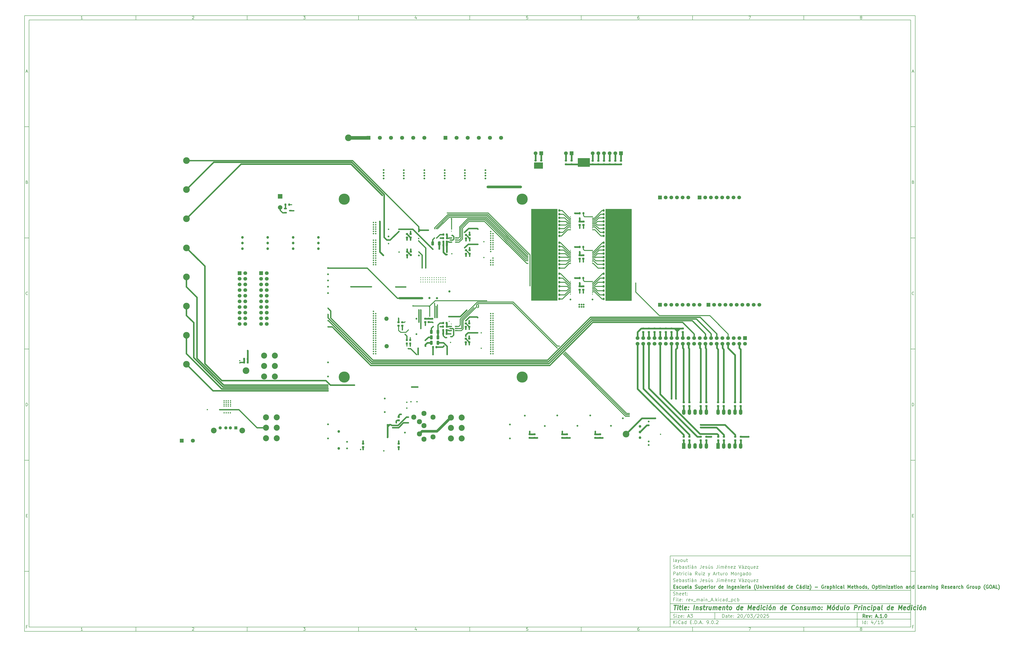
<source format=gbr>
%TF.GenerationSoftware,KiCad,Pcbnew,9.0.2*%
%TF.CreationDate,2025-11-09T22:55:19+01:00*%
%TF.ProjectId,rev_main_A,7265765f-6d61-4696-9e5f-412e6b696361,A.1.0*%
%TF.SameCoordinates,Original*%
%TF.FileFunction,Copper,L4,Bot*%
%TF.FilePolarity,Positive*%
%FSLAX46Y46*%
G04 Gerber Fmt 4.6, Leading zero omitted, Abs format (unit mm)*
G04 Created by KiCad (PCBNEW 9.0.2) date 2025-11-09 22:55:19*
%MOMM*%
%LPD*%
G01*
G04 APERTURE LIST*
G04 Aperture macros list*
%AMRoundRect*
0 Rectangle with rounded corners*
0 $1 Rounding radius*
0 $2 $3 $4 $5 $6 $7 $8 $9 X,Y pos of 4 corners*
0 Add a 4 corners polygon primitive as box body*
4,1,4,$2,$3,$4,$5,$6,$7,$8,$9,$2,$3,0*
0 Add four circle primitives for the rounded corners*
1,1,$1+$1,$2,$3*
1,1,$1+$1,$4,$5*
1,1,$1+$1,$6,$7*
1,1,$1+$1,$8,$9*
0 Add four rect primitives between the rounded corners*
20,1,$1+$1,$2,$3,$4,$5,0*
20,1,$1+$1,$4,$5,$6,$7,0*
20,1,$1+$1,$6,$7,$8,$9,0*
20,1,$1+$1,$8,$9,$2,$3,0*%
G04 Aperture macros list end*
%ADD10C,0.100000*%
%ADD11C,0.150000*%
%ADD12C,0.300000*%
%ADD13C,0.400000*%
%TA.AperFunction,ComponentPad*%
%ADD14C,3.000000*%
%TD*%
%TA.AperFunction,ComponentPad*%
%ADD15R,1.700000X1.700000*%
%TD*%
%TA.AperFunction,ComponentPad*%
%ADD16C,1.700000*%
%TD*%
%TA.AperFunction,ComponentPad*%
%ADD17C,1.200000*%
%TD*%
%TA.AperFunction,ComponentPad*%
%ADD18R,1.431000X1.431000*%
%TD*%
%TA.AperFunction,ComponentPad*%
%ADD19C,1.431000*%
%TD*%
%TA.AperFunction,ComponentPad*%
%ADD20C,2.565000*%
%TD*%
%TA.AperFunction,ComponentPad*%
%ADD21C,2.300000*%
%TD*%
%TA.AperFunction,ComponentPad*%
%ADD22C,2.700000*%
%TD*%
%TA.AperFunction,ComponentPad*%
%ADD23R,1.800000X1.800000*%
%TD*%
%TA.AperFunction,ComponentPad*%
%ADD24C,1.800000*%
%TD*%
%TA.AperFunction,ComponentPad*%
%ADD25R,1.524000X2.524000*%
%TD*%
%TA.AperFunction,ComponentPad*%
%ADD26O,1.524000X2.524000*%
%TD*%
%TA.AperFunction,ComponentPad*%
%ADD27C,5.000000*%
%TD*%
%TA.AperFunction,ComponentPad*%
%ADD28R,2.000000X2.000000*%
%TD*%
%TA.AperFunction,ComponentPad*%
%ADD29C,2.000000*%
%TD*%
%TA.AperFunction,SMDPad,CuDef*%
%ADD30RoundRect,0.225000X-0.225000X-0.250000X0.225000X-0.250000X0.225000X0.250000X-0.225000X0.250000X0*%
%TD*%
%TA.AperFunction,SMDPad,CuDef*%
%ADD31RoundRect,0.200000X0.200000X0.275000X-0.200000X0.275000X-0.200000X-0.275000X0.200000X-0.275000X0*%
%TD*%
%TA.AperFunction,SMDPad,CuDef*%
%ADD32RoundRect,0.200000X0.275000X-0.200000X0.275000X0.200000X-0.275000X0.200000X-0.275000X-0.200000X0*%
%TD*%
%TA.AperFunction,SMDPad,CuDef*%
%ADD33RoundRect,0.225000X-0.250000X0.225000X-0.250000X-0.225000X0.250000X-0.225000X0.250000X0.225000X0*%
%TD*%
%TA.AperFunction,SMDPad,CuDef*%
%ADD34RoundRect,0.225000X0.250000X-0.225000X0.250000X0.225000X-0.250000X0.225000X-0.250000X-0.225000X0*%
%TD*%
%TA.AperFunction,SMDPad,CuDef*%
%ADD35RoundRect,0.200000X-0.200000X-0.275000X0.200000X-0.275000X0.200000X0.275000X-0.200000X0.275000X0*%
%TD*%
%TA.AperFunction,SMDPad,CuDef*%
%ADD36RoundRect,0.200000X-0.275000X0.200000X-0.275000X-0.200000X0.275000X-0.200000X0.275000X0.200000X0*%
%TD*%
%TA.AperFunction,SMDPad,CuDef*%
%ADD37RoundRect,0.150000X-0.512500X-0.150000X0.512500X-0.150000X0.512500X0.150000X-0.512500X0.150000X0*%
%TD*%
%TA.AperFunction,SMDPad,CuDef*%
%ADD38R,1.200000X0.600000*%
%TD*%
%TA.AperFunction,SMDPad,CuDef*%
%ADD39RoundRect,0.250000X0.325000X0.650000X-0.325000X0.650000X-0.325000X-0.650000X0.325000X-0.650000X0*%
%TD*%
%TA.AperFunction,SMDPad,CuDef*%
%ADD40RoundRect,0.225000X0.225000X0.250000X-0.225000X0.250000X-0.225000X-0.250000X0.225000X-0.250000X0*%
%TD*%
%TA.AperFunction,SMDPad,CuDef*%
%ADD41RoundRect,0.250000X-0.325000X-0.650000X0.325000X-0.650000X0.325000X0.650000X-0.325000X0.650000X0*%
%TD*%
%TA.AperFunction,ViaPad*%
%ADD42C,0.450000*%
%TD*%
%TA.AperFunction,ViaPad*%
%ADD43C,0.800000*%
%TD*%
%TA.AperFunction,ViaPad*%
%ADD44C,0.650000*%
%TD*%
%TA.AperFunction,ViaPad*%
%ADD45C,0.600000*%
%TD*%
%TA.AperFunction,ViaPad*%
%ADD46C,1.000000*%
%TD*%
%TA.AperFunction,ViaPad*%
%ADD47C,1.900000*%
%TD*%
%TA.AperFunction,ViaPad*%
%ADD48C,1.200000*%
%TD*%
%TA.AperFunction,Conductor*%
%ADD49C,0.800000*%
%TD*%
%TA.AperFunction,Conductor*%
%ADD50C,0.600000*%
%TD*%
%TA.AperFunction,Conductor*%
%ADD51C,0.650000*%
%TD*%
%TA.AperFunction,Conductor*%
%ADD52C,0.450000*%
%TD*%
%TA.AperFunction,Conductor*%
%ADD53C,0.900000*%
%TD*%
%TA.AperFunction,Conductor*%
%ADD54C,1.000000*%
%TD*%
%TA.AperFunction,Conductor*%
%ADD55C,1.200000*%
%TD*%
%TA.AperFunction,Conductor*%
%ADD56C,1.600000*%
%TD*%
G04 APERTURE END LIST*
D10*
D11*
X299989000Y-253002200D02*
X407989000Y-253002200D01*
X407989000Y-285002200D01*
X299989000Y-285002200D01*
X299989000Y-253002200D01*
D10*
D11*
X10000000Y-10000000D02*
X409989000Y-10000000D01*
X409989000Y-287002200D01*
X10000000Y-287002200D01*
X10000000Y-10000000D01*
D10*
D11*
X12000000Y-12000000D02*
X407989000Y-12000000D01*
X407989000Y-285002200D01*
X12000000Y-285002200D01*
X12000000Y-12000000D01*
D10*
D11*
X60000000Y-12000000D02*
X60000000Y-10000000D01*
D10*
D11*
X110000000Y-12000000D02*
X110000000Y-10000000D01*
D10*
D11*
X160000000Y-12000000D02*
X160000000Y-10000000D01*
D10*
D11*
X210000000Y-12000000D02*
X210000000Y-10000000D01*
D10*
D11*
X260000000Y-12000000D02*
X260000000Y-10000000D01*
D10*
D11*
X310000000Y-12000000D02*
X310000000Y-10000000D01*
D10*
D11*
X360000000Y-12000000D02*
X360000000Y-10000000D01*
D10*
D11*
X36089160Y-11593604D02*
X35346303Y-11593604D01*
X35717731Y-11593604D02*
X35717731Y-10293604D01*
X35717731Y-10293604D02*
X35593922Y-10479319D01*
X35593922Y-10479319D02*
X35470112Y-10603128D01*
X35470112Y-10603128D02*
X35346303Y-10665033D01*
D10*
D11*
X85346303Y-10417414D02*
X85408207Y-10355509D01*
X85408207Y-10355509D02*
X85532017Y-10293604D01*
X85532017Y-10293604D02*
X85841541Y-10293604D01*
X85841541Y-10293604D02*
X85965350Y-10355509D01*
X85965350Y-10355509D02*
X86027255Y-10417414D01*
X86027255Y-10417414D02*
X86089160Y-10541223D01*
X86089160Y-10541223D02*
X86089160Y-10665033D01*
X86089160Y-10665033D02*
X86027255Y-10850747D01*
X86027255Y-10850747D02*
X85284398Y-11593604D01*
X85284398Y-11593604D02*
X86089160Y-11593604D01*
D10*
D11*
X135284398Y-10293604D02*
X136089160Y-10293604D01*
X136089160Y-10293604D02*
X135655826Y-10788842D01*
X135655826Y-10788842D02*
X135841541Y-10788842D01*
X135841541Y-10788842D02*
X135965350Y-10850747D01*
X135965350Y-10850747D02*
X136027255Y-10912652D01*
X136027255Y-10912652D02*
X136089160Y-11036461D01*
X136089160Y-11036461D02*
X136089160Y-11345985D01*
X136089160Y-11345985D02*
X136027255Y-11469795D01*
X136027255Y-11469795D02*
X135965350Y-11531700D01*
X135965350Y-11531700D02*
X135841541Y-11593604D01*
X135841541Y-11593604D02*
X135470112Y-11593604D01*
X135470112Y-11593604D02*
X135346303Y-11531700D01*
X135346303Y-11531700D02*
X135284398Y-11469795D01*
D10*
D11*
X185965350Y-10726938D02*
X185965350Y-11593604D01*
X185655826Y-10231700D02*
X185346303Y-11160271D01*
X185346303Y-11160271D02*
X186151064Y-11160271D01*
D10*
D11*
X236027255Y-10293604D02*
X235408207Y-10293604D01*
X235408207Y-10293604D02*
X235346303Y-10912652D01*
X235346303Y-10912652D02*
X235408207Y-10850747D01*
X235408207Y-10850747D02*
X235532017Y-10788842D01*
X235532017Y-10788842D02*
X235841541Y-10788842D01*
X235841541Y-10788842D02*
X235965350Y-10850747D01*
X235965350Y-10850747D02*
X236027255Y-10912652D01*
X236027255Y-10912652D02*
X236089160Y-11036461D01*
X236089160Y-11036461D02*
X236089160Y-11345985D01*
X236089160Y-11345985D02*
X236027255Y-11469795D01*
X236027255Y-11469795D02*
X235965350Y-11531700D01*
X235965350Y-11531700D02*
X235841541Y-11593604D01*
X235841541Y-11593604D02*
X235532017Y-11593604D01*
X235532017Y-11593604D02*
X235408207Y-11531700D01*
X235408207Y-11531700D02*
X235346303Y-11469795D01*
D10*
D11*
X285965350Y-10293604D02*
X285717731Y-10293604D01*
X285717731Y-10293604D02*
X285593922Y-10355509D01*
X285593922Y-10355509D02*
X285532017Y-10417414D01*
X285532017Y-10417414D02*
X285408207Y-10603128D01*
X285408207Y-10603128D02*
X285346303Y-10850747D01*
X285346303Y-10850747D02*
X285346303Y-11345985D01*
X285346303Y-11345985D02*
X285408207Y-11469795D01*
X285408207Y-11469795D02*
X285470112Y-11531700D01*
X285470112Y-11531700D02*
X285593922Y-11593604D01*
X285593922Y-11593604D02*
X285841541Y-11593604D01*
X285841541Y-11593604D02*
X285965350Y-11531700D01*
X285965350Y-11531700D02*
X286027255Y-11469795D01*
X286027255Y-11469795D02*
X286089160Y-11345985D01*
X286089160Y-11345985D02*
X286089160Y-11036461D01*
X286089160Y-11036461D02*
X286027255Y-10912652D01*
X286027255Y-10912652D02*
X285965350Y-10850747D01*
X285965350Y-10850747D02*
X285841541Y-10788842D01*
X285841541Y-10788842D02*
X285593922Y-10788842D01*
X285593922Y-10788842D02*
X285470112Y-10850747D01*
X285470112Y-10850747D02*
X285408207Y-10912652D01*
X285408207Y-10912652D02*
X285346303Y-11036461D01*
D10*
D11*
X335284398Y-10293604D02*
X336151064Y-10293604D01*
X336151064Y-10293604D02*
X335593922Y-11593604D01*
D10*
D11*
X385593922Y-10850747D02*
X385470112Y-10788842D01*
X385470112Y-10788842D02*
X385408207Y-10726938D01*
X385408207Y-10726938D02*
X385346303Y-10603128D01*
X385346303Y-10603128D02*
X385346303Y-10541223D01*
X385346303Y-10541223D02*
X385408207Y-10417414D01*
X385408207Y-10417414D02*
X385470112Y-10355509D01*
X385470112Y-10355509D02*
X385593922Y-10293604D01*
X385593922Y-10293604D02*
X385841541Y-10293604D01*
X385841541Y-10293604D02*
X385965350Y-10355509D01*
X385965350Y-10355509D02*
X386027255Y-10417414D01*
X386027255Y-10417414D02*
X386089160Y-10541223D01*
X386089160Y-10541223D02*
X386089160Y-10603128D01*
X386089160Y-10603128D02*
X386027255Y-10726938D01*
X386027255Y-10726938D02*
X385965350Y-10788842D01*
X385965350Y-10788842D02*
X385841541Y-10850747D01*
X385841541Y-10850747D02*
X385593922Y-10850747D01*
X385593922Y-10850747D02*
X385470112Y-10912652D01*
X385470112Y-10912652D02*
X385408207Y-10974557D01*
X385408207Y-10974557D02*
X385346303Y-11098366D01*
X385346303Y-11098366D02*
X385346303Y-11345985D01*
X385346303Y-11345985D02*
X385408207Y-11469795D01*
X385408207Y-11469795D02*
X385470112Y-11531700D01*
X385470112Y-11531700D02*
X385593922Y-11593604D01*
X385593922Y-11593604D02*
X385841541Y-11593604D01*
X385841541Y-11593604D02*
X385965350Y-11531700D01*
X385965350Y-11531700D02*
X386027255Y-11469795D01*
X386027255Y-11469795D02*
X386089160Y-11345985D01*
X386089160Y-11345985D02*
X386089160Y-11098366D01*
X386089160Y-11098366D02*
X386027255Y-10974557D01*
X386027255Y-10974557D02*
X385965350Y-10912652D01*
X385965350Y-10912652D02*
X385841541Y-10850747D01*
D10*
D11*
X60000000Y-285002200D02*
X60000000Y-287002200D01*
D10*
D11*
X110000000Y-285002200D02*
X110000000Y-287002200D01*
D10*
D11*
X160000000Y-285002200D02*
X160000000Y-287002200D01*
D10*
D11*
X210000000Y-285002200D02*
X210000000Y-287002200D01*
D10*
D11*
X260000000Y-285002200D02*
X260000000Y-287002200D01*
D10*
D11*
X310000000Y-285002200D02*
X310000000Y-287002200D01*
D10*
D11*
X360000000Y-285002200D02*
X360000000Y-287002200D01*
D10*
D11*
X36089160Y-286595804D02*
X35346303Y-286595804D01*
X35717731Y-286595804D02*
X35717731Y-285295804D01*
X35717731Y-285295804D02*
X35593922Y-285481519D01*
X35593922Y-285481519D02*
X35470112Y-285605328D01*
X35470112Y-285605328D02*
X35346303Y-285667233D01*
D10*
D11*
X85346303Y-285419614D02*
X85408207Y-285357709D01*
X85408207Y-285357709D02*
X85532017Y-285295804D01*
X85532017Y-285295804D02*
X85841541Y-285295804D01*
X85841541Y-285295804D02*
X85965350Y-285357709D01*
X85965350Y-285357709D02*
X86027255Y-285419614D01*
X86027255Y-285419614D02*
X86089160Y-285543423D01*
X86089160Y-285543423D02*
X86089160Y-285667233D01*
X86089160Y-285667233D02*
X86027255Y-285852947D01*
X86027255Y-285852947D02*
X85284398Y-286595804D01*
X85284398Y-286595804D02*
X86089160Y-286595804D01*
D10*
D11*
X135284398Y-285295804D02*
X136089160Y-285295804D01*
X136089160Y-285295804D02*
X135655826Y-285791042D01*
X135655826Y-285791042D02*
X135841541Y-285791042D01*
X135841541Y-285791042D02*
X135965350Y-285852947D01*
X135965350Y-285852947D02*
X136027255Y-285914852D01*
X136027255Y-285914852D02*
X136089160Y-286038661D01*
X136089160Y-286038661D02*
X136089160Y-286348185D01*
X136089160Y-286348185D02*
X136027255Y-286471995D01*
X136027255Y-286471995D02*
X135965350Y-286533900D01*
X135965350Y-286533900D02*
X135841541Y-286595804D01*
X135841541Y-286595804D02*
X135470112Y-286595804D01*
X135470112Y-286595804D02*
X135346303Y-286533900D01*
X135346303Y-286533900D02*
X135284398Y-286471995D01*
D10*
D11*
X185965350Y-285729138D02*
X185965350Y-286595804D01*
X185655826Y-285233900D02*
X185346303Y-286162471D01*
X185346303Y-286162471D02*
X186151064Y-286162471D01*
D10*
D11*
X236027255Y-285295804D02*
X235408207Y-285295804D01*
X235408207Y-285295804D02*
X235346303Y-285914852D01*
X235346303Y-285914852D02*
X235408207Y-285852947D01*
X235408207Y-285852947D02*
X235532017Y-285791042D01*
X235532017Y-285791042D02*
X235841541Y-285791042D01*
X235841541Y-285791042D02*
X235965350Y-285852947D01*
X235965350Y-285852947D02*
X236027255Y-285914852D01*
X236027255Y-285914852D02*
X236089160Y-286038661D01*
X236089160Y-286038661D02*
X236089160Y-286348185D01*
X236089160Y-286348185D02*
X236027255Y-286471995D01*
X236027255Y-286471995D02*
X235965350Y-286533900D01*
X235965350Y-286533900D02*
X235841541Y-286595804D01*
X235841541Y-286595804D02*
X235532017Y-286595804D01*
X235532017Y-286595804D02*
X235408207Y-286533900D01*
X235408207Y-286533900D02*
X235346303Y-286471995D01*
D10*
D11*
X285965350Y-285295804D02*
X285717731Y-285295804D01*
X285717731Y-285295804D02*
X285593922Y-285357709D01*
X285593922Y-285357709D02*
X285532017Y-285419614D01*
X285532017Y-285419614D02*
X285408207Y-285605328D01*
X285408207Y-285605328D02*
X285346303Y-285852947D01*
X285346303Y-285852947D02*
X285346303Y-286348185D01*
X285346303Y-286348185D02*
X285408207Y-286471995D01*
X285408207Y-286471995D02*
X285470112Y-286533900D01*
X285470112Y-286533900D02*
X285593922Y-286595804D01*
X285593922Y-286595804D02*
X285841541Y-286595804D01*
X285841541Y-286595804D02*
X285965350Y-286533900D01*
X285965350Y-286533900D02*
X286027255Y-286471995D01*
X286027255Y-286471995D02*
X286089160Y-286348185D01*
X286089160Y-286348185D02*
X286089160Y-286038661D01*
X286089160Y-286038661D02*
X286027255Y-285914852D01*
X286027255Y-285914852D02*
X285965350Y-285852947D01*
X285965350Y-285852947D02*
X285841541Y-285791042D01*
X285841541Y-285791042D02*
X285593922Y-285791042D01*
X285593922Y-285791042D02*
X285470112Y-285852947D01*
X285470112Y-285852947D02*
X285408207Y-285914852D01*
X285408207Y-285914852D02*
X285346303Y-286038661D01*
D10*
D11*
X335284398Y-285295804D02*
X336151064Y-285295804D01*
X336151064Y-285295804D02*
X335593922Y-286595804D01*
D10*
D11*
X385593922Y-285852947D02*
X385470112Y-285791042D01*
X385470112Y-285791042D02*
X385408207Y-285729138D01*
X385408207Y-285729138D02*
X385346303Y-285605328D01*
X385346303Y-285605328D02*
X385346303Y-285543423D01*
X385346303Y-285543423D02*
X385408207Y-285419614D01*
X385408207Y-285419614D02*
X385470112Y-285357709D01*
X385470112Y-285357709D02*
X385593922Y-285295804D01*
X385593922Y-285295804D02*
X385841541Y-285295804D01*
X385841541Y-285295804D02*
X385965350Y-285357709D01*
X385965350Y-285357709D02*
X386027255Y-285419614D01*
X386027255Y-285419614D02*
X386089160Y-285543423D01*
X386089160Y-285543423D02*
X386089160Y-285605328D01*
X386089160Y-285605328D02*
X386027255Y-285729138D01*
X386027255Y-285729138D02*
X385965350Y-285791042D01*
X385965350Y-285791042D02*
X385841541Y-285852947D01*
X385841541Y-285852947D02*
X385593922Y-285852947D01*
X385593922Y-285852947D02*
X385470112Y-285914852D01*
X385470112Y-285914852D02*
X385408207Y-285976757D01*
X385408207Y-285976757D02*
X385346303Y-286100566D01*
X385346303Y-286100566D02*
X385346303Y-286348185D01*
X385346303Y-286348185D02*
X385408207Y-286471995D01*
X385408207Y-286471995D02*
X385470112Y-286533900D01*
X385470112Y-286533900D02*
X385593922Y-286595804D01*
X385593922Y-286595804D02*
X385841541Y-286595804D01*
X385841541Y-286595804D02*
X385965350Y-286533900D01*
X385965350Y-286533900D02*
X386027255Y-286471995D01*
X386027255Y-286471995D02*
X386089160Y-286348185D01*
X386089160Y-286348185D02*
X386089160Y-286100566D01*
X386089160Y-286100566D02*
X386027255Y-285976757D01*
X386027255Y-285976757D02*
X385965350Y-285914852D01*
X385965350Y-285914852D02*
X385841541Y-285852947D01*
D10*
D11*
X10000000Y-60000000D02*
X12000000Y-60000000D01*
D10*
D11*
X10000000Y-110000000D02*
X12000000Y-110000000D01*
D10*
D11*
X10000000Y-160000000D02*
X12000000Y-160000000D01*
D10*
D11*
X10000000Y-210000000D02*
X12000000Y-210000000D01*
D10*
D11*
X10000000Y-260000000D02*
X12000000Y-260000000D01*
D10*
D11*
X10690476Y-35222176D02*
X11309523Y-35222176D01*
X10566666Y-35593604D02*
X10999999Y-34293604D01*
X10999999Y-34293604D02*
X11433333Y-35593604D01*
D10*
D11*
X11092857Y-84912652D02*
X11278571Y-84974557D01*
X11278571Y-84974557D02*
X11340476Y-85036461D01*
X11340476Y-85036461D02*
X11402380Y-85160271D01*
X11402380Y-85160271D02*
X11402380Y-85345985D01*
X11402380Y-85345985D02*
X11340476Y-85469795D01*
X11340476Y-85469795D02*
X11278571Y-85531700D01*
X11278571Y-85531700D02*
X11154761Y-85593604D01*
X11154761Y-85593604D02*
X10659523Y-85593604D01*
X10659523Y-85593604D02*
X10659523Y-84293604D01*
X10659523Y-84293604D02*
X11092857Y-84293604D01*
X11092857Y-84293604D02*
X11216666Y-84355509D01*
X11216666Y-84355509D02*
X11278571Y-84417414D01*
X11278571Y-84417414D02*
X11340476Y-84541223D01*
X11340476Y-84541223D02*
X11340476Y-84665033D01*
X11340476Y-84665033D02*
X11278571Y-84788842D01*
X11278571Y-84788842D02*
X11216666Y-84850747D01*
X11216666Y-84850747D02*
X11092857Y-84912652D01*
X11092857Y-84912652D02*
X10659523Y-84912652D01*
D10*
D11*
X11402380Y-135469795D02*
X11340476Y-135531700D01*
X11340476Y-135531700D02*
X11154761Y-135593604D01*
X11154761Y-135593604D02*
X11030952Y-135593604D01*
X11030952Y-135593604D02*
X10845238Y-135531700D01*
X10845238Y-135531700D02*
X10721428Y-135407890D01*
X10721428Y-135407890D02*
X10659523Y-135284080D01*
X10659523Y-135284080D02*
X10597619Y-135036461D01*
X10597619Y-135036461D02*
X10597619Y-134850747D01*
X10597619Y-134850747D02*
X10659523Y-134603128D01*
X10659523Y-134603128D02*
X10721428Y-134479319D01*
X10721428Y-134479319D02*
X10845238Y-134355509D01*
X10845238Y-134355509D02*
X11030952Y-134293604D01*
X11030952Y-134293604D02*
X11154761Y-134293604D01*
X11154761Y-134293604D02*
X11340476Y-134355509D01*
X11340476Y-134355509D02*
X11402380Y-134417414D01*
D10*
D11*
X10659523Y-185593604D02*
X10659523Y-184293604D01*
X10659523Y-184293604D02*
X10969047Y-184293604D01*
X10969047Y-184293604D02*
X11154761Y-184355509D01*
X11154761Y-184355509D02*
X11278571Y-184479319D01*
X11278571Y-184479319D02*
X11340476Y-184603128D01*
X11340476Y-184603128D02*
X11402380Y-184850747D01*
X11402380Y-184850747D02*
X11402380Y-185036461D01*
X11402380Y-185036461D02*
X11340476Y-185284080D01*
X11340476Y-185284080D02*
X11278571Y-185407890D01*
X11278571Y-185407890D02*
X11154761Y-185531700D01*
X11154761Y-185531700D02*
X10969047Y-185593604D01*
X10969047Y-185593604D02*
X10659523Y-185593604D01*
D10*
D11*
X10721428Y-234912652D02*
X11154762Y-234912652D01*
X11340476Y-235593604D02*
X10721428Y-235593604D01*
X10721428Y-235593604D02*
X10721428Y-234293604D01*
X10721428Y-234293604D02*
X11340476Y-234293604D01*
D10*
D11*
X11185714Y-284912652D02*
X10752380Y-284912652D01*
X10752380Y-285593604D02*
X10752380Y-284293604D01*
X10752380Y-284293604D02*
X11371428Y-284293604D01*
D10*
D11*
X409989000Y-60000000D02*
X407989000Y-60000000D01*
D10*
D11*
X409989000Y-110000000D02*
X407989000Y-110000000D01*
D10*
D11*
X409989000Y-160000000D02*
X407989000Y-160000000D01*
D10*
D11*
X409989000Y-210000000D02*
X407989000Y-210000000D01*
D10*
D11*
X409989000Y-260000000D02*
X407989000Y-260000000D01*
D10*
D11*
X408679476Y-35222176D02*
X409298523Y-35222176D01*
X408555666Y-35593604D02*
X408988999Y-34293604D01*
X408988999Y-34293604D02*
X409422333Y-35593604D01*
D10*
D11*
X409081857Y-84912652D02*
X409267571Y-84974557D01*
X409267571Y-84974557D02*
X409329476Y-85036461D01*
X409329476Y-85036461D02*
X409391380Y-85160271D01*
X409391380Y-85160271D02*
X409391380Y-85345985D01*
X409391380Y-85345985D02*
X409329476Y-85469795D01*
X409329476Y-85469795D02*
X409267571Y-85531700D01*
X409267571Y-85531700D02*
X409143761Y-85593604D01*
X409143761Y-85593604D02*
X408648523Y-85593604D01*
X408648523Y-85593604D02*
X408648523Y-84293604D01*
X408648523Y-84293604D02*
X409081857Y-84293604D01*
X409081857Y-84293604D02*
X409205666Y-84355509D01*
X409205666Y-84355509D02*
X409267571Y-84417414D01*
X409267571Y-84417414D02*
X409329476Y-84541223D01*
X409329476Y-84541223D02*
X409329476Y-84665033D01*
X409329476Y-84665033D02*
X409267571Y-84788842D01*
X409267571Y-84788842D02*
X409205666Y-84850747D01*
X409205666Y-84850747D02*
X409081857Y-84912652D01*
X409081857Y-84912652D02*
X408648523Y-84912652D01*
D10*
D11*
X409391380Y-135469795D02*
X409329476Y-135531700D01*
X409329476Y-135531700D02*
X409143761Y-135593604D01*
X409143761Y-135593604D02*
X409019952Y-135593604D01*
X409019952Y-135593604D02*
X408834238Y-135531700D01*
X408834238Y-135531700D02*
X408710428Y-135407890D01*
X408710428Y-135407890D02*
X408648523Y-135284080D01*
X408648523Y-135284080D02*
X408586619Y-135036461D01*
X408586619Y-135036461D02*
X408586619Y-134850747D01*
X408586619Y-134850747D02*
X408648523Y-134603128D01*
X408648523Y-134603128D02*
X408710428Y-134479319D01*
X408710428Y-134479319D02*
X408834238Y-134355509D01*
X408834238Y-134355509D02*
X409019952Y-134293604D01*
X409019952Y-134293604D02*
X409143761Y-134293604D01*
X409143761Y-134293604D02*
X409329476Y-134355509D01*
X409329476Y-134355509D02*
X409391380Y-134417414D01*
D10*
D11*
X408648523Y-185593604D02*
X408648523Y-184293604D01*
X408648523Y-184293604D02*
X408958047Y-184293604D01*
X408958047Y-184293604D02*
X409143761Y-184355509D01*
X409143761Y-184355509D02*
X409267571Y-184479319D01*
X409267571Y-184479319D02*
X409329476Y-184603128D01*
X409329476Y-184603128D02*
X409391380Y-184850747D01*
X409391380Y-184850747D02*
X409391380Y-185036461D01*
X409391380Y-185036461D02*
X409329476Y-185284080D01*
X409329476Y-185284080D02*
X409267571Y-185407890D01*
X409267571Y-185407890D02*
X409143761Y-185531700D01*
X409143761Y-185531700D02*
X408958047Y-185593604D01*
X408958047Y-185593604D02*
X408648523Y-185593604D01*
D10*
D11*
X408710428Y-234912652D02*
X409143762Y-234912652D01*
X409329476Y-235593604D02*
X408710428Y-235593604D01*
X408710428Y-235593604D02*
X408710428Y-234293604D01*
X408710428Y-234293604D02*
X409329476Y-234293604D01*
D10*
D11*
X409174714Y-284912652D02*
X408741380Y-284912652D01*
X408741380Y-285593604D02*
X408741380Y-284293604D01*
X408741380Y-284293604D02*
X409360428Y-284293604D01*
D10*
D11*
X323444826Y-280788328D02*
X323444826Y-279288328D01*
X323444826Y-279288328D02*
X323801969Y-279288328D01*
X323801969Y-279288328D02*
X324016255Y-279359757D01*
X324016255Y-279359757D02*
X324159112Y-279502614D01*
X324159112Y-279502614D02*
X324230541Y-279645471D01*
X324230541Y-279645471D02*
X324301969Y-279931185D01*
X324301969Y-279931185D02*
X324301969Y-280145471D01*
X324301969Y-280145471D02*
X324230541Y-280431185D01*
X324230541Y-280431185D02*
X324159112Y-280574042D01*
X324159112Y-280574042D02*
X324016255Y-280716900D01*
X324016255Y-280716900D02*
X323801969Y-280788328D01*
X323801969Y-280788328D02*
X323444826Y-280788328D01*
X325587684Y-280788328D02*
X325587684Y-280002614D01*
X325587684Y-280002614D02*
X325516255Y-279859757D01*
X325516255Y-279859757D02*
X325373398Y-279788328D01*
X325373398Y-279788328D02*
X325087684Y-279788328D01*
X325087684Y-279788328D02*
X324944826Y-279859757D01*
X325587684Y-280716900D02*
X325444826Y-280788328D01*
X325444826Y-280788328D02*
X325087684Y-280788328D01*
X325087684Y-280788328D02*
X324944826Y-280716900D01*
X324944826Y-280716900D02*
X324873398Y-280574042D01*
X324873398Y-280574042D02*
X324873398Y-280431185D01*
X324873398Y-280431185D02*
X324944826Y-280288328D01*
X324944826Y-280288328D02*
X325087684Y-280216900D01*
X325087684Y-280216900D02*
X325444826Y-280216900D01*
X325444826Y-280216900D02*
X325587684Y-280145471D01*
X326087684Y-279788328D02*
X326659112Y-279788328D01*
X326301969Y-279288328D02*
X326301969Y-280574042D01*
X326301969Y-280574042D02*
X326373398Y-280716900D01*
X326373398Y-280716900D02*
X326516255Y-280788328D01*
X326516255Y-280788328D02*
X326659112Y-280788328D01*
X327730541Y-280716900D02*
X327587684Y-280788328D01*
X327587684Y-280788328D02*
X327301970Y-280788328D01*
X327301970Y-280788328D02*
X327159112Y-280716900D01*
X327159112Y-280716900D02*
X327087684Y-280574042D01*
X327087684Y-280574042D02*
X327087684Y-280002614D01*
X327087684Y-280002614D02*
X327159112Y-279859757D01*
X327159112Y-279859757D02*
X327301970Y-279788328D01*
X327301970Y-279788328D02*
X327587684Y-279788328D01*
X327587684Y-279788328D02*
X327730541Y-279859757D01*
X327730541Y-279859757D02*
X327801970Y-280002614D01*
X327801970Y-280002614D02*
X327801970Y-280145471D01*
X327801970Y-280145471D02*
X327087684Y-280288328D01*
X328444826Y-280645471D02*
X328516255Y-280716900D01*
X328516255Y-280716900D02*
X328444826Y-280788328D01*
X328444826Y-280788328D02*
X328373398Y-280716900D01*
X328373398Y-280716900D02*
X328444826Y-280645471D01*
X328444826Y-280645471D02*
X328444826Y-280788328D01*
X328444826Y-279859757D02*
X328516255Y-279931185D01*
X328516255Y-279931185D02*
X328444826Y-280002614D01*
X328444826Y-280002614D02*
X328373398Y-279931185D01*
X328373398Y-279931185D02*
X328444826Y-279859757D01*
X328444826Y-279859757D02*
X328444826Y-280002614D01*
X330230541Y-279431185D02*
X330301969Y-279359757D01*
X330301969Y-279359757D02*
X330444827Y-279288328D01*
X330444827Y-279288328D02*
X330801969Y-279288328D01*
X330801969Y-279288328D02*
X330944827Y-279359757D01*
X330944827Y-279359757D02*
X331016255Y-279431185D01*
X331016255Y-279431185D02*
X331087684Y-279574042D01*
X331087684Y-279574042D02*
X331087684Y-279716900D01*
X331087684Y-279716900D02*
X331016255Y-279931185D01*
X331016255Y-279931185D02*
X330159112Y-280788328D01*
X330159112Y-280788328D02*
X331087684Y-280788328D01*
X332016255Y-279288328D02*
X332159112Y-279288328D01*
X332159112Y-279288328D02*
X332301969Y-279359757D01*
X332301969Y-279359757D02*
X332373398Y-279431185D01*
X332373398Y-279431185D02*
X332444826Y-279574042D01*
X332444826Y-279574042D02*
X332516255Y-279859757D01*
X332516255Y-279859757D02*
X332516255Y-280216900D01*
X332516255Y-280216900D02*
X332444826Y-280502614D01*
X332444826Y-280502614D02*
X332373398Y-280645471D01*
X332373398Y-280645471D02*
X332301969Y-280716900D01*
X332301969Y-280716900D02*
X332159112Y-280788328D01*
X332159112Y-280788328D02*
X332016255Y-280788328D01*
X332016255Y-280788328D02*
X331873398Y-280716900D01*
X331873398Y-280716900D02*
X331801969Y-280645471D01*
X331801969Y-280645471D02*
X331730540Y-280502614D01*
X331730540Y-280502614D02*
X331659112Y-280216900D01*
X331659112Y-280216900D02*
X331659112Y-279859757D01*
X331659112Y-279859757D02*
X331730540Y-279574042D01*
X331730540Y-279574042D02*
X331801969Y-279431185D01*
X331801969Y-279431185D02*
X331873398Y-279359757D01*
X331873398Y-279359757D02*
X332016255Y-279288328D01*
X334230540Y-279216900D02*
X332944826Y-281145471D01*
X335016255Y-279288328D02*
X335159112Y-279288328D01*
X335159112Y-279288328D02*
X335301969Y-279359757D01*
X335301969Y-279359757D02*
X335373398Y-279431185D01*
X335373398Y-279431185D02*
X335444826Y-279574042D01*
X335444826Y-279574042D02*
X335516255Y-279859757D01*
X335516255Y-279859757D02*
X335516255Y-280216900D01*
X335516255Y-280216900D02*
X335444826Y-280502614D01*
X335444826Y-280502614D02*
X335373398Y-280645471D01*
X335373398Y-280645471D02*
X335301969Y-280716900D01*
X335301969Y-280716900D02*
X335159112Y-280788328D01*
X335159112Y-280788328D02*
X335016255Y-280788328D01*
X335016255Y-280788328D02*
X334873398Y-280716900D01*
X334873398Y-280716900D02*
X334801969Y-280645471D01*
X334801969Y-280645471D02*
X334730540Y-280502614D01*
X334730540Y-280502614D02*
X334659112Y-280216900D01*
X334659112Y-280216900D02*
X334659112Y-279859757D01*
X334659112Y-279859757D02*
X334730540Y-279574042D01*
X334730540Y-279574042D02*
X334801969Y-279431185D01*
X334801969Y-279431185D02*
X334873398Y-279359757D01*
X334873398Y-279359757D02*
X335016255Y-279288328D01*
X336016254Y-279288328D02*
X336944826Y-279288328D01*
X336944826Y-279288328D02*
X336444826Y-279859757D01*
X336444826Y-279859757D02*
X336659111Y-279859757D01*
X336659111Y-279859757D02*
X336801969Y-279931185D01*
X336801969Y-279931185D02*
X336873397Y-280002614D01*
X336873397Y-280002614D02*
X336944826Y-280145471D01*
X336944826Y-280145471D02*
X336944826Y-280502614D01*
X336944826Y-280502614D02*
X336873397Y-280645471D01*
X336873397Y-280645471D02*
X336801969Y-280716900D01*
X336801969Y-280716900D02*
X336659111Y-280788328D01*
X336659111Y-280788328D02*
X336230540Y-280788328D01*
X336230540Y-280788328D02*
X336087683Y-280716900D01*
X336087683Y-280716900D02*
X336016254Y-280645471D01*
X338659111Y-279216900D02*
X337373397Y-281145471D01*
X339087683Y-279431185D02*
X339159111Y-279359757D01*
X339159111Y-279359757D02*
X339301969Y-279288328D01*
X339301969Y-279288328D02*
X339659111Y-279288328D01*
X339659111Y-279288328D02*
X339801969Y-279359757D01*
X339801969Y-279359757D02*
X339873397Y-279431185D01*
X339873397Y-279431185D02*
X339944826Y-279574042D01*
X339944826Y-279574042D02*
X339944826Y-279716900D01*
X339944826Y-279716900D02*
X339873397Y-279931185D01*
X339873397Y-279931185D02*
X339016254Y-280788328D01*
X339016254Y-280788328D02*
X339944826Y-280788328D01*
X340873397Y-279288328D02*
X341016254Y-279288328D01*
X341016254Y-279288328D02*
X341159111Y-279359757D01*
X341159111Y-279359757D02*
X341230540Y-279431185D01*
X341230540Y-279431185D02*
X341301968Y-279574042D01*
X341301968Y-279574042D02*
X341373397Y-279859757D01*
X341373397Y-279859757D02*
X341373397Y-280216900D01*
X341373397Y-280216900D02*
X341301968Y-280502614D01*
X341301968Y-280502614D02*
X341230540Y-280645471D01*
X341230540Y-280645471D02*
X341159111Y-280716900D01*
X341159111Y-280716900D02*
X341016254Y-280788328D01*
X341016254Y-280788328D02*
X340873397Y-280788328D01*
X340873397Y-280788328D02*
X340730540Y-280716900D01*
X340730540Y-280716900D02*
X340659111Y-280645471D01*
X340659111Y-280645471D02*
X340587682Y-280502614D01*
X340587682Y-280502614D02*
X340516254Y-280216900D01*
X340516254Y-280216900D02*
X340516254Y-279859757D01*
X340516254Y-279859757D02*
X340587682Y-279574042D01*
X340587682Y-279574042D02*
X340659111Y-279431185D01*
X340659111Y-279431185D02*
X340730540Y-279359757D01*
X340730540Y-279359757D02*
X340873397Y-279288328D01*
X341944825Y-279431185D02*
X342016253Y-279359757D01*
X342016253Y-279359757D02*
X342159111Y-279288328D01*
X342159111Y-279288328D02*
X342516253Y-279288328D01*
X342516253Y-279288328D02*
X342659111Y-279359757D01*
X342659111Y-279359757D02*
X342730539Y-279431185D01*
X342730539Y-279431185D02*
X342801968Y-279574042D01*
X342801968Y-279574042D02*
X342801968Y-279716900D01*
X342801968Y-279716900D02*
X342730539Y-279931185D01*
X342730539Y-279931185D02*
X341873396Y-280788328D01*
X341873396Y-280788328D02*
X342801968Y-280788328D01*
X344159110Y-279288328D02*
X343444824Y-279288328D01*
X343444824Y-279288328D02*
X343373396Y-280002614D01*
X343373396Y-280002614D02*
X343444824Y-279931185D01*
X343444824Y-279931185D02*
X343587682Y-279859757D01*
X343587682Y-279859757D02*
X343944824Y-279859757D01*
X343944824Y-279859757D02*
X344087682Y-279931185D01*
X344087682Y-279931185D02*
X344159110Y-280002614D01*
X344159110Y-280002614D02*
X344230539Y-280145471D01*
X344230539Y-280145471D02*
X344230539Y-280502614D01*
X344230539Y-280502614D02*
X344159110Y-280645471D01*
X344159110Y-280645471D02*
X344087682Y-280716900D01*
X344087682Y-280716900D02*
X343944824Y-280788328D01*
X343944824Y-280788328D02*
X343587682Y-280788328D01*
X343587682Y-280788328D02*
X343444824Y-280716900D01*
X343444824Y-280716900D02*
X343373396Y-280645471D01*
D10*
D11*
X299989000Y-281502200D02*
X407989000Y-281502200D01*
D10*
D11*
X301444826Y-283588328D02*
X301444826Y-282088328D01*
X302301969Y-283588328D02*
X301659112Y-282731185D01*
X302301969Y-282088328D02*
X301444826Y-282945471D01*
X302944826Y-283588328D02*
X302944826Y-282588328D01*
X302944826Y-282088328D02*
X302873398Y-282159757D01*
X302873398Y-282159757D02*
X302944826Y-282231185D01*
X302944826Y-282231185D02*
X303016255Y-282159757D01*
X303016255Y-282159757D02*
X302944826Y-282088328D01*
X302944826Y-282088328D02*
X302944826Y-282231185D01*
X304516255Y-283445471D02*
X304444827Y-283516900D01*
X304444827Y-283516900D02*
X304230541Y-283588328D01*
X304230541Y-283588328D02*
X304087684Y-283588328D01*
X304087684Y-283588328D02*
X303873398Y-283516900D01*
X303873398Y-283516900D02*
X303730541Y-283374042D01*
X303730541Y-283374042D02*
X303659112Y-283231185D01*
X303659112Y-283231185D02*
X303587684Y-282945471D01*
X303587684Y-282945471D02*
X303587684Y-282731185D01*
X303587684Y-282731185D02*
X303659112Y-282445471D01*
X303659112Y-282445471D02*
X303730541Y-282302614D01*
X303730541Y-282302614D02*
X303873398Y-282159757D01*
X303873398Y-282159757D02*
X304087684Y-282088328D01*
X304087684Y-282088328D02*
X304230541Y-282088328D01*
X304230541Y-282088328D02*
X304444827Y-282159757D01*
X304444827Y-282159757D02*
X304516255Y-282231185D01*
X305801970Y-283588328D02*
X305801970Y-282802614D01*
X305801970Y-282802614D02*
X305730541Y-282659757D01*
X305730541Y-282659757D02*
X305587684Y-282588328D01*
X305587684Y-282588328D02*
X305301970Y-282588328D01*
X305301970Y-282588328D02*
X305159112Y-282659757D01*
X305801970Y-283516900D02*
X305659112Y-283588328D01*
X305659112Y-283588328D02*
X305301970Y-283588328D01*
X305301970Y-283588328D02*
X305159112Y-283516900D01*
X305159112Y-283516900D02*
X305087684Y-283374042D01*
X305087684Y-283374042D02*
X305087684Y-283231185D01*
X305087684Y-283231185D02*
X305159112Y-283088328D01*
X305159112Y-283088328D02*
X305301970Y-283016900D01*
X305301970Y-283016900D02*
X305659112Y-283016900D01*
X305659112Y-283016900D02*
X305801970Y-282945471D01*
X307159113Y-283588328D02*
X307159113Y-282088328D01*
X307159113Y-283516900D02*
X307016255Y-283588328D01*
X307016255Y-283588328D02*
X306730541Y-283588328D01*
X306730541Y-283588328D02*
X306587684Y-283516900D01*
X306587684Y-283516900D02*
X306516255Y-283445471D01*
X306516255Y-283445471D02*
X306444827Y-283302614D01*
X306444827Y-283302614D02*
X306444827Y-282874042D01*
X306444827Y-282874042D02*
X306516255Y-282731185D01*
X306516255Y-282731185D02*
X306587684Y-282659757D01*
X306587684Y-282659757D02*
X306730541Y-282588328D01*
X306730541Y-282588328D02*
X307016255Y-282588328D01*
X307016255Y-282588328D02*
X307159113Y-282659757D01*
X309016255Y-282802614D02*
X309516255Y-282802614D01*
X309730541Y-283588328D02*
X309016255Y-283588328D01*
X309016255Y-283588328D02*
X309016255Y-282088328D01*
X309016255Y-282088328D02*
X309730541Y-282088328D01*
X310373398Y-283445471D02*
X310444827Y-283516900D01*
X310444827Y-283516900D02*
X310373398Y-283588328D01*
X310373398Y-283588328D02*
X310301970Y-283516900D01*
X310301970Y-283516900D02*
X310373398Y-283445471D01*
X310373398Y-283445471D02*
X310373398Y-283588328D01*
X311087684Y-283588328D02*
X311087684Y-282088328D01*
X311087684Y-282088328D02*
X311444827Y-282088328D01*
X311444827Y-282088328D02*
X311659113Y-282159757D01*
X311659113Y-282159757D02*
X311801970Y-282302614D01*
X311801970Y-282302614D02*
X311873399Y-282445471D01*
X311873399Y-282445471D02*
X311944827Y-282731185D01*
X311944827Y-282731185D02*
X311944827Y-282945471D01*
X311944827Y-282945471D02*
X311873399Y-283231185D01*
X311873399Y-283231185D02*
X311801970Y-283374042D01*
X311801970Y-283374042D02*
X311659113Y-283516900D01*
X311659113Y-283516900D02*
X311444827Y-283588328D01*
X311444827Y-283588328D02*
X311087684Y-283588328D01*
X312587684Y-283445471D02*
X312659113Y-283516900D01*
X312659113Y-283516900D02*
X312587684Y-283588328D01*
X312587684Y-283588328D02*
X312516256Y-283516900D01*
X312516256Y-283516900D02*
X312587684Y-283445471D01*
X312587684Y-283445471D02*
X312587684Y-283588328D01*
X313230542Y-283159757D02*
X313944828Y-283159757D01*
X313087685Y-283588328D02*
X313587685Y-282088328D01*
X313587685Y-282088328D02*
X314087685Y-283588328D01*
X314587684Y-283445471D02*
X314659113Y-283516900D01*
X314659113Y-283516900D02*
X314587684Y-283588328D01*
X314587684Y-283588328D02*
X314516256Y-283516900D01*
X314516256Y-283516900D02*
X314587684Y-283445471D01*
X314587684Y-283445471D02*
X314587684Y-283588328D01*
X316516256Y-283588328D02*
X316801970Y-283588328D01*
X316801970Y-283588328D02*
X316944827Y-283516900D01*
X316944827Y-283516900D02*
X317016256Y-283445471D01*
X317016256Y-283445471D02*
X317159113Y-283231185D01*
X317159113Y-283231185D02*
X317230542Y-282945471D01*
X317230542Y-282945471D02*
X317230542Y-282374042D01*
X317230542Y-282374042D02*
X317159113Y-282231185D01*
X317159113Y-282231185D02*
X317087685Y-282159757D01*
X317087685Y-282159757D02*
X316944827Y-282088328D01*
X316944827Y-282088328D02*
X316659113Y-282088328D01*
X316659113Y-282088328D02*
X316516256Y-282159757D01*
X316516256Y-282159757D02*
X316444827Y-282231185D01*
X316444827Y-282231185D02*
X316373399Y-282374042D01*
X316373399Y-282374042D02*
X316373399Y-282731185D01*
X316373399Y-282731185D02*
X316444827Y-282874042D01*
X316444827Y-282874042D02*
X316516256Y-282945471D01*
X316516256Y-282945471D02*
X316659113Y-283016900D01*
X316659113Y-283016900D02*
X316944827Y-283016900D01*
X316944827Y-283016900D02*
X317087685Y-282945471D01*
X317087685Y-282945471D02*
X317159113Y-282874042D01*
X317159113Y-282874042D02*
X317230542Y-282731185D01*
X317873398Y-283445471D02*
X317944827Y-283516900D01*
X317944827Y-283516900D02*
X317873398Y-283588328D01*
X317873398Y-283588328D02*
X317801970Y-283516900D01*
X317801970Y-283516900D02*
X317873398Y-283445471D01*
X317873398Y-283445471D02*
X317873398Y-283588328D01*
X318873399Y-282088328D02*
X319016256Y-282088328D01*
X319016256Y-282088328D02*
X319159113Y-282159757D01*
X319159113Y-282159757D02*
X319230542Y-282231185D01*
X319230542Y-282231185D02*
X319301970Y-282374042D01*
X319301970Y-282374042D02*
X319373399Y-282659757D01*
X319373399Y-282659757D02*
X319373399Y-283016900D01*
X319373399Y-283016900D02*
X319301970Y-283302614D01*
X319301970Y-283302614D02*
X319230542Y-283445471D01*
X319230542Y-283445471D02*
X319159113Y-283516900D01*
X319159113Y-283516900D02*
X319016256Y-283588328D01*
X319016256Y-283588328D02*
X318873399Y-283588328D01*
X318873399Y-283588328D02*
X318730542Y-283516900D01*
X318730542Y-283516900D02*
X318659113Y-283445471D01*
X318659113Y-283445471D02*
X318587684Y-283302614D01*
X318587684Y-283302614D02*
X318516256Y-283016900D01*
X318516256Y-283016900D02*
X318516256Y-282659757D01*
X318516256Y-282659757D02*
X318587684Y-282374042D01*
X318587684Y-282374042D02*
X318659113Y-282231185D01*
X318659113Y-282231185D02*
X318730542Y-282159757D01*
X318730542Y-282159757D02*
X318873399Y-282088328D01*
X320016255Y-283445471D02*
X320087684Y-283516900D01*
X320087684Y-283516900D02*
X320016255Y-283588328D01*
X320016255Y-283588328D02*
X319944827Y-283516900D01*
X319944827Y-283516900D02*
X320016255Y-283445471D01*
X320016255Y-283445471D02*
X320016255Y-283588328D01*
X320659113Y-282231185D02*
X320730541Y-282159757D01*
X320730541Y-282159757D02*
X320873399Y-282088328D01*
X320873399Y-282088328D02*
X321230541Y-282088328D01*
X321230541Y-282088328D02*
X321373399Y-282159757D01*
X321373399Y-282159757D02*
X321444827Y-282231185D01*
X321444827Y-282231185D02*
X321516256Y-282374042D01*
X321516256Y-282374042D02*
X321516256Y-282516900D01*
X321516256Y-282516900D02*
X321444827Y-282731185D01*
X321444827Y-282731185D02*
X320587684Y-283588328D01*
X320587684Y-283588328D02*
X321516256Y-283588328D01*
D10*
D11*
X299989000Y-278502200D02*
X407989000Y-278502200D01*
D10*
D12*
X387400653Y-280780528D02*
X386900653Y-280066242D01*
X386543510Y-280780528D02*
X386543510Y-279280528D01*
X386543510Y-279280528D02*
X387114939Y-279280528D01*
X387114939Y-279280528D02*
X387257796Y-279351957D01*
X387257796Y-279351957D02*
X387329225Y-279423385D01*
X387329225Y-279423385D02*
X387400653Y-279566242D01*
X387400653Y-279566242D02*
X387400653Y-279780528D01*
X387400653Y-279780528D02*
X387329225Y-279923385D01*
X387329225Y-279923385D02*
X387257796Y-279994814D01*
X387257796Y-279994814D02*
X387114939Y-280066242D01*
X387114939Y-280066242D02*
X386543510Y-280066242D01*
X388614939Y-280709100D02*
X388472082Y-280780528D01*
X388472082Y-280780528D02*
X388186368Y-280780528D01*
X388186368Y-280780528D02*
X388043510Y-280709100D01*
X388043510Y-280709100D02*
X387972082Y-280566242D01*
X387972082Y-280566242D02*
X387972082Y-279994814D01*
X387972082Y-279994814D02*
X388043510Y-279851957D01*
X388043510Y-279851957D02*
X388186368Y-279780528D01*
X388186368Y-279780528D02*
X388472082Y-279780528D01*
X388472082Y-279780528D02*
X388614939Y-279851957D01*
X388614939Y-279851957D02*
X388686368Y-279994814D01*
X388686368Y-279994814D02*
X388686368Y-280137671D01*
X388686368Y-280137671D02*
X387972082Y-280280528D01*
X389186367Y-279780528D02*
X389543510Y-280780528D01*
X389543510Y-280780528D02*
X389900653Y-279780528D01*
X390472081Y-280637671D02*
X390543510Y-280709100D01*
X390543510Y-280709100D02*
X390472081Y-280780528D01*
X390472081Y-280780528D02*
X390400653Y-280709100D01*
X390400653Y-280709100D02*
X390472081Y-280637671D01*
X390472081Y-280637671D02*
X390472081Y-280780528D01*
X390472081Y-279851957D02*
X390543510Y-279923385D01*
X390543510Y-279923385D02*
X390472081Y-279994814D01*
X390472081Y-279994814D02*
X390400653Y-279923385D01*
X390400653Y-279923385D02*
X390472081Y-279851957D01*
X390472081Y-279851957D02*
X390472081Y-279994814D01*
X392257796Y-280351957D02*
X392972082Y-280351957D01*
X392114939Y-280780528D02*
X392614939Y-279280528D01*
X392614939Y-279280528D02*
X393114939Y-280780528D01*
X393614938Y-280637671D02*
X393686367Y-280709100D01*
X393686367Y-280709100D02*
X393614938Y-280780528D01*
X393614938Y-280780528D02*
X393543510Y-280709100D01*
X393543510Y-280709100D02*
X393614938Y-280637671D01*
X393614938Y-280637671D02*
X393614938Y-280780528D01*
X395114939Y-280780528D02*
X394257796Y-280780528D01*
X394686367Y-280780528D02*
X394686367Y-279280528D01*
X394686367Y-279280528D02*
X394543510Y-279494814D01*
X394543510Y-279494814D02*
X394400653Y-279637671D01*
X394400653Y-279637671D02*
X394257796Y-279709100D01*
X395757795Y-280637671D02*
X395829224Y-280709100D01*
X395829224Y-280709100D02*
X395757795Y-280780528D01*
X395757795Y-280780528D02*
X395686367Y-280709100D01*
X395686367Y-280709100D02*
X395757795Y-280637671D01*
X395757795Y-280637671D02*
X395757795Y-280780528D01*
X396757796Y-279280528D02*
X396900653Y-279280528D01*
X396900653Y-279280528D02*
X397043510Y-279351957D01*
X397043510Y-279351957D02*
X397114939Y-279423385D01*
X397114939Y-279423385D02*
X397186367Y-279566242D01*
X397186367Y-279566242D02*
X397257796Y-279851957D01*
X397257796Y-279851957D02*
X397257796Y-280209100D01*
X397257796Y-280209100D02*
X397186367Y-280494814D01*
X397186367Y-280494814D02*
X397114939Y-280637671D01*
X397114939Y-280637671D02*
X397043510Y-280709100D01*
X397043510Y-280709100D02*
X396900653Y-280780528D01*
X396900653Y-280780528D02*
X396757796Y-280780528D01*
X396757796Y-280780528D02*
X396614939Y-280709100D01*
X396614939Y-280709100D02*
X396543510Y-280637671D01*
X396543510Y-280637671D02*
X396472081Y-280494814D01*
X396472081Y-280494814D02*
X396400653Y-280209100D01*
X396400653Y-280209100D02*
X396400653Y-279851957D01*
X396400653Y-279851957D02*
X396472081Y-279566242D01*
X396472081Y-279566242D02*
X396543510Y-279423385D01*
X396543510Y-279423385D02*
X396614939Y-279351957D01*
X396614939Y-279351957D02*
X396757796Y-279280528D01*
D10*
D11*
X301373398Y-280716900D02*
X301587684Y-280788328D01*
X301587684Y-280788328D02*
X301944826Y-280788328D01*
X301944826Y-280788328D02*
X302087684Y-280716900D01*
X302087684Y-280716900D02*
X302159112Y-280645471D01*
X302159112Y-280645471D02*
X302230541Y-280502614D01*
X302230541Y-280502614D02*
X302230541Y-280359757D01*
X302230541Y-280359757D02*
X302159112Y-280216900D01*
X302159112Y-280216900D02*
X302087684Y-280145471D01*
X302087684Y-280145471D02*
X301944826Y-280074042D01*
X301944826Y-280074042D02*
X301659112Y-280002614D01*
X301659112Y-280002614D02*
X301516255Y-279931185D01*
X301516255Y-279931185D02*
X301444826Y-279859757D01*
X301444826Y-279859757D02*
X301373398Y-279716900D01*
X301373398Y-279716900D02*
X301373398Y-279574042D01*
X301373398Y-279574042D02*
X301444826Y-279431185D01*
X301444826Y-279431185D02*
X301516255Y-279359757D01*
X301516255Y-279359757D02*
X301659112Y-279288328D01*
X301659112Y-279288328D02*
X302016255Y-279288328D01*
X302016255Y-279288328D02*
X302230541Y-279359757D01*
X302873397Y-280788328D02*
X302873397Y-279788328D01*
X302873397Y-279288328D02*
X302801969Y-279359757D01*
X302801969Y-279359757D02*
X302873397Y-279431185D01*
X302873397Y-279431185D02*
X302944826Y-279359757D01*
X302944826Y-279359757D02*
X302873397Y-279288328D01*
X302873397Y-279288328D02*
X302873397Y-279431185D01*
X303444826Y-279788328D02*
X304230541Y-279788328D01*
X304230541Y-279788328D02*
X303444826Y-280788328D01*
X303444826Y-280788328D02*
X304230541Y-280788328D01*
X305373398Y-280716900D02*
X305230541Y-280788328D01*
X305230541Y-280788328D02*
X304944827Y-280788328D01*
X304944827Y-280788328D02*
X304801969Y-280716900D01*
X304801969Y-280716900D02*
X304730541Y-280574042D01*
X304730541Y-280574042D02*
X304730541Y-280002614D01*
X304730541Y-280002614D02*
X304801969Y-279859757D01*
X304801969Y-279859757D02*
X304944827Y-279788328D01*
X304944827Y-279788328D02*
X305230541Y-279788328D01*
X305230541Y-279788328D02*
X305373398Y-279859757D01*
X305373398Y-279859757D02*
X305444827Y-280002614D01*
X305444827Y-280002614D02*
X305444827Y-280145471D01*
X305444827Y-280145471D02*
X304730541Y-280288328D01*
X306087683Y-280645471D02*
X306159112Y-280716900D01*
X306159112Y-280716900D02*
X306087683Y-280788328D01*
X306087683Y-280788328D02*
X306016255Y-280716900D01*
X306016255Y-280716900D02*
X306087683Y-280645471D01*
X306087683Y-280645471D02*
X306087683Y-280788328D01*
X306087683Y-279859757D02*
X306159112Y-279931185D01*
X306159112Y-279931185D02*
X306087683Y-280002614D01*
X306087683Y-280002614D02*
X306016255Y-279931185D01*
X306016255Y-279931185D02*
X306087683Y-279859757D01*
X306087683Y-279859757D02*
X306087683Y-280002614D01*
X307873398Y-280359757D02*
X308587684Y-280359757D01*
X307730541Y-280788328D02*
X308230541Y-279288328D01*
X308230541Y-279288328D02*
X308730541Y-280788328D01*
X309087683Y-279288328D02*
X310016255Y-279288328D01*
X310016255Y-279288328D02*
X309516255Y-279859757D01*
X309516255Y-279859757D02*
X309730540Y-279859757D01*
X309730540Y-279859757D02*
X309873398Y-279931185D01*
X309873398Y-279931185D02*
X309944826Y-280002614D01*
X309944826Y-280002614D02*
X310016255Y-280145471D01*
X310016255Y-280145471D02*
X310016255Y-280502614D01*
X310016255Y-280502614D02*
X309944826Y-280645471D01*
X309944826Y-280645471D02*
X309873398Y-280716900D01*
X309873398Y-280716900D02*
X309730540Y-280788328D01*
X309730540Y-280788328D02*
X309301969Y-280788328D01*
X309301969Y-280788328D02*
X309159112Y-280716900D01*
X309159112Y-280716900D02*
X309087683Y-280645471D01*
D10*
D11*
X386444826Y-283588328D02*
X386444826Y-282088328D01*
X387801970Y-283588328D02*
X387801970Y-282088328D01*
X387801970Y-283516900D02*
X387659112Y-283588328D01*
X387659112Y-283588328D02*
X387373398Y-283588328D01*
X387373398Y-283588328D02*
X387230541Y-283516900D01*
X387230541Y-283516900D02*
X387159112Y-283445471D01*
X387159112Y-283445471D02*
X387087684Y-283302614D01*
X387087684Y-283302614D02*
X387087684Y-282874042D01*
X387087684Y-282874042D02*
X387159112Y-282731185D01*
X387159112Y-282731185D02*
X387230541Y-282659757D01*
X387230541Y-282659757D02*
X387373398Y-282588328D01*
X387373398Y-282588328D02*
X387659112Y-282588328D01*
X387659112Y-282588328D02*
X387801970Y-282659757D01*
X388516255Y-283445471D02*
X388587684Y-283516900D01*
X388587684Y-283516900D02*
X388516255Y-283588328D01*
X388516255Y-283588328D02*
X388444827Y-283516900D01*
X388444827Y-283516900D02*
X388516255Y-283445471D01*
X388516255Y-283445471D02*
X388516255Y-283588328D01*
X388516255Y-282659757D02*
X388587684Y-282731185D01*
X388587684Y-282731185D02*
X388516255Y-282802614D01*
X388516255Y-282802614D02*
X388444827Y-282731185D01*
X388444827Y-282731185D02*
X388516255Y-282659757D01*
X388516255Y-282659757D02*
X388516255Y-282802614D01*
X391016256Y-282588328D02*
X391016256Y-283588328D01*
X390659113Y-282016900D02*
X390301970Y-283088328D01*
X390301970Y-283088328D02*
X391230541Y-283088328D01*
X392873398Y-282016900D02*
X391587684Y-283945471D01*
X394159113Y-283588328D02*
X393301970Y-283588328D01*
X393730541Y-283588328D02*
X393730541Y-282088328D01*
X393730541Y-282088328D02*
X393587684Y-282302614D01*
X393587684Y-282302614D02*
X393444827Y-282445471D01*
X393444827Y-282445471D02*
X393301970Y-282516900D01*
X395516255Y-282088328D02*
X394801969Y-282088328D01*
X394801969Y-282088328D02*
X394730541Y-282802614D01*
X394730541Y-282802614D02*
X394801969Y-282731185D01*
X394801969Y-282731185D02*
X394944827Y-282659757D01*
X394944827Y-282659757D02*
X395301969Y-282659757D01*
X395301969Y-282659757D02*
X395444827Y-282731185D01*
X395444827Y-282731185D02*
X395516255Y-282802614D01*
X395516255Y-282802614D02*
X395587684Y-282945471D01*
X395587684Y-282945471D02*
X395587684Y-283302614D01*
X395587684Y-283302614D02*
X395516255Y-283445471D01*
X395516255Y-283445471D02*
X395444827Y-283516900D01*
X395444827Y-283516900D02*
X395301969Y-283588328D01*
X395301969Y-283588328D02*
X394944827Y-283588328D01*
X394944827Y-283588328D02*
X394801969Y-283516900D01*
X394801969Y-283516900D02*
X394730541Y-283445471D01*
D10*
D11*
X299989000Y-274502200D02*
X407989000Y-274502200D01*
D10*
D13*
X301680728Y-275206638D02*
X302823585Y-275206638D01*
X302002157Y-277206638D02*
X302252157Y-275206638D01*
X303240252Y-277206638D02*
X303406919Y-275873304D01*
X303490252Y-275206638D02*
X303383109Y-275301876D01*
X303383109Y-275301876D02*
X303466443Y-275397114D01*
X303466443Y-275397114D02*
X303573586Y-275301876D01*
X303573586Y-275301876D02*
X303490252Y-275206638D01*
X303490252Y-275206638D02*
X303466443Y-275397114D01*
X304073586Y-275873304D02*
X304835490Y-275873304D01*
X304442633Y-275206638D02*
X304228348Y-276920923D01*
X304228348Y-276920923D02*
X304299776Y-277111400D01*
X304299776Y-277111400D02*
X304478348Y-277206638D01*
X304478348Y-277206638D02*
X304668824Y-277206638D01*
X305621205Y-277206638D02*
X305442633Y-277111400D01*
X305442633Y-277111400D02*
X305371205Y-276920923D01*
X305371205Y-276920923D02*
X305585490Y-275206638D01*
X307156919Y-277111400D02*
X306954538Y-277206638D01*
X306954538Y-277206638D02*
X306573585Y-277206638D01*
X306573585Y-277206638D02*
X306395014Y-277111400D01*
X306395014Y-277111400D02*
X306323585Y-276920923D01*
X306323585Y-276920923D02*
X306418824Y-276159019D01*
X306418824Y-276159019D02*
X306537871Y-275968542D01*
X306537871Y-275968542D02*
X306740252Y-275873304D01*
X306740252Y-275873304D02*
X307121204Y-275873304D01*
X307121204Y-275873304D02*
X307299776Y-275968542D01*
X307299776Y-275968542D02*
X307371204Y-276159019D01*
X307371204Y-276159019D02*
X307347395Y-276349495D01*
X307347395Y-276349495D02*
X306371204Y-276539971D01*
X308121205Y-277016161D02*
X308204538Y-277111400D01*
X308204538Y-277111400D02*
X308097395Y-277206638D01*
X308097395Y-277206638D02*
X308014062Y-277111400D01*
X308014062Y-277111400D02*
X308121205Y-277016161D01*
X308121205Y-277016161D02*
X308097395Y-277206638D01*
X308252157Y-275968542D02*
X308335490Y-276063780D01*
X308335490Y-276063780D02*
X308228348Y-276159019D01*
X308228348Y-276159019D02*
X308145014Y-276063780D01*
X308145014Y-276063780D02*
X308252157Y-275968542D01*
X308252157Y-275968542D02*
X308228348Y-276159019D01*
X310573586Y-277206638D02*
X310823586Y-275206638D01*
X311692634Y-275873304D02*
X311525967Y-277206638D01*
X311668824Y-276063780D02*
X311775967Y-275968542D01*
X311775967Y-275968542D02*
X311978348Y-275873304D01*
X311978348Y-275873304D02*
X312264062Y-275873304D01*
X312264062Y-275873304D02*
X312442634Y-275968542D01*
X312442634Y-275968542D02*
X312514062Y-276159019D01*
X312514062Y-276159019D02*
X312383110Y-277206638D01*
X313252158Y-277111400D02*
X313430729Y-277206638D01*
X313430729Y-277206638D02*
X313811682Y-277206638D01*
X313811682Y-277206638D02*
X314014063Y-277111400D01*
X314014063Y-277111400D02*
X314133110Y-276920923D01*
X314133110Y-276920923D02*
X314145015Y-276825685D01*
X314145015Y-276825685D02*
X314073586Y-276635209D01*
X314073586Y-276635209D02*
X313895015Y-276539971D01*
X313895015Y-276539971D02*
X313609301Y-276539971D01*
X313609301Y-276539971D02*
X313430729Y-276444733D01*
X313430729Y-276444733D02*
X313359301Y-276254257D01*
X313359301Y-276254257D02*
X313371206Y-276159019D01*
X313371206Y-276159019D02*
X313490253Y-275968542D01*
X313490253Y-275968542D02*
X313692634Y-275873304D01*
X313692634Y-275873304D02*
X313978348Y-275873304D01*
X313978348Y-275873304D02*
X314156920Y-275968542D01*
X314835492Y-275873304D02*
X315597396Y-275873304D01*
X315204539Y-275206638D02*
X314990254Y-276920923D01*
X314990254Y-276920923D02*
X315061682Y-277111400D01*
X315061682Y-277111400D02*
X315240254Y-277206638D01*
X315240254Y-277206638D02*
X315430730Y-277206638D01*
X316097396Y-277206638D02*
X316264063Y-275873304D01*
X316216444Y-276254257D02*
X316335491Y-276063780D01*
X316335491Y-276063780D02*
X316442634Y-275968542D01*
X316442634Y-275968542D02*
X316645015Y-275873304D01*
X316645015Y-275873304D02*
X316835491Y-275873304D01*
X318359301Y-275873304D02*
X318192634Y-277206638D01*
X317502158Y-275873304D02*
X317371206Y-276920923D01*
X317371206Y-276920923D02*
X317442634Y-277111400D01*
X317442634Y-277111400D02*
X317621206Y-277206638D01*
X317621206Y-277206638D02*
X317906920Y-277206638D01*
X317906920Y-277206638D02*
X318109301Y-277111400D01*
X318109301Y-277111400D02*
X318216444Y-277016161D01*
X319145015Y-277206638D02*
X319311682Y-275873304D01*
X319287872Y-276063780D02*
X319395015Y-275968542D01*
X319395015Y-275968542D02*
X319597396Y-275873304D01*
X319597396Y-275873304D02*
X319883110Y-275873304D01*
X319883110Y-275873304D02*
X320061682Y-275968542D01*
X320061682Y-275968542D02*
X320133110Y-276159019D01*
X320133110Y-276159019D02*
X320002158Y-277206638D01*
X320133110Y-276159019D02*
X320252158Y-275968542D01*
X320252158Y-275968542D02*
X320454539Y-275873304D01*
X320454539Y-275873304D02*
X320740253Y-275873304D01*
X320740253Y-275873304D02*
X320918825Y-275968542D01*
X320918825Y-275968542D02*
X320990253Y-276159019D01*
X320990253Y-276159019D02*
X320859301Y-277206638D01*
X322585492Y-277111400D02*
X322383111Y-277206638D01*
X322383111Y-277206638D02*
X322002158Y-277206638D01*
X322002158Y-277206638D02*
X321823587Y-277111400D01*
X321823587Y-277111400D02*
X321752158Y-276920923D01*
X321752158Y-276920923D02*
X321847397Y-276159019D01*
X321847397Y-276159019D02*
X321966444Y-275968542D01*
X321966444Y-275968542D02*
X322168825Y-275873304D01*
X322168825Y-275873304D02*
X322549777Y-275873304D01*
X322549777Y-275873304D02*
X322728349Y-275968542D01*
X322728349Y-275968542D02*
X322799777Y-276159019D01*
X322799777Y-276159019D02*
X322775968Y-276349495D01*
X322775968Y-276349495D02*
X321799777Y-276539971D01*
X323692635Y-275873304D02*
X323525968Y-277206638D01*
X323668825Y-276063780D02*
X323775968Y-275968542D01*
X323775968Y-275968542D02*
X323978349Y-275873304D01*
X323978349Y-275873304D02*
X324264063Y-275873304D01*
X324264063Y-275873304D02*
X324442635Y-275968542D01*
X324442635Y-275968542D02*
X324514063Y-276159019D01*
X324514063Y-276159019D02*
X324383111Y-277206638D01*
X325216445Y-275873304D02*
X325978349Y-275873304D01*
X325585492Y-275206638D02*
X325371207Y-276920923D01*
X325371207Y-276920923D02*
X325442635Y-277111400D01*
X325442635Y-277111400D02*
X325621207Y-277206638D01*
X325621207Y-277206638D02*
X325811683Y-277206638D01*
X326764064Y-277206638D02*
X326585492Y-277111400D01*
X326585492Y-277111400D02*
X326502159Y-277016161D01*
X326502159Y-277016161D02*
X326430730Y-276825685D01*
X326430730Y-276825685D02*
X326502159Y-276254257D01*
X326502159Y-276254257D02*
X326621206Y-276063780D01*
X326621206Y-276063780D02*
X326728349Y-275968542D01*
X326728349Y-275968542D02*
X326930730Y-275873304D01*
X326930730Y-275873304D02*
X327216444Y-275873304D01*
X327216444Y-275873304D02*
X327395016Y-275968542D01*
X327395016Y-275968542D02*
X327478349Y-276063780D01*
X327478349Y-276063780D02*
X327549778Y-276254257D01*
X327549778Y-276254257D02*
X327478349Y-276825685D01*
X327478349Y-276825685D02*
X327359302Y-277016161D01*
X327359302Y-277016161D02*
X327252159Y-277111400D01*
X327252159Y-277111400D02*
X327049778Y-277206638D01*
X327049778Y-277206638D02*
X326764064Y-277206638D01*
X330668826Y-277206638D02*
X330918826Y-275206638D01*
X330680731Y-277111400D02*
X330478350Y-277206638D01*
X330478350Y-277206638D02*
X330097398Y-277206638D01*
X330097398Y-277206638D02*
X329918826Y-277111400D01*
X329918826Y-277111400D02*
X329835493Y-277016161D01*
X329835493Y-277016161D02*
X329764064Y-276825685D01*
X329764064Y-276825685D02*
X329835493Y-276254257D01*
X329835493Y-276254257D02*
X329954540Y-276063780D01*
X329954540Y-276063780D02*
X330061683Y-275968542D01*
X330061683Y-275968542D02*
X330264064Y-275873304D01*
X330264064Y-275873304D02*
X330645017Y-275873304D01*
X330645017Y-275873304D02*
X330823588Y-275968542D01*
X332395017Y-277111400D02*
X332192636Y-277206638D01*
X332192636Y-277206638D02*
X331811683Y-277206638D01*
X331811683Y-277206638D02*
X331633112Y-277111400D01*
X331633112Y-277111400D02*
X331561683Y-276920923D01*
X331561683Y-276920923D02*
X331656922Y-276159019D01*
X331656922Y-276159019D02*
X331775969Y-275968542D01*
X331775969Y-275968542D02*
X331978350Y-275873304D01*
X331978350Y-275873304D02*
X332359302Y-275873304D01*
X332359302Y-275873304D02*
X332537874Y-275968542D01*
X332537874Y-275968542D02*
X332609302Y-276159019D01*
X332609302Y-276159019D02*
X332585493Y-276349495D01*
X332585493Y-276349495D02*
X331609302Y-276539971D01*
X334859303Y-277206638D02*
X335109303Y-275206638D01*
X335109303Y-275206638D02*
X335597398Y-276635209D01*
X335597398Y-276635209D02*
X336442637Y-275206638D01*
X336442637Y-275206638D02*
X336192637Y-277206638D01*
X337918827Y-277111400D02*
X337716446Y-277206638D01*
X337716446Y-277206638D02*
X337335493Y-277206638D01*
X337335493Y-277206638D02*
X337156922Y-277111400D01*
X337156922Y-277111400D02*
X337085493Y-276920923D01*
X337085493Y-276920923D02*
X337180732Y-276159019D01*
X337180732Y-276159019D02*
X337299779Y-275968542D01*
X337299779Y-275968542D02*
X337502160Y-275873304D01*
X337502160Y-275873304D02*
X337883112Y-275873304D01*
X337883112Y-275873304D02*
X338061684Y-275968542D01*
X338061684Y-275968542D02*
X338133112Y-276159019D01*
X338133112Y-276159019D02*
X338109303Y-276349495D01*
X338109303Y-276349495D02*
X337133112Y-276539971D01*
X339716446Y-277206638D02*
X339966446Y-275206638D01*
X339728351Y-277111400D02*
X339525970Y-277206638D01*
X339525970Y-277206638D02*
X339145018Y-277206638D01*
X339145018Y-277206638D02*
X338966446Y-277111400D01*
X338966446Y-277111400D02*
X338883113Y-277016161D01*
X338883113Y-277016161D02*
X338811684Y-276825685D01*
X338811684Y-276825685D02*
X338883113Y-276254257D01*
X338883113Y-276254257D02*
X339002160Y-276063780D01*
X339002160Y-276063780D02*
X339109303Y-275968542D01*
X339109303Y-275968542D02*
X339311684Y-275873304D01*
X339311684Y-275873304D02*
X339692637Y-275873304D01*
X339692637Y-275873304D02*
X339871208Y-275968542D01*
X340668827Y-277206638D02*
X340835494Y-275873304D01*
X340918827Y-275206638D02*
X340811684Y-275301876D01*
X340811684Y-275301876D02*
X340895018Y-275397114D01*
X340895018Y-275397114D02*
X341002161Y-275301876D01*
X341002161Y-275301876D02*
X340918827Y-275206638D01*
X340918827Y-275206638D02*
X340895018Y-275397114D01*
X342490256Y-277111400D02*
X342287875Y-277206638D01*
X342287875Y-277206638D02*
X341906923Y-277206638D01*
X341906923Y-277206638D02*
X341728351Y-277111400D01*
X341728351Y-277111400D02*
X341645018Y-277016161D01*
X341645018Y-277016161D02*
X341573589Y-276825685D01*
X341573589Y-276825685D02*
X341645018Y-276254257D01*
X341645018Y-276254257D02*
X341764065Y-276063780D01*
X341764065Y-276063780D02*
X341871208Y-275968542D01*
X341871208Y-275968542D02*
X342073589Y-275873304D01*
X342073589Y-275873304D02*
X342454542Y-275873304D01*
X342454542Y-275873304D02*
X342633113Y-275968542D01*
X343335494Y-277206638D02*
X343502161Y-275873304D01*
X343585494Y-275206638D02*
X343478351Y-275301876D01*
X343478351Y-275301876D02*
X343561685Y-275397114D01*
X343561685Y-275397114D02*
X343668828Y-275301876D01*
X343668828Y-275301876D02*
X343585494Y-275206638D01*
X343585494Y-275206638D02*
X343561685Y-275397114D01*
X344573590Y-277206638D02*
X344395018Y-277111400D01*
X344395018Y-277111400D02*
X344311685Y-277016161D01*
X344311685Y-277016161D02*
X344240256Y-276825685D01*
X344240256Y-276825685D02*
X344311685Y-276254257D01*
X344311685Y-276254257D02*
X344430732Y-276063780D01*
X344430732Y-276063780D02*
X344537875Y-275968542D01*
X344537875Y-275968542D02*
X344740256Y-275873304D01*
X344740256Y-275873304D02*
X345025970Y-275873304D01*
X345025970Y-275873304D02*
X345204542Y-275968542D01*
X345204542Y-275968542D02*
X345287875Y-276063780D01*
X345287875Y-276063780D02*
X345359304Y-276254257D01*
X345359304Y-276254257D02*
X345287875Y-276825685D01*
X345287875Y-276825685D02*
X345168828Y-277016161D01*
X345168828Y-277016161D02*
X345061685Y-277111400D01*
X345061685Y-277111400D02*
X344859304Y-277206638D01*
X344859304Y-277206638D02*
X344573590Y-277206638D01*
X345216447Y-275111400D02*
X344895018Y-275397114D01*
X346264066Y-275873304D02*
X346097399Y-277206638D01*
X346240256Y-276063780D02*
X346347399Y-275968542D01*
X346347399Y-275968542D02*
X346549780Y-275873304D01*
X346549780Y-275873304D02*
X346835494Y-275873304D01*
X346835494Y-275873304D02*
X347014066Y-275968542D01*
X347014066Y-275968542D02*
X347085494Y-276159019D01*
X347085494Y-276159019D02*
X346954542Y-277206638D01*
X350287876Y-277206638D02*
X350537876Y-275206638D01*
X350299781Y-277111400D02*
X350097400Y-277206638D01*
X350097400Y-277206638D02*
X349716448Y-277206638D01*
X349716448Y-277206638D02*
X349537876Y-277111400D01*
X349537876Y-277111400D02*
X349454543Y-277016161D01*
X349454543Y-277016161D02*
X349383114Y-276825685D01*
X349383114Y-276825685D02*
X349454543Y-276254257D01*
X349454543Y-276254257D02*
X349573590Y-276063780D01*
X349573590Y-276063780D02*
X349680733Y-275968542D01*
X349680733Y-275968542D02*
X349883114Y-275873304D01*
X349883114Y-275873304D02*
X350264067Y-275873304D01*
X350264067Y-275873304D02*
X350442638Y-275968542D01*
X352014067Y-277111400D02*
X351811686Y-277206638D01*
X351811686Y-277206638D02*
X351430733Y-277206638D01*
X351430733Y-277206638D02*
X351252162Y-277111400D01*
X351252162Y-277111400D02*
X351180733Y-276920923D01*
X351180733Y-276920923D02*
X351275972Y-276159019D01*
X351275972Y-276159019D02*
X351395019Y-275968542D01*
X351395019Y-275968542D02*
X351597400Y-275873304D01*
X351597400Y-275873304D02*
X351978352Y-275873304D01*
X351978352Y-275873304D02*
X352156924Y-275968542D01*
X352156924Y-275968542D02*
X352228352Y-276159019D01*
X352228352Y-276159019D02*
X352204543Y-276349495D01*
X352204543Y-276349495D02*
X351228352Y-276539971D01*
X355645020Y-277016161D02*
X355537877Y-277111400D01*
X355537877Y-277111400D02*
X355240258Y-277206638D01*
X355240258Y-277206638D02*
X355049782Y-277206638D01*
X355049782Y-277206638D02*
X354775972Y-277111400D01*
X354775972Y-277111400D02*
X354609306Y-276920923D01*
X354609306Y-276920923D02*
X354537877Y-276730447D01*
X354537877Y-276730447D02*
X354490258Y-276349495D01*
X354490258Y-276349495D02*
X354525972Y-276063780D01*
X354525972Y-276063780D02*
X354668829Y-275682828D01*
X354668829Y-275682828D02*
X354787877Y-275492352D01*
X354787877Y-275492352D02*
X355002163Y-275301876D01*
X355002163Y-275301876D02*
X355299782Y-275206638D01*
X355299782Y-275206638D02*
X355490258Y-275206638D01*
X355490258Y-275206638D02*
X355764068Y-275301876D01*
X355764068Y-275301876D02*
X355847401Y-275397114D01*
X356764068Y-277206638D02*
X356585496Y-277111400D01*
X356585496Y-277111400D02*
X356502163Y-277016161D01*
X356502163Y-277016161D02*
X356430734Y-276825685D01*
X356430734Y-276825685D02*
X356502163Y-276254257D01*
X356502163Y-276254257D02*
X356621210Y-276063780D01*
X356621210Y-276063780D02*
X356728353Y-275968542D01*
X356728353Y-275968542D02*
X356930734Y-275873304D01*
X356930734Y-275873304D02*
X357216448Y-275873304D01*
X357216448Y-275873304D02*
X357395020Y-275968542D01*
X357395020Y-275968542D02*
X357478353Y-276063780D01*
X357478353Y-276063780D02*
X357549782Y-276254257D01*
X357549782Y-276254257D02*
X357478353Y-276825685D01*
X357478353Y-276825685D02*
X357359306Y-277016161D01*
X357359306Y-277016161D02*
X357252163Y-277111400D01*
X357252163Y-277111400D02*
X357049782Y-277206638D01*
X357049782Y-277206638D02*
X356764068Y-277206638D01*
X358454544Y-275873304D02*
X358287877Y-277206638D01*
X358430734Y-276063780D02*
X358537877Y-275968542D01*
X358537877Y-275968542D02*
X358740258Y-275873304D01*
X358740258Y-275873304D02*
X359025972Y-275873304D01*
X359025972Y-275873304D02*
X359204544Y-275968542D01*
X359204544Y-275968542D02*
X359275972Y-276159019D01*
X359275972Y-276159019D02*
X359145020Y-277206638D01*
X360014068Y-277111400D02*
X360192639Y-277206638D01*
X360192639Y-277206638D02*
X360573592Y-277206638D01*
X360573592Y-277206638D02*
X360775973Y-277111400D01*
X360775973Y-277111400D02*
X360895020Y-276920923D01*
X360895020Y-276920923D02*
X360906925Y-276825685D01*
X360906925Y-276825685D02*
X360835496Y-276635209D01*
X360835496Y-276635209D02*
X360656925Y-276539971D01*
X360656925Y-276539971D02*
X360371211Y-276539971D01*
X360371211Y-276539971D02*
X360192639Y-276444733D01*
X360192639Y-276444733D02*
X360121211Y-276254257D01*
X360121211Y-276254257D02*
X360133116Y-276159019D01*
X360133116Y-276159019D02*
X360252163Y-275968542D01*
X360252163Y-275968542D02*
X360454544Y-275873304D01*
X360454544Y-275873304D02*
X360740258Y-275873304D01*
X360740258Y-275873304D02*
X360918830Y-275968542D01*
X362740259Y-275873304D02*
X362573592Y-277206638D01*
X361883116Y-275873304D02*
X361752164Y-276920923D01*
X361752164Y-276920923D02*
X361823592Y-277111400D01*
X361823592Y-277111400D02*
X362002164Y-277206638D01*
X362002164Y-277206638D02*
X362287878Y-277206638D01*
X362287878Y-277206638D02*
X362490259Y-277111400D01*
X362490259Y-277111400D02*
X362597402Y-277016161D01*
X363525973Y-277206638D02*
X363692640Y-275873304D01*
X363668830Y-276063780D02*
X363775973Y-275968542D01*
X363775973Y-275968542D02*
X363978354Y-275873304D01*
X363978354Y-275873304D02*
X364264068Y-275873304D01*
X364264068Y-275873304D02*
X364442640Y-275968542D01*
X364442640Y-275968542D02*
X364514068Y-276159019D01*
X364514068Y-276159019D02*
X364383116Y-277206638D01*
X364514068Y-276159019D02*
X364633116Y-275968542D01*
X364633116Y-275968542D02*
X364835497Y-275873304D01*
X364835497Y-275873304D02*
X365121211Y-275873304D01*
X365121211Y-275873304D02*
X365299783Y-275968542D01*
X365299783Y-275968542D02*
X365371211Y-276159019D01*
X365371211Y-276159019D02*
X365240259Y-277206638D01*
X366478355Y-277206638D02*
X366299783Y-277111400D01*
X366299783Y-277111400D02*
X366216450Y-277016161D01*
X366216450Y-277016161D02*
X366145021Y-276825685D01*
X366145021Y-276825685D02*
X366216450Y-276254257D01*
X366216450Y-276254257D02*
X366335497Y-276063780D01*
X366335497Y-276063780D02*
X366442640Y-275968542D01*
X366442640Y-275968542D02*
X366645021Y-275873304D01*
X366645021Y-275873304D02*
X366930735Y-275873304D01*
X366930735Y-275873304D02*
X367109307Y-275968542D01*
X367109307Y-275968542D02*
X367192640Y-276063780D01*
X367192640Y-276063780D02*
X367264069Y-276254257D01*
X367264069Y-276254257D02*
X367192640Y-276825685D01*
X367192640Y-276825685D02*
X367073593Y-277016161D01*
X367073593Y-277016161D02*
X366966450Y-277111400D01*
X366966450Y-277111400D02*
X366764069Y-277206638D01*
X366764069Y-277206638D02*
X366478355Y-277206638D01*
X368025974Y-277016161D02*
X368109307Y-277111400D01*
X368109307Y-277111400D02*
X368002164Y-277206638D01*
X368002164Y-277206638D02*
X367918831Y-277111400D01*
X367918831Y-277111400D02*
X368025974Y-277016161D01*
X368025974Y-277016161D02*
X368002164Y-277206638D01*
X368156926Y-275968542D02*
X368240259Y-276063780D01*
X368240259Y-276063780D02*
X368133117Y-276159019D01*
X368133117Y-276159019D02*
X368049783Y-276063780D01*
X368049783Y-276063780D02*
X368156926Y-275968542D01*
X368156926Y-275968542D02*
X368133117Y-276159019D01*
X370478355Y-277206638D02*
X370728355Y-275206638D01*
X370728355Y-275206638D02*
X371216450Y-276635209D01*
X371216450Y-276635209D02*
X372061689Y-275206638D01*
X372061689Y-275206638D02*
X371811689Y-277206638D01*
X373049784Y-277206638D02*
X372871212Y-277111400D01*
X372871212Y-277111400D02*
X372787879Y-277016161D01*
X372787879Y-277016161D02*
X372716450Y-276825685D01*
X372716450Y-276825685D02*
X372787879Y-276254257D01*
X372787879Y-276254257D02*
X372906926Y-276063780D01*
X372906926Y-276063780D02*
X373014069Y-275968542D01*
X373014069Y-275968542D02*
X373216450Y-275873304D01*
X373216450Y-275873304D02*
X373502164Y-275873304D01*
X373502164Y-275873304D02*
X373680736Y-275968542D01*
X373680736Y-275968542D02*
X373764069Y-276063780D01*
X373764069Y-276063780D02*
X373835498Y-276254257D01*
X373835498Y-276254257D02*
X373764069Y-276825685D01*
X373764069Y-276825685D02*
X373645022Y-277016161D01*
X373645022Y-277016161D02*
X373537879Y-277111400D01*
X373537879Y-277111400D02*
X373335498Y-277206638D01*
X373335498Y-277206638D02*
X373049784Y-277206638D01*
X373692641Y-275111400D02*
X373371212Y-275397114D01*
X375430736Y-277206638D02*
X375680736Y-275206638D01*
X375442641Y-277111400D02*
X375240260Y-277206638D01*
X375240260Y-277206638D02*
X374859308Y-277206638D01*
X374859308Y-277206638D02*
X374680736Y-277111400D01*
X374680736Y-277111400D02*
X374597403Y-277016161D01*
X374597403Y-277016161D02*
X374525974Y-276825685D01*
X374525974Y-276825685D02*
X374597403Y-276254257D01*
X374597403Y-276254257D02*
X374716450Y-276063780D01*
X374716450Y-276063780D02*
X374823593Y-275968542D01*
X374823593Y-275968542D02*
X375025974Y-275873304D01*
X375025974Y-275873304D02*
X375406927Y-275873304D01*
X375406927Y-275873304D02*
X375585498Y-275968542D01*
X377406927Y-275873304D02*
X377240260Y-277206638D01*
X376549784Y-275873304D02*
X376418832Y-276920923D01*
X376418832Y-276920923D02*
X376490260Y-277111400D01*
X376490260Y-277111400D02*
X376668832Y-277206638D01*
X376668832Y-277206638D02*
X376954546Y-277206638D01*
X376954546Y-277206638D02*
X377156927Y-277111400D01*
X377156927Y-277111400D02*
X377264070Y-277016161D01*
X378478356Y-277206638D02*
X378299784Y-277111400D01*
X378299784Y-277111400D02*
X378228356Y-276920923D01*
X378228356Y-276920923D02*
X378442641Y-275206638D01*
X379525975Y-277206638D02*
X379347403Y-277111400D01*
X379347403Y-277111400D02*
X379264070Y-277016161D01*
X379264070Y-277016161D02*
X379192641Y-276825685D01*
X379192641Y-276825685D02*
X379264070Y-276254257D01*
X379264070Y-276254257D02*
X379383117Y-276063780D01*
X379383117Y-276063780D02*
X379490260Y-275968542D01*
X379490260Y-275968542D02*
X379692641Y-275873304D01*
X379692641Y-275873304D02*
X379978355Y-275873304D01*
X379978355Y-275873304D02*
X380156927Y-275968542D01*
X380156927Y-275968542D02*
X380240260Y-276063780D01*
X380240260Y-276063780D02*
X380311689Y-276254257D01*
X380311689Y-276254257D02*
X380240260Y-276825685D01*
X380240260Y-276825685D02*
X380121213Y-277016161D01*
X380121213Y-277016161D02*
X380014070Y-277111400D01*
X380014070Y-277111400D02*
X379811689Y-277206638D01*
X379811689Y-277206638D02*
X379525975Y-277206638D01*
X382573594Y-277206638D02*
X382823594Y-275206638D01*
X382823594Y-275206638D02*
X383585499Y-275206638D01*
X383585499Y-275206638D02*
X383764070Y-275301876D01*
X383764070Y-275301876D02*
X383847404Y-275397114D01*
X383847404Y-275397114D02*
X383918832Y-275587590D01*
X383918832Y-275587590D02*
X383883118Y-275873304D01*
X383883118Y-275873304D02*
X383764070Y-276063780D01*
X383764070Y-276063780D02*
X383656928Y-276159019D01*
X383656928Y-276159019D02*
X383454547Y-276254257D01*
X383454547Y-276254257D02*
X382692642Y-276254257D01*
X384573594Y-277206638D02*
X384740261Y-275873304D01*
X384692642Y-276254257D02*
X384811689Y-276063780D01*
X384811689Y-276063780D02*
X384918832Y-275968542D01*
X384918832Y-275968542D02*
X385121213Y-275873304D01*
X385121213Y-275873304D02*
X385311689Y-275873304D01*
X385811689Y-277206638D02*
X385978356Y-275873304D01*
X386061689Y-275206638D02*
X385954546Y-275301876D01*
X385954546Y-275301876D02*
X386037880Y-275397114D01*
X386037880Y-275397114D02*
X386145023Y-275301876D01*
X386145023Y-275301876D02*
X386061689Y-275206638D01*
X386061689Y-275206638D02*
X386037880Y-275397114D01*
X386930737Y-275873304D02*
X386764070Y-277206638D01*
X386906927Y-276063780D02*
X387014070Y-275968542D01*
X387014070Y-275968542D02*
X387216451Y-275873304D01*
X387216451Y-275873304D02*
X387502165Y-275873304D01*
X387502165Y-275873304D02*
X387680737Y-275968542D01*
X387680737Y-275968542D02*
X387752165Y-276159019D01*
X387752165Y-276159019D02*
X387621213Y-277206638D01*
X389442642Y-277111400D02*
X389240261Y-277206638D01*
X389240261Y-277206638D02*
X388859309Y-277206638D01*
X388859309Y-277206638D02*
X388680737Y-277111400D01*
X388680737Y-277111400D02*
X388597404Y-277016161D01*
X388597404Y-277016161D02*
X388525975Y-276825685D01*
X388525975Y-276825685D02*
X388597404Y-276254257D01*
X388597404Y-276254257D02*
X388716451Y-276063780D01*
X388716451Y-276063780D02*
X388823594Y-275968542D01*
X388823594Y-275968542D02*
X389025975Y-275873304D01*
X389025975Y-275873304D02*
X389406928Y-275873304D01*
X389406928Y-275873304D02*
X389585499Y-275968542D01*
X390287880Y-277206638D02*
X390454547Y-275873304D01*
X390537880Y-275206638D02*
X390430737Y-275301876D01*
X390430737Y-275301876D02*
X390514071Y-275397114D01*
X390514071Y-275397114D02*
X390621214Y-275301876D01*
X390621214Y-275301876D02*
X390537880Y-275206638D01*
X390537880Y-275206638D02*
X390514071Y-275397114D01*
X391406928Y-275873304D02*
X391156928Y-277873304D01*
X391395023Y-275968542D02*
X391597404Y-275873304D01*
X391597404Y-275873304D02*
X391978356Y-275873304D01*
X391978356Y-275873304D02*
X392156928Y-275968542D01*
X392156928Y-275968542D02*
X392240261Y-276063780D01*
X392240261Y-276063780D02*
X392311690Y-276254257D01*
X392311690Y-276254257D02*
X392240261Y-276825685D01*
X392240261Y-276825685D02*
X392121214Y-277016161D01*
X392121214Y-277016161D02*
X392014071Y-277111400D01*
X392014071Y-277111400D02*
X391811690Y-277206638D01*
X391811690Y-277206638D02*
X391430737Y-277206638D01*
X391430737Y-277206638D02*
X391252166Y-277111400D01*
X393906928Y-277206638D02*
X394037880Y-276159019D01*
X394037880Y-276159019D02*
X393966452Y-275968542D01*
X393966452Y-275968542D02*
X393787880Y-275873304D01*
X393787880Y-275873304D02*
X393406928Y-275873304D01*
X393406928Y-275873304D02*
X393204547Y-275968542D01*
X393918833Y-277111400D02*
X393716452Y-277206638D01*
X393716452Y-277206638D02*
X393240261Y-277206638D01*
X393240261Y-277206638D02*
X393061690Y-277111400D01*
X393061690Y-277111400D02*
X392990261Y-276920923D01*
X392990261Y-276920923D02*
X393014071Y-276730447D01*
X393014071Y-276730447D02*
X393133119Y-276539971D01*
X393133119Y-276539971D02*
X393335500Y-276444733D01*
X393335500Y-276444733D02*
X393811690Y-276444733D01*
X393811690Y-276444733D02*
X394014071Y-276349495D01*
X395145024Y-277206638D02*
X394966452Y-277111400D01*
X394966452Y-277111400D02*
X394895024Y-276920923D01*
X394895024Y-276920923D02*
X395109309Y-275206638D01*
X398287881Y-277206638D02*
X398537881Y-275206638D01*
X398299786Y-277111400D02*
X398097405Y-277206638D01*
X398097405Y-277206638D02*
X397716453Y-277206638D01*
X397716453Y-277206638D02*
X397537881Y-277111400D01*
X397537881Y-277111400D02*
X397454548Y-277016161D01*
X397454548Y-277016161D02*
X397383119Y-276825685D01*
X397383119Y-276825685D02*
X397454548Y-276254257D01*
X397454548Y-276254257D02*
X397573595Y-276063780D01*
X397573595Y-276063780D02*
X397680738Y-275968542D01*
X397680738Y-275968542D02*
X397883119Y-275873304D01*
X397883119Y-275873304D02*
X398264072Y-275873304D01*
X398264072Y-275873304D02*
X398442643Y-275968542D01*
X400014072Y-277111400D02*
X399811691Y-277206638D01*
X399811691Y-277206638D02*
X399430738Y-277206638D01*
X399430738Y-277206638D02*
X399252167Y-277111400D01*
X399252167Y-277111400D02*
X399180738Y-276920923D01*
X399180738Y-276920923D02*
X399275977Y-276159019D01*
X399275977Y-276159019D02*
X399395024Y-275968542D01*
X399395024Y-275968542D02*
X399597405Y-275873304D01*
X399597405Y-275873304D02*
X399978357Y-275873304D01*
X399978357Y-275873304D02*
X400156929Y-275968542D01*
X400156929Y-275968542D02*
X400228357Y-276159019D01*
X400228357Y-276159019D02*
X400204548Y-276349495D01*
X400204548Y-276349495D02*
X399228357Y-276539971D01*
X402478358Y-277206638D02*
X402728358Y-275206638D01*
X402728358Y-275206638D02*
X403216453Y-276635209D01*
X403216453Y-276635209D02*
X404061692Y-275206638D01*
X404061692Y-275206638D02*
X403811692Y-277206638D01*
X405537882Y-277111400D02*
X405335501Y-277206638D01*
X405335501Y-277206638D02*
X404954548Y-277206638D01*
X404954548Y-277206638D02*
X404775977Y-277111400D01*
X404775977Y-277111400D02*
X404704548Y-276920923D01*
X404704548Y-276920923D02*
X404799787Y-276159019D01*
X404799787Y-276159019D02*
X404918834Y-275968542D01*
X404918834Y-275968542D02*
X405121215Y-275873304D01*
X405121215Y-275873304D02*
X405502167Y-275873304D01*
X405502167Y-275873304D02*
X405680739Y-275968542D01*
X405680739Y-275968542D02*
X405752167Y-276159019D01*
X405752167Y-276159019D02*
X405728358Y-276349495D01*
X405728358Y-276349495D02*
X404752167Y-276539971D01*
X407335501Y-277206638D02*
X407585501Y-275206638D01*
X407347406Y-277111400D02*
X407145025Y-277206638D01*
X407145025Y-277206638D02*
X406764073Y-277206638D01*
X406764073Y-277206638D02*
X406585501Y-277111400D01*
X406585501Y-277111400D02*
X406502168Y-277016161D01*
X406502168Y-277016161D02*
X406430739Y-276825685D01*
X406430739Y-276825685D02*
X406502168Y-276254257D01*
X406502168Y-276254257D02*
X406621215Y-276063780D01*
X406621215Y-276063780D02*
X406728358Y-275968542D01*
X406728358Y-275968542D02*
X406930739Y-275873304D01*
X406930739Y-275873304D02*
X407311692Y-275873304D01*
X407311692Y-275873304D02*
X407490263Y-275968542D01*
X408287882Y-277206638D02*
X408454549Y-275873304D01*
X408537882Y-275206638D02*
X408430739Y-275301876D01*
X408430739Y-275301876D02*
X408514073Y-275397114D01*
X408514073Y-275397114D02*
X408621216Y-275301876D01*
X408621216Y-275301876D02*
X408537882Y-275206638D01*
X408537882Y-275206638D02*
X408514073Y-275397114D01*
X410109311Y-277111400D02*
X409906930Y-277206638D01*
X409906930Y-277206638D02*
X409525978Y-277206638D01*
X409525978Y-277206638D02*
X409347406Y-277111400D01*
X409347406Y-277111400D02*
X409264073Y-277016161D01*
X409264073Y-277016161D02*
X409192644Y-276825685D01*
X409192644Y-276825685D02*
X409264073Y-276254257D01*
X409264073Y-276254257D02*
X409383120Y-276063780D01*
X409383120Y-276063780D02*
X409490263Y-275968542D01*
X409490263Y-275968542D02*
X409692644Y-275873304D01*
X409692644Y-275873304D02*
X410073597Y-275873304D01*
X410073597Y-275873304D02*
X410252168Y-275968542D01*
X410954549Y-277206638D02*
X411121216Y-275873304D01*
X411204549Y-275206638D02*
X411097406Y-275301876D01*
X411097406Y-275301876D02*
X411180740Y-275397114D01*
X411180740Y-275397114D02*
X411287883Y-275301876D01*
X411287883Y-275301876D02*
X411204549Y-275206638D01*
X411204549Y-275206638D02*
X411180740Y-275397114D01*
X412192645Y-277206638D02*
X412014073Y-277111400D01*
X412014073Y-277111400D02*
X411930740Y-277016161D01*
X411930740Y-277016161D02*
X411859311Y-276825685D01*
X411859311Y-276825685D02*
X411930740Y-276254257D01*
X411930740Y-276254257D02*
X412049787Y-276063780D01*
X412049787Y-276063780D02*
X412156930Y-275968542D01*
X412156930Y-275968542D02*
X412359311Y-275873304D01*
X412359311Y-275873304D02*
X412645025Y-275873304D01*
X412645025Y-275873304D02*
X412823597Y-275968542D01*
X412823597Y-275968542D02*
X412906930Y-276063780D01*
X412906930Y-276063780D02*
X412978359Y-276254257D01*
X412978359Y-276254257D02*
X412906930Y-276825685D01*
X412906930Y-276825685D02*
X412787883Y-277016161D01*
X412787883Y-277016161D02*
X412680740Y-277111400D01*
X412680740Y-277111400D02*
X412478359Y-277206638D01*
X412478359Y-277206638D02*
X412192645Y-277206638D01*
X412835502Y-275111400D02*
X412514073Y-275397114D01*
X413883121Y-275873304D02*
X413716454Y-277206638D01*
X413859311Y-276063780D02*
X413966454Y-275968542D01*
X413966454Y-275968542D02*
X414168835Y-275873304D01*
X414168835Y-275873304D02*
X414454549Y-275873304D01*
X414454549Y-275873304D02*
X414633121Y-275968542D01*
X414633121Y-275968542D02*
X414704549Y-276159019D01*
X414704549Y-276159019D02*
X414573597Y-277206638D01*
D10*
D11*
X301944826Y-272602614D02*
X301444826Y-272602614D01*
X301444826Y-273388328D02*
X301444826Y-271888328D01*
X301444826Y-271888328D02*
X302159112Y-271888328D01*
X302730540Y-273388328D02*
X302730540Y-272388328D01*
X302730540Y-271888328D02*
X302659112Y-271959757D01*
X302659112Y-271959757D02*
X302730540Y-272031185D01*
X302730540Y-272031185D02*
X302801969Y-271959757D01*
X302801969Y-271959757D02*
X302730540Y-271888328D01*
X302730540Y-271888328D02*
X302730540Y-272031185D01*
X303659112Y-273388328D02*
X303516255Y-273316900D01*
X303516255Y-273316900D02*
X303444826Y-273174042D01*
X303444826Y-273174042D02*
X303444826Y-271888328D01*
X304801969Y-273316900D02*
X304659112Y-273388328D01*
X304659112Y-273388328D02*
X304373398Y-273388328D01*
X304373398Y-273388328D02*
X304230540Y-273316900D01*
X304230540Y-273316900D02*
X304159112Y-273174042D01*
X304159112Y-273174042D02*
X304159112Y-272602614D01*
X304159112Y-272602614D02*
X304230540Y-272459757D01*
X304230540Y-272459757D02*
X304373398Y-272388328D01*
X304373398Y-272388328D02*
X304659112Y-272388328D01*
X304659112Y-272388328D02*
X304801969Y-272459757D01*
X304801969Y-272459757D02*
X304873398Y-272602614D01*
X304873398Y-272602614D02*
X304873398Y-272745471D01*
X304873398Y-272745471D02*
X304159112Y-272888328D01*
X305516254Y-273245471D02*
X305587683Y-273316900D01*
X305587683Y-273316900D02*
X305516254Y-273388328D01*
X305516254Y-273388328D02*
X305444826Y-273316900D01*
X305444826Y-273316900D02*
X305516254Y-273245471D01*
X305516254Y-273245471D02*
X305516254Y-273388328D01*
X305516254Y-272459757D02*
X305587683Y-272531185D01*
X305587683Y-272531185D02*
X305516254Y-272602614D01*
X305516254Y-272602614D02*
X305444826Y-272531185D01*
X305444826Y-272531185D02*
X305516254Y-272459757D01*
X305516254Y-272459757D02*
X305516254Y-272602614D01*
X307373397Y-273388328D02*
X307373397Y-272388328D01*
X307373397Y-272674042D02*
X307444826Y-272531185D01*
X307444826Y-272531185D02*
X307516255Y-272459757D01*
X307516255Y-272459757D02*
X307659112Y-272388328D01*
X307659112Y-272388328D02*
X307801969Y-272388328D01*
X308873397Y-273316900D02*
X308730540Y-273388328D01*
X308730540Y-273388328D02*
X308444826Y-273388328D01*
X308444826Y-273388328D02*
X308301968Y-273316900D01*
X308301968Y-273316900D02*
X308230540Y-273174042D01*
X308230540Y-273174042D02*
X308230540Y-272602614D01*
X308230540Y-272602614D02*
X308301968Y-272459757D01*
X308301968Y-272459757D02*
X308444826Y-272388328D01*
X308444826Y-272388328D02*
X308730540Y-272388328D01*
X308730540Y-272388328D02*
X308873397Y-272459757D01*
X308873397Y-272459757D02*
X308944826Y-272602614D01*
X308944826Y-272602614D02*
X308944826Y-272745471D01*
X308944826Y-272745471D02*
X308230540Y-272888328D01*
X309444825Y-272388328D02*
X309801968Y-273388328D01*
X309801968Y-273388328D02*
X310159111Y-272388328D01*
X310373397Y-273531185D02*
X311516254Y-273531185D01*
X311873396Y-273388328D02*
X311873396Y-272388328D01*
X311873396Y-272531185D02*
X311944825Y-272459757D01*
X311944825Y-272459757D02*
X312087682Y-272388328D01*
X312087682Y-272388328D02*
X312301968Y-272388328D01*
X312301968Y-272388328D02*
X312444825Y-272459757D01*
X312444825Y-272459757D02*
X312516254Y-272602614D01*
X312516254Y-272602614D02*
X312516254Y-273388328D01*
X312516254Y-272602614D02*
X312587682Y-272459757D01*
X312587682Y-272459757D02*
X312730539Y-272388328D01*
X312730539Y-272388328D02*
X312944825Y-272388328D01*
X312944825Y-272388328D02*
X313087682Y-272459757D01*
X313087682Y-272459757D02*
X313159111Y-272602614D01*
X313159111Y-272602614D02*
X313159111Y-273388328D01*
X314516254Y-273388328D02*
X314516254Y-272602614D01*
X314516254Y-272602614D02*
X314444825Y-272459757D01*
X314444825Y-272459757D02*
X314301968Y-272388328D01*
X314301968Y-272388328D02*
X314016254Y-272388328D01*
X314016254Y-272388328D02*
X313873396Y-272459757D01*
X314516254Y-273316900D02*
X314373396Y-273388328D01*
X314373396Y-273388328D02*
X314016254Y-273388328D01*
X314016254Y-273388328D02*
X313873396Y-273316900D01*
X313873396Y-273316900D02*
X313801968Y-273174042D01*
X313801968Y-273174042D02*
X313801968Y-273031185D01*
X313801968Y-273031185D02*
X313873396Y-272888328D01*
X313873396Y-272888328D02*
X314016254Y-272816900D01*
X314016254Y-272816900D02*
X314373396Y-272816900D01*
X314373396Y-272816900D02*
X314516254Y-272745471D01*
X315230539Y-273388328D02*
X315230539Y-272388328D01*
X315230539Y-271888328D02*
X315159111Y-271959757D01*
X315159111Y-271959757D02*
X315230539Y-272031185D01*
X315230539Y-272031185D02*
X315301968Y-271959757D01*
X315301968Y-271959757D02*
X315230539Y-271888328D01*
X315230539Y-271888328D02*
X315230539Y-272031185D01*
X315944825Y-272388328D02*
X315944825Y-273388328D01*
X315944825Y-272531185D02*
X316016254Y-272459757D01*
X316016254Y-272459757D02*
X316159111Y-272388328D01*
X316159111Y-272388328D02*
X316373397Y-272388328D01*
X316373397Y-272388328D02*
X316516254Y-272459757D01*
X316516254Y-272459757D02*
X316587683Y-272602614D01*
X316587683Y-272602614D02*
X316587683Y-273388328D01*
X316944826Y-273531185D02*
X318087683Y-273531185D01*
X318373397Y-272959757D02*
X319087683Y-272959757D01*
X318230540Y-273388328D02*
X318730540Y-271888328D01*
X318730540Y-271888328D02*
X319230540Y-273388328D01*
X319730539Y-273245471D02*
X319801968Y-273316900D01*
X319801968Y-273316900D02*
X319730539Y-273388328D01*
X319730539Y-273388328D02*
X319659111Y-273316900D01*
X319659111Y-273316900D02*
X319730539Y-273245471D01*
X319730539Y-273245471D02*
X319730539Y-273388328D01*
X320444825Y-273388328D02*
X320444825Y-271888328D01*
X320587683Y-272816900D02*
X321016254Y-273388328D01*
X321016254Y-272388328D02*
X320444825Y-272959757D01*
X321659111Y-273388328D02*
X321659111Y-272388328D01*
X321659111Y-271888328D02*
X321587683Y-271959757D01*
X321587683Y-271959757D02*
X321659111Y-272031185D01*
X321659111Y-272031185D02*
X321730540Y-271959757D01*
X321730540Y-271959757D02*
X321659111Y-271888328D01*
X321659111Y-271888328D02*
X321659111Y-272031185D01*
X323016255Y-273316900D02*
X322873397Y-273388328D01*
X322873397Y-273388328D02*
X322587683Y-273388328D01*
X322587683Y-273388328D02*
X322444826Y-273316900D01*
X322444826Y-273316900D02*
X322373397Y-273245471D01*
X322373397Y-273245471D02*
X322301969Y-273102614D01*
X322301969Y-273102614D02*
X322301969Y-272674042D01*
X322301969Y-272674042D02*
X322373397Y-272531185D01*
X322373397Y-272531185D02*
X322444826Y-272459757D01*
X322444826Y-272459757D02*
X322587683Y-272388328D01*
X322587683Y-272388328D02*
X322873397Y-272388328D01*
X322873397Y-272388328D02*
X323016255Y-272459757D01*
X324301969Y-273388328D02*
X324301969Y-272602614D01*
X324301969Y-272602614D02*
X324230540Y-272459757D01*
X324230540Y-272459757D02*
X324087683Y-272388328D01*
X324087683Y-272388328D02*
X323801969Y-272388328D01*
X323801969Y-272388328D02*
X323659111Y-272459757D01*
X324301969Y-273316900D02*
X324159111Y-273388328D01*
X324159111Y-273388328D02*
X323801969Y-273388328D01*
X323801969Y-273388328D02*
X323659111Y-273316900D01*
X323659111Y-273316900D02*
X323587683Y-273174042D01*
X323587683Y-273174042D02*
X323587683Y-273031185D01*
X323587683Y-273031185D02*
X323659111Y-272888328D01*
X323659111Y-272888328D02*
X323801969Y-272816900D01*
X323801969Y-272816900D02*
X324159111Y-272816900D01*
X324159111Y-272816900D02*
X324301969Y-272745471D01*
X325659112Y-273388328D02*
X325659112Y-271888328D01*
X325659112Y-273316900D02*
X325516254Y-273388328D01*
X325516254Y-273388328D02*
X325230540Y-273388328D01*
X325230540Y-273388328D02*
X325087683Y-273316900D01*
X325087683Y-273316900D02*
X325016254Y-273245471D01*
X325016254Y-273245471D02*
X324944826Y-273102614D01*
X324944826Y-273102614D02*
X324944826Y-272674042D01*
X324944826Y-272674042D02*
X325016254Y-272531185D01*
X325016254Y-272531185D02*
X325087683Y-272459757D01*
X325087683Y-272459757D02*
X325230540Y-272388328D01*
X325230540Y-272388328D02*
X325516254Y-272388328D01*
X325516254Y-272388328D02*
X325659112Y-272459757D01*
X326016255Y-273531185D02*
X327159112Y-273531185D01*
X327516254Y-272388328D02*
X327516254Y-273888328D01*
X327516254Y-272459757D02*
X327659112Y-272388328D01*
X327659112Y-272388328D02*
X327944826Y-272388328D01*
X327944826Y-272388328D02*
X328087683Y-272459757D01*
X328087683Y-272459757D02*
X328159112Y-272531185D01*
X328159112Y-272531185D02*
X328230540Y-272674042D01*
X328230540Y-272674042D02*
X328230540Y-273102614D01*
X328230540Y-273102614D02*
X328159112Y-273245471D01*
X328159112Y-273245471D02*
X328087683Y-273316900D01*
X328087683Y-273316900D02*
X327944826Y-273388328D01*
X327944826Y-273388328D02*
X327659112Y-273388328D01*
X327659112Y-273388328D02*
X327516254Y-273316900D01*
X329516255Y-273316900D02*
X329373397Y-273388328D01*
X329373397Y-273388328D02*
X329087683Y-273388328D01*
X329087683Y-273388328D02*
X328944826Y-273316900D01*
X328944826Y-273316900D02*
X328873397Y-273245471D01*
X328873397Y-273245471D02*
X328801969Y-273102614D01*
X328801969Y-273102614D02*
X328801969Y-272674042D01*
X328801969Y-272674042D02*
X328873397Y-272531185D01*
X328873397Y-272531185D02*
X328944826Y-272459757D01*
X328944826Y-272459757D02*
X329087683Y-272388328D01*
X329087683Y-272388328D02*
X329373397Y-272388328D01*
X329373397Y-272388328D02*
X329516255Y-272459757D01*
X330159111Y-273388328D02*
X330159111Y-271888328D01*
X330159111Y-272459757D02*
X330301969Y-272388328D01*
X330301969Y-272388328D02*
X330587683Y-272388328D01*
X330587683Y-272388328D02*
X330730540Y-272459757D01*
X330730540Y-272459757D02*
X330801969Y-272531185D01*
X330801969Y-272531185D02*
X330873397Y-272674042D01*
X330873397Y-272674042D02*
X330873397Y-273102614D01*
X330873397Y-273102614D02*
X330801969Y-273245471D01*
X330801969Y-273245471D02*
X330730540Y-273316900D01*
X330730540Y-273316900D02*
X330587683Y-273388328D01*
X330587683Y-273388328D02*
X330301969Y-273388328D01*
X330301969Y-273388328D02*
X330159111Y-273316900D01*
D10*
D11*
X299989000Y-268502200D02*
X407989000Y-268502200D01*
D10*
D11*
X301373398Y-270616900D02*
X301587684Y-270688328D01*
X301587684Y-270688328D02*
X301944826Y-270688328D01*
X301944826Y-270688328D02*
X302087684Y-270616900D01*
X302087684Y-270616900D02*
X302159112Y-270545471D01*
X302159112Y-270545471D02*
X302230541Y-270402614D01*
X302230541Y-270402614D02*
X302230541Y-270259757D01*
X302230541Y-270259757D02*
X302159112Y-270116900D01*
X302159112Y-270116900D02*
X302087684Y-270045471D01*
X302087684Y-270045471D02*
X301944826Y-269974042D01*
X301944826Y-269974042D02*
X301659112Y-269902614D01*
X301659112Y-269902614D02*
X301516255Y-269831185D01*
X301516255Y-269831185D02*
X301444826Y-269759757D01*
X301444826Y-269759757D02*
X301373398Y-269616900D01*
X301373398Y-269616900D02*
X301373398Y-269474042D01*
X301373398Y-269474042D02*
X301444826Y-269331185D01*
X301444826Y-269331185D02*
X301516255Y-269259757D01*
X301516255Y-269259757D02*
X301659112Y-269188328D01*
X301659112Y-269188328D02*
X302016255Y-269188328D01*
X302016255Y-269188328D02*
X302230541Y-269259757D01*
X302873397Y-270688328D02*
X302873397Y-269188328D01*
X303516255Y-270688328D02*
X303516255Y-269902614D01*
X303516255Y-269902614D02*
X303444826Y-269759757D01*
X303444826Y-269759757D02*
X303301969Y-269688328D01*
X303301969Y-269688328D02*
X303087683Y-269688328D01*
X303087683Y-269688328D02*
X302944826Y-269759757D01*
X302944826Y-269759757D02*
X302873397Y-269831185D01*
X304801969Y-270616900D02*
X304659112Y-270688328D01*
X304659112Y-270688328D02*
X304373398Y-270688328D01*
X304373398Y-270688328D02*
X304230540Y-270616900D01*
X304230540Y-270616900D02*
X304159112Y-270474042D01*
X304159112Y-270474042D02*
X304159112Y-269902614D01*
X304159112Y-269902614D02*
X304230540Y-269759757D01*
X304230540Y-269759757D02*
X304373398Y-269688328D01*
X304373398Y-269688328D02*
X304659112Y-269688328D01*
X304659112Y-269688328D02*
X304801969Y-269759757D01*
X304801969Y-269759757D02*
X304873398Y-269902614D01*
X304873398Y-269902614D02*
X304873398Y-270045471D01*
X304873398Y-270045471D02*
X304159112Y-270188328D01*
X306087683Y-270616900D02*
X305944826Y-270688328D01*
X305944826Y-270688328D02*
X305659112Y-270688328D01*
X305659112Y-270688328D02*
X305516254Y-270616900D01*
X305516254Y-270616900D02*
X305444826Y-270474042D01*
X305444826Y-270474042D02*
X305444826Y-269902614D01*
X305444826Y-269902614D02*
X305516254Y-269759757D01*
X305516254Y-269759757D02*
X305659112Y-269688328D01*
X305659112Y-269688328D02*
X305944826Y-269688328D01*
X305944826Y-269688328D02*
X306087683Y-269759757D01*
X306087683Y-269759757D02*
X306159112Y-269902614D01*
X306159112Y-269902614D02*
X306159112Y-270045471D01*
X306159112Y-270045471D02*
X305444826Y-270188328D01*
X306587683Y-269688328D02*
X307159111Y-269688328D01*
X306801968Y-269188328D02*
X306801968Y-270474042D01*
X306801968Y-270474042D02*
X306873397Y-270616900D01*
X306873397Y-270616900D02*
X307016254Y-270688328D01*
X307016254Y-270688328D02*
X307159111Y-270688328D01*
X307659111Y-270545471D02*
X307730540Y-270616900D01*
X307730540Y-270616900D02*
X307659111Y-270688328D01*
X307659111Y-270688328D02*
X307587683Y-270616900D01*
X307587683Y-270616900D02*
X307659111Y-270545471D01*
X307659111Y-270545471D02*
X307659111Y-270688328D01*
X307659111Y-269759757D02*
X307730540Y-269831185D01*
X307730540Y-269831185D02*
X307659111Y-269902614D01*
X307659111Y-269902614D02*
X307587683Y-269831185D01*
X307587683Y-269831185D02*
X307659111Y-269759757D01*
X307659111Y-269759757D02*
X307659111Y-269902614D01*
D10*
D12*
X301543510Y-266894814D02*
X302043510Y-266894814D01*
X302257796Y-267680528D02*
X301543510Y-267680528D01*
X301543510Y-267680528D02*
X301543510Y-266180528D01*
X301543510Y-266180528D02*
X302257796Y-266180528D01*
X302829225Y-267609100D02*
X302972082Y-267680528D01*
X302972082Y-267680528D02*
X303257796Y-267680528D01*
X303257796Y-267680528D02*
X303400653Y-267609100D01*
X303400653Y-267609100D02*
X303472082Y-267466242D01*
X303472082Y-267466242D02*
X303472082Y-267394814D01*
X303472082Y-267394814D02*
X303400653Y-267251957D01*
X303400653Y-267251957D02*
X303257796Y-267180528D01*
X303257796Y-267180528D02*
X303043511Y-267180528D01*
X303043511Y-267180528D02*
X302900653Y-267109100D01*
X302900653Y-267109100D02*
X302829225Y-266966242D01*
X302829225Y-266966242D02*
X302829225Y-266894814D01*
X302829225Y-266894814D02*
X302900653Y-266751957D01*
X302900653Y-266751957D02*
X303043511Y-266680528D01*
X303043511Y-266680528D02*
X303257796Y-266680528D01*
X303257796Y-266680528D02*
X303400653Y-266751957D01*
X304757797Y-267609100D02*
X304614939Y-267680528D01*
X304614939Y-267680528D02*
X304329225Y-267680528D01*
X304329225Y-267680528D02*
X304186368Y-267609100D01*
X304186368Y-267609100D02*
X304114939Y-267537671D01*
X304114939Y-267537671D02*
X304043511Y-267394814D01*
X304043511Y-267394814D02*
X304043511Y-266966242D01*
X304043511Y-266966242D02*
X304114939Y-266823385D01*
X304114939Y-266823385D02*
X304186368Y-266751957D01*
X304186368Y-266751957D02*
X304329225Y-266680528D01*
X304329225Y-266680528D02*
X304614939Y-266680528D01*
X304614939Y-266680528D02*
X304757797Y-266751957D01*
X306043511Y-266680528D02*
X306043511Y-267680528D01*
X305400653Y-266680528D02*
X305400653Y-267466242D01*
X305400653Y-267466242D02*
X305472082Y-267609100D01*
X305472082Y-267609100D02*
X305614939Y-267680528D01*
X305614939Y-267680528D02*
X305829225Y-267680528D01*
X305829225Y-267680528D02*
X305972082Y-267609100D01*
X305972082Y-267609100D02*
X306043511Y-267537671D01*
X307329225Y-267609100D02*
X307186368Y-267680528D01*
X307186368Y-267680528D02*
X306900654Y-267680528D01*
X306900654Y-267680528D02*
X306757796Y-267609100D01*
X306757796Y-267609100D02*
X306686368Y-267466242D01*
X306686368Y-267466242D02*
X306686368Y-266894814D01*
X306686368Y-266894814D02*
X306757796Y-266751957D01*
X306757796Y-266751957D02*
X306900654Y-266680528D01*
X306900654Y-266680528D02*
X307186368Y-266680528D01*
X307186368Y-266680528D02*
X307329225Y-266751957D01*
X307329225Y-266751957D02*
X307400654Y-266894814D01*
X307400654Y-266894814D02*
X307400654Y-267037671D01*
X307400654Y-267037671D02*
X306686368Y-267180528D01*
X308257796Y-267680528D02*
X308114939Y-267609100D01*
X308114939Y-267609100D02*
X308043510Y-267466242D01*
X308043510Y-267466242D02*
X308043510Y-266180528D01*
X309472082Y-267680528D02*
X309472082Y-266894814D01*
X309472082Y-266894814D02*
X309400653Y-266751957D01*
X309400653Y-266751957D02*
X309257796Y-266680528D01*
X309257796Y-266680528D02*
X308972082Y-266680528D01*
X308972082Y-266680528D02*
X308829224Y-266751957D01*
X309472082Y-267609100D02*
X309329224Y-267680528D01*
X309329224Y-267680528D02*
X308972082Y-267680528D01*
X308972082Y-267680528D02*
X308829224Y-267609100D01*
X308829224Y-267609100D02*
X308757796Y-267466242D01*
X308757796Y-267466242D02*
X308757796Y-267323385D01*
X308757796Y-267323385D02*
X308829224Y-267180528D01*
X308829224Y-267180528D02*
X308972082Y-267109100D01*
X308972082Y-267109100D02*
X309329224Y-267109100D01*
X309329224Y-267109100D02*
X309472082Y-267037671D01*
X311257796Y-267609100D02*
X311472082Y-267680528D01*
X311472082Y-267680528D02*
X311829224Y-267680528D01*
X311829224Y-267680528D02*
X311972082Y-267609100D01*
X311972082Y-267609100D02*
X312043510Y-267537671D01*
X312043510Y-267537671D02*
X312114939Y-267394814D01*
X312114939Y-267394814D02*
X312114939Y-267251957D01*
X312114939Y-267251957D02*
X312043510Y-267109100D01*
X312043510Y-267109100D02*
X311972082Y-267037671D01*
X311972082Y-267037671D02*
X311829224Y-266966242D01*
X311829224Y-266966242D02*
X311543510Y-266894814D01*
X311543510Y-266894814D02*
X311400653Y-266823385D01*
X311400653Y-266823385D02*
X311329224Y-266751957D01*
X311329224Y-266751957D02*
X311257796Y-266609100D01*
X311257796Y-266609100D02*
X311257796Y-266466242D01*
X311257796Y-266466242D02*
X311329224Y-266323385D01*
X311329224Y-266323385D02*
X311400653Y-266251957D01*
X311400653Y-266251957D02*
X311543510Y-266180528D01*
X311543510Y-266180528D02*
X311900653Y-266180528D01*
X311900653Y-266180528D02*
X312114939Y-266251957D01*
X313400653Y-266680528D02*
X313400653Y-267680528D01*
X312757795Y-266680528D02*
X312757795Y-267466242D01*
X312757795Y-267466242D02*
X312829224Y-267609100D01*
X312829224Y-267609100D02*
X312972081Y-267680528D01*
X312972081Y-267680528D02*
X313186367Y-267680528D01*
X313186367Y-267680528D02*
X313329224Y-267609100D01*
X313329224Y-267609100D02*
X313400653Y-267537671D01*
X314114938Y-266680528D02*
X314114938Y-268180528D01*
X314114938Y-266751957D02*
X314257796Y-266680528D01*
X314257796Y-266680528D02*
X314543510Y-266680528D01*
X314543510Y-266680528D02*
X314686367Y-266751957D01*
X314686367Y-266751957D02*
X314757796Y-266823385D01*
X314757796Y-266823385D02*
X314829224Y-266966242D01*
X314829224Y-266966242D02*
X314829224Y-267394814D01*
X314829224Y-267394814D02*
X314757796Y-267537671D01*
X314757796Y-267537671D02*
X314686367Y-267609100D01*
X314686367Y-267609100D02*
X314543510Y-267680528D01*
X314543510Y-267680528D02*
X314257796Y-267680528D01*
X314257796Y-267680528D02*
X314114938Y-267609100D01*
X316043510Y-267609100D02*
X315900653Y-267680528D01*
X315900653Y-267680528D02*
X315614939Y-267680528D01*
X315614939Y-267680528D02*
X315472081Y-267609100D01*
X315472081Y-267609100D02*
X315400653Y-267466242D01*
X315400653Y-267466242D02*
X315400653Y-266894814D01*
X315400653Y-266894814D02*
X315472081Y-266751957D01*
X315472081Y-266751957D02*
X315614939Y-266680528D01*
X315614939Y-266680528D02*
X315900653Y-266680528D01*
X315900653Y-266680528D02*
X316043510Y-266751957D01*
X316043510Y-266751957D02*
X316114939Y-266894814D01*
X316114939Y-266894814D02*
X316114939Y-267037671D01*
X316114939Y-267037671D02*
X315400653Y-267180528D01*
X316757795Y-267680528D02*
X316757795Y-266680528D01*
X316757795Y-266966242D02*
X316829224Y-266823385D01*
X316829224Y-266823385D02*
X316900653Y-266751957D01*
X316900653Y-266751957D02*
X317043510Y-266680528D01*
X317043510Y-266680528D02*
X317186367Y-266680528D01*
X317686366Y-267680528D02*
X317686366Y-266680528D01*
X317686366Y-266180528D02*
X317614938Y-266251957D01*
X317614938Y-266251957D02*
X317686366Y-266323385D01*
X317686366Y-266323385D02*
X317757795Y-266251957D01*
X317757795Y-266251957D02*
X317686366Y-266180528D01*
X317686366Y-266180528D02*
X317686366Y-266323385D01*
X318614938Y-267680528D02*
X318472081Y-267609100D01*
X318472081Y-267609100D02*
X318400652Y-267537671D01*
X318400652Y-267537671D02*
X318329224Y-267394814D01*
X318329224Y-267394814D02*
X318329224Y-266966242D01*
X318329224Y-266966242D02*
X318400652Y-266823385D01*
X318400652Y-266823385D02*
X318472081Y-266751957D01*
X318472081Y-266751957D02*
X318614938Y-266680528D01*
X318614938Y-266680528D02*
X318829224Y-266680528D01*
X318829224Y-266680528D02*
X318972081Y-266751957D01*
X318972081Y-266751957D02*
X319043510Y-266823385D01*
X319043510Y-266823385D02*
X319114938Y-266966242D01*
X319114938Y-266966242D02*
X319114938Y-267394814D01*
X319114938Y-267394814D02*
X319043510Y-267537671D01*
X319043510Y-267537671D02*
X318972081Y-267609100D01*
X318972081Y-267609100D02*
X318829224Y-267680528D01*
X318829224Y-267680528D02*
X318614938Y-267680528D01*
X319757795Y-267680528D02*
X319757795Y-266680528D01*
X319757795Y-266966242D02*
X319829224Y-266823385D01*
X319829224Y-266823385D02*
X319900653Y-266751957D01*
X319900653Y-266751957D02*
X320043510Y-266680528D01*
X320043510Y-266680528D02*
X320186367Y-266680528D01*
X322472081Y-267680528D02*
X322472081Y-266180528D01*
X322472081Y-267609100D02*
X322329223Y-267680528D01*
X322329223Y-267680528D02*
X322043509Y-267680528D01*
X322043509Y-267680528D02*
X321900652Y-267609100D01*
X321900652Y-267609100D02*
X321829223Y-267537671D01*
X321829223Y-267537671D02*
X321757795Y-267394814D01*
X321757795Y-267394814D02*
X321757795Y-266966242D01*
X321757795Y-266966242D02*
X321829223Y-266823385D01*
X321829223Y-266823385D02*
X321900652Y-266751957D01*
X321900652Y-266751957D02*
X322043509Y-266680528D01*
X322043509Y-266680528D02*
X322329223Y-266680528D01*
X322329223Y-266680528D02*
X322472081Y-266751957D01*
X323757795Y-267609100D02*
X323614938Y-267680528D01*
X323614938Y-267680528D02*
X323329224Y-267680528D01*
X323329224Y-267680528D02*
X323186366Y-267609100D01*
X323186366Y-267609100D02*
X323114938Y-267466242D01*
X323114938Y-267466242D02*
X323114938Y-266894814D01*
X323114938Y-266894814D02*
X323186366Y-266751957D01*
X323186366Y-266751957D02*
X323329224Y-266680528D01*
X323329224Y-266680528D02*
X323614938Y-266680528D01*
X323614938Y-266680528D02*
X323757795Y-266751957D01*
X323757795Y-266751957D02*
X323829224Y-266894814D01*
X323829224Y-266894814D02*
X323829224Y-267037671D01*
X323829224Y-267037671D02*
X323114938Y-267180528D01*
X325614937Y-267680528D02*
X325614937Y-266180528D01*
X326329223Y-266680528D02*
X326329223Y-267680528D01*
X326329223Y-266823385D02*
X326400652Y-266751957D01*
X326400652Y-266751957D02*
X326543509Y-266680528D01*
X326543509Y-266680528D02*
X326757795Y-266680528D01*
X326757795Y-266680528D02*
X326900652Y-266751957D01*
X326900652Y-266751957D02*
X326972081Y-266894814D01*
X326972081Y-266894814D02*
X326972081Y-267680528D01*
X328329224Y-266680528D02*
X328329224Y-267894814D01*
X328329224Y-267894814D02*
X328257795Y-268037671D01*
X328257795Y-268037671D02*
X328186366Y-268109100D01*
X328186366Y-268109100D02*
X328043509Y-268180528D01*
X328043509Y-268180528D02*
X327829224Y-268180528D01*
X327829224Y-268180528D02*
X327686366Y-268109100D01*
X328329224Y-267609100D02*
X328186366Y-267680528D01*
X328186366Y-267680528D02*
X327900652Y-267680528D01*
X327900652Y-267680528D02*
X327757795Y-267609100D01*
X327757795Y-267609100D02*
X327686366Y-267537671D01*
X327686366Y-267537671D02*
X327614938Y-267394814D01*
X327614938Y-267394814D02*
X327614938Y-266966242D01*
X327614938Y-266966242D02*
X327686366Y-266823385D01*
X327686366Y-266823385D02*
X327757795Y-266751957D01*
X327757795Y-266751957D02*
X327900652Y-266680528D01*
X327900652Y-266680528D02*
X328186366Y-266680528D01*
X328186366Y-266680528D02*
X328329224Y-266751957D01*
X329614938Y-267609100D02*
X329472081Y-267680528D01*
X329472081Y-267680528D02*
X329186367Y-267680528D01*
X329186367Y-267680528D02*
X329043509Y-267609100D01*
X329043509Y-267609100D02*
X328972081Y-267466242D01*
X328972081Y-267466242D02*
X328972081Y-266894814D01*
X328972081Y-266894814D02*
X329043509Y-266751957D01*
X329043509Y-266751957D02*
X329186367Y-266680528D01*
X329186367Y-266680528D02*
X329472081Y-266680528D01*
X329472081Y-266680528D02*
X329614938Y-266751957D01*
X329614938Y-266751957D02*
X329686367Y-266894814D01*
X329686367Y-266894814D02*
X329686367Y-267037671D01*
X329686367Y-267037671D02*
X328972081Y-267180528D01*
X330329223Y-266680528D02*
X330329223Y-267680528D01*
X330329223Y-266823385D02*
X330400652Y-266751957D01*
X330400652Y-266751957D02*
X330543509Y-266680528D01*
X330543509Y-266680528D02*
X330757795Y-266680528D01*
X330757795Y-266680528D02*
X330900652Y-266751957D01*
X330900652Y-266751957D02*
X330972081Y-266894814D01*
X330972081Y-266894814D02*
X330972081Y-267680528D01*
X331686366Y-267680528D02*
X331686366Y-266680528D01*
X331686366Y-266180528D02*
X331614938Y-266251957D01*
X331614938Y-266251957D02*
X331686366Y-266323385D01*
X331686366Y-266323385D02*
X331757795Y-266251957D01*
X331757795Y-266251957D02*
X331686366Y-266180528D01*
X331686366Y-266180528D02*
X331686366Y-266323385D01*
X332972081Y-267609100D02*
X332829224Y-267680528D01*
X332829224Y-267680528D02*
X332543510Y-267680528D01*
X332543510Y-267680528D02*
X332400652Y-267609100D01*
X332400652Y-267609100D02*
X332329224Y-267466242D01*
X332329224Y-267466242D02*
X332329224Y-266894814D01*
X332329224Y-266894814D02*
X332400652Y-266751957D01*
X332400652Y-266751957D02*
X332543510Y-266680528D01*
X332543510Y-266680528D02*
X332829224Y-266680528D01*
X332829224Y-266680528D02*
X332972081Y-266751957D01*
X332972081Y-266751957D02*
X333043510Y-266894814D01*
X333043510Y-266894814D02*
X333043510Y-267037671D01*
X333043510Y-267037671D02*
X332329224Y-267180528D01*
X333686366Y-267680528D02*
X333686366Y-266680528D01*
X333686366Y-266966242D02*
X333757795Y-266823385D01*
X333757795Y-266823385D02*
X333829224Y-266751957D01*
X333829224Y-266751957D02*
X333972081Y-266680528D01*
X333972081Y-266680528D02*
X334114938Y-266680528D01*
X334614937Y-267680528D02*
X334614937Y-266680528D01*
X334757795Y-266109100D02*
X334543509Y-266323385D01*
X335972081Y-267680528D02*
X335972081Y-266894814D01*
X335972081Y-266894814D02*
X335900652Y-266751957D01*
X335900652Y-266751957D02*
X335757795Y-266680528D01*
X335757795Y-266680528D02*
X335472081Y-266680528D01*
X335472081Y-266680528D02*
X335329223Y-266751957D01*
X335972081Y-267609100D02*
X335829223Y-267680528D01*
X335829223Y-267680528D02*
X335472081Y-267680528D01*
X335472081Y-267680528D02*
X335329223Y-267609100D01*
X335329223Y-267609100D02*
X335257795Y-267466242D01*
X335257795Y-267466242D02*
X335257795Y-267323385D01*
X335257795Y-267323385D02*
X335329223Y-267180528D01*
X335329223Y-267180528D02*
X335472081Y-267109100D01*
X335472081Y-267109100D02*
X335829223Y-267109100D01*
X335829223Y-267109100D02*
X335972081Y-267037671D01*
X338257795Y-268251957D02*
X338186366Y-268180528D01*
X338186366Y-268180528D02*
X338043509Y-267966242D01*
X338043509Y-267966242D02*
X337972081Y-267823385D01*
X337972081Y-267823385D02*
X337900652Y-267609100D01*
X337900652Y-267609100D02*
X337829223Y-267251957D01*
X337829223Y-267251957D02*
X337829223Y-266966242D01*
X337829223Y-266966242D02*
X337900652Y-266609100D01*
X337900652Y-266609100D02*
X337972081Y-266394814D01*
X337972081Y-266394814D02*
X338043509Y-266251957D01*
X338043509Y-266251957D02*
X338186366Y-266037671D01*
X338186366Y-266037671D02*
X338257795Y-265966242D01*
X338829223Y-266180528D02*
X338829223Y-267394814D01*
X338829223Y-267394814D02*
X338900652Y-267537671D01*
X338900652Y-267537671D02*
X338972081Y-267609100D01*
X338972081Y-267609100D02*
X339114938Y-267680528D01*
X339114938Y-267680528D02*
X339400652Y-267680528D01*
X339400652Y-267680528D02*
X339543509Y-267609100D01*
X339543509Y-267609100D02*
X339614938Y-267537671D01*
X339614938Y-267537671D02*
X339686366Y-267394814D01*
X339686366Y-267394814D02*
X339686366Y-266180528D01*
X340400652Y-266680528D02*
X340400652Y-267680528D01*
X340400652Y-266823385D02*
X340472081Y-266751957D01*
X340472081Y-266751957D02*
X340614938Y-266680528D01*
X340614938Y-266680528D02*
X340829224Y-266680528D01*
X340829224Y-266680528D02*
X340972081Y-266751957D01*
X340972081Y-266751957D02*
X341043510Y-266894814D01*
X341043510Y-266894814D02*
X341043510Y-267680528D01*
X341757795Y-267680528D02*
X341757795Y-266680528D01*
X341757795Y-266180528D02*
X341686367Y-266251957D01*
X341686367Y-266251957D02*
X341757795Y-266323385D01*
X341757795Y-266323385D02*
X341829224Y-266251957D01*
X341829224Y-266251957D02*
X341757795Y-266180528D01*
X341757795Y-266180528D02*
X341757795Y-266323385D01*
X342329224Y-266680528D02*
X342686367Y-267680528D01*
X342686367Y-267680528D02*
X343043510Y-266680528D01*
X344186367Y-267609100D02*
X344043510Y-267680528D01*
X344043510Y-267680528D02*
X343757796Y-267680528D01*
X343757796Y-267680528D02*
X343614938Y-267609100D01*
X343614938Y-267609100D02*
X343543510Y-267466242D01*
X343543510Y-267466242D02*
X343543510Y-266894814D01*
X343543510Y-266894814D02*
X343614938Y-266751957D01*
X343614938Y-266751957D02*
X343757796Y-266680528D01*
X343757796Y-266680528D02*
X344043510Y-266680528D01*
X344043510Y-266680528D02*
X344186367Y-266751957D01*
X344186367Y-266751957D02*
X344257796Y-266894814D01*
X344257796Y-266894814D02*
X344257796Y-267037671D01*
X344257796Y-267037671D02*
X343543510Y-267180528D01*
X344900652Y-267680528D02*
X344900652Y-266680528D01*
X344900652Y-266966242D02*
X344972081Y-266823385D01*
X344972081Y-266823385D02*
X345043510Y-266751957D01*
X345043510Y-266751957D02*
X345186367Y-266680528D01*
X345186367Y-266680528D02*
X345329224Y-266680528D01*
X345757795Y-267609100D02*
X345900652Y-267680528D01*
X345900652Y-267680528D02*
X346186366Y-267680528D01*
X346186366Y-267680528D02*
X346329223Y-267609100D01*
X346329223Y-267609100D02*
X346400652Y-267466242D01*
X346400652Y-267466242D02*
X346400652Y-267394814D01*
X346400652Y-267394814D02*
X346329223Y-267251957D01*
X346329223Y-267251957D02*
X346186366Y-267180528D01*
X346186366Y-267180528D02*
X345972081Y-267180528D01*
X345972081Y-267180528D02*
X345829223Y-267109100D01*
X345829223Y-267109100D02*
X345757795Y-266966242D01*
X345757795Y-266966242D02*
X345757795Y-266894814D01*
X345757795Y-266894814D02*
X345829223Y-266751957D01*
X345829223Y-266751957D02*
X345972081Y-266680528D01*
X345972081Y-266680528D02*
X346186366Y-266680528D01*
X346186366Y-266680528D02*
X346329223Y-266751957D01*
X347043509Y-267680528D02*
X347043509Y-266680528D01*
X347043509Y-266180528D02*
X346972081Y-266251957D01*
X346972081Y-266251957D02*
X347043509Y-266323385D01*
X347043509Y-266323385D02*
X347114938Y-266251957D01*
X347114938Y-266251957D02*
X347043509Y-266180528D01*
X347043509Y-266180528D02*
X347043509Y-266323385D01*
X348400653Y-267680528D02*
X348400653Y-266180528D01*
X348400653Y-267609100D02*
X348257795Y-267680528D01*
X348257795Y-267680528D02*
X347972081Y-267680528D01*
X347972081Y-267680528D02*
X347829224Y-267609100D01*
X347829224Y-267609100D02*
X347757795Y-267537671D01*
X347757795Y-267537671D02*
X347686367Y-267394814D01*
X347686367Y-267394814D02*
X347686367Y-266966242D01*
X347686367Y-266966242D02*
X347757795Y-266823385D01*
X347757795Y-266823385D02*
X347829224Y-266751957D01*
X347829224Y-266751957D02*
X347972081Y-266680528D01*
X347972081Y-266680528D02*
X348257795Y-266680528D01*
X348257795Y-266680528D02*
X348400653Y-266751957D01*
X349757796Y-267680528D02*
X349757796Y-266894814D01*
X349757796Y-266894814D02*
X349686367Y-266751957D01*
X349686367Y-266751957D02*
X349543510Y-266680528D01*
X349543510Y-266680528D02*
X349257796Y-266680528D01*
X349257796Y-266680528D02*
X349114938Y-266751957D01*
X349757796Y-267609100D02*
X349614938Y-267680528D01*
X349614938Y-267680528D02*
X349257796Y-267680528D01*
X349257796Y-267680528D02*
X349114938Y-267609100D01*
X349114938Y-267609100D02*
X349043510Y-267466242D01*
X349043510Y-267466242D02*
X349043510Y-267323385D01*
X349043510Y-267323385D02*
X349114938Y-267180528D01*
X349114938Y-267180528D02*
X349257796Y-267109100D01*
X349257796Y-267109100D02*
X349614938Y-267109100D01*
X349614938Y-267109100D02*
X349757796Y-267037671D01*
X351114939Y-267680528D02*
X351114939Y-266180528D01*
X351114939Y-267609100D02*
X350972081Y-267680528D01*
X350972081Y-267680528D02*
X350686367Y-267680528D01*
X350686367Y-267680528D02*
X350543510Y-267609100D01*
X350543510Y-267609100D02*
X350472081Y-267537671D01*
X350472081Y-267537671D02*
X350400653Y-267394814D01*
X350400653Y-267394814D02*
X350400653Y-266966242D01*
X350400653Y-266966242D02*
X350472081Y-266823385D01*
X350472081Y-266823385D02*
X350543510Y-266751957D01*
X350543510Y-266751957D02*
X350686367Y-266680528D01*
X350686367Y-266680528D02*
X350972081Y-266680528D01*
X350972081Y-266680528D02*
X351114939Y-266751957D01*
X353614939Y-267680528D02*
X353614939Y-266180528D01*
X353614939Y-267609100D02*
X353472081Y-267680528D01*
X353472081Y-267680528D02*
X353186367Y-267680528D01*
X353186367Y-267680528D02*
X353043510Y-267609100D01*
X353043510Y-267609100D02*
X352972081Y-267537671D01*
X352972081Y-267537671D02*
X352900653Y-267394814D01*
X352900653Y-267394814D02*
X352900653Y-266966242D01*
X352900653Y-266966242D02*
X352972081Y-266823385D01*
X352972081Y-266823385D02*
X353043510Y-266751957D01*
X353043510Y-266751957D02*
X353186367Y-266680528D01*
X353186367Y-266680528D02*
X353472081Y-266680528D01*
X353472081Y-266680528D02*
X353614939Y-266751957D01*
X354900653Y-267609100D02*
X354757796Y-267680528D01*
X354757796Y-267680528D02*
X354472082Y-267680528D01*
X354472082Y-267680528D02*
X354329224Y-267609100D01*
X354329224Y-267609100D02*
X354257796Y-267466242D01*
X354257796Y-267466242D02*
X354257796Y-266894814D01*
X354257796Y-266894814D02*
X354329224Y-266751957D01*
X354329224Y-266751957D02*
X354472082Y-266680528D01*
X354472082Y-266680528D02*
X354757796Y-266680528D01*
X354757796Y-266680528D02*
X354900653Y-266751957D01*
X354900653Y-266751957D02*
X354972082Y-266894814D01*
X354972082Y-266894814D02*
X354972082Y-267037671D01*
X354972082Y-267037671D02*
X354257796Y-267180528D01*
X357614938Y-267537671D02*
X357543510Y-267609100D01*
X357543510Y-267609100D02*
X357329224Y-267680528D01*
X357329224Y-267680528D02*
X357186367Y-267680528D01*
X357186367Y-267680528D02*
X356972081Y-267609100D01*
X356972081Y-267609100D02*
X356829224Y-267466242D01*
X356829224Y-267466242D02*
X356757795Y-267323385D01*
X356757795Y-267323385D02*
X356686367Y-267037671D01*
X356686367Y-267037671D02*
X356686367Y-266823385D01*
X356686367Y-266823385D02*
X356757795Y-266537671D01*
X356757795Y-266537671D02*
X356829224Y-266394814D01*
X356829224Y-266394814D02*
X356972081Y-266251957D01*
X356972081Y-266251957D02*
X357186367Y-266180528D01*
X357186367Y-266180528D02*
X357329224Y-266180528D01*
X357329224Y-266180528D02*
X357543510Y-266251957D01*
X357543510Y-266251957D02*
X357614938Y-266323385D01*
X358900653Y-267680528D02*
X358900653Y-266894814D01*
X358900653Y-266894814D02*
X358829224Y-266751957D01*
X358829224Y-266751957D02*
X358686367Y-266680528D01*
X358686367Y-266680528D02*
X358400653Y-266680528D01*
X358400653Y-266680528D02*
X358257795Y-266751957D01*
X358900653Y-267609100D02*
X358757795Y-267680528D01*
X358757795Y-267680528D02*
X358400653Y-267680528D01*
X358400653Y-267680528D02*
X358257795Y-267609100D01*
X358257795Y-267609100D02*
X358186367Y-267466242D01*
X358186367Y-267466242D02*
X358186367Y-267323385D01*
X358186367Y-267323385D02*
X358257795Y-267180528D01*
X358257795Y-267180528D02*
X358400653Y-267109100D01*
X358400653Y-267109100D02*
X358757795Y-267109100D01*
X358757795Y-267109100D02*
X358900653Y-267037671D01*
X358686367Y-266109100D02*
X358472081Y-266323385D01*
X360257796Y-267680528D02*
X360257796Y-266180528D01*
X360257796Y-267609100D02*
X360114938Y-267680528D01*
X360114938Y-267680528D02*
X359829224Y-267680528D01*
X359829224Y-267680528D02*
X359686367Y-267609100D01*
X359686367Y-267609100D02*
X359614938Y-267537671D01*
X359614938Y-267537671D02*
X359543510Y-267394814D01*
X359543510Y-267394814D02*
X359543510Y-266966242D01*
X359543510Y-266966242D02*
X359614938Y-266823385D01*
X359614938Y-266823385D02*
X359686367Y-266751957D01*
X359686367Y-266751957D02*
X359829224Y-266680528D01*
X359829224Y-266680528D02*
X360114938Y-266680528D01*
X360114938Y-266680528D02*
X360257796Y-266751957D01*
X360972081Y-267680528D02*
X360972081Y-266680528D01*
X360972081Y-266180528D02*
X360900653Y-266251957D01*
X360900653Y-266251957D02*
X360972081Y-266323385D01*
X360972081Y-266323385D02*
X361043510Y-266251957D01*
X361043510Y-266251957D02*
X360972081Y-266180528D01*
X360972081Y-266180528D02*
X360972081Y-266323385D01*
X361543510Y-266680528D02*
X362329225Y-266680528D01*
X362329225Y-266680528D02*
X361543510Y-267680528D01*
X361543510Y-267680528D02*
X362329225Y-267680528D01*
X362757796Y-268251957D02*
X362829225Y-268180528D01*
X362829225Y-268180528D02*
X362972082Y-267966242D01*
X362972082Y-267966242D02*
X363043511Y-267823385D01*
X363043511Y-267823385D02*
X363114939Y-267609100D01*
X363114939Y-267609100D02*
X363186368Y-267251957D01*
X363186368Y-267251957D02*
X363186368Y-266966242D01*
X363186368Y-266966242D02*
X363114939Y-266609100D01*
X363114939Y-266609100D02*
X363043511Y-266394814D01*
X363043511Y-266394814D02*
X362972082Y-266251957D01*
X362972082Y-266251957D02*
X362829225Y-266037671D01*
X362829225Y-266037671D02*
X362757796Y-265966242D01*
X365043510Y-267109100D02*
X366186368Y-267109100D01*
X368829225Y-266251957D02*
X368686368Y-266180528D01*
X368686368Y-266180528D02*
X368472082Y-266180528D01*
X368472082Y-266180528D02*
X368257796Y-266251957D01*
X368257796Y-266251957D02*
X368114939Y-266394814D01*
X368114939Y-266394814D02*
X368043510Y-266537671D01*
X368043510Y-266537671D02*
X367972082Y-266823385D01*
X367972082Y-266823385D02*
X367972082Y-267037671D01*
X367972082Y-267037671D02*
X368043510Y-267323385D01*
X368043510Y-267323385D02*
X368114939Y-267466242D01*
X368114939Y-267466242D02*
X368257796Y-267609100D01*
X368257796Y-267609100D02*
X368472082Y-267680528D01*
X368472082Y-267680528D02*
X368614939Y-267680528D01*
X368614939Y-267680528D02*
X368829225Y-267609100D01*
X368829225Y-267609100D02*
X368900653Y-267537671D01*
X368900653Y-267537671D02*
X368900653Y-267037671D01*
X368900653Y-267037671D02*
X368614939Y-267037671D01*
X369543510Y-267680528D02*
X369543510Y-266680528D01*
X369543510Y-266966242D02*
X369614939Y-266823385D01*
X369614939Y-266823385D02*
X369686368Y-266751957D01*
X369686368Y-266751957D02*
X369829225Y-266680528D01*
X369829225Y-266680528D02*
X369972082Y-266680528D01*
X371114939Y-267680528D02*
X371114939Y-266894814D01*
X371114939Y-266894814D02*
X371043510Y-266751957D01*
X371043510Y-266751957D02*
X370900653Y-266680528D01*
X370900653Y-266680528D02*
X370614939Y-266680528D01*
X370614939Y-266680528D02*
X370472081Y-266751957D01*
X371114939Y-267609100D02*
X370972081Y-267680528D01*
X370972081Y-267680528D02*
X370614939Y-267680528D01*
X370614939Y-267680528D02*
X370472081Y-267609100D01*
X370472081Y-267609100D02*
X370400653Y-267466242D01*
X370400653Y-267466242D02*
X370400653Y-267323385D01*
X370400653Y-267323385D02*
X370472081Y-267180528D01*
X370472081Y-267180528D02*
X370614939Y-267109100D01*
X370614939Y-267109100D02*
X370972081Y-267109100D01*
X370972081Y-267109100D02*
X371114939Y-267037671D01*
X371829224Y-266680528D02*
X371829224Y-268180528D01*
X371829224Y-266751957D02*
X371972082Y-266680528D01*
X371972082Y-266680528D02*
X372257796Y-266680528D01*
X372257796Y-266680528D02*
X372400653Y-266751957D01*
X372400653Y-266751957D02*
X372472082Y-266823385D01*
X372472082Y-266823385D02*
X372543510Y-266966242D01*
X372543510Y-266966242D02*
X372543510Y-267394814D01*
X372543510Y-267394814D02*
X372472082Y-267537671D01*
X372472082Y-267537671D02*
X372400653Y-267609100D01*
X372400653Y-267609100D02*
X372257796Y-267680528D01*
X372257796Y-267680528D02*
X371972082Y-267680528D01*
X371972082Y-267680528D02*
X371829224Y-267609100D01*
X373186367Y-267680528D02*
X373186367Y-266180528D01*
X373829225Y-267680528D02*
X373829225Y-266894814D01*
X373829225Y-266894814D02*
X373757796Y-266751957D01*
X373757796Y-266751957D02*
X373614939Y-266680528D01*
X373614939Y-266680528D02*
X373400653Y-266680528D01*
X373400653Y-266680528D02*
X373257796Y-266751957D01*
X373257796Y-266751957D02*
X373186367Y-266823385D01*
X374543510Y-267680528D02*
X374543510Y-266680528D01*
X374543510Y-266180528D02*
X374472082Y-266251957D01*
X374472082Y-266251957D02*
X374543510Y-266323385D01*
X374543510Y-266323385D02*
X374614939Y-266251957D01*
X374614939Y-266251957D02*
X374543510Y-266180528D01*
X374543510Y-266180528D02*
X374543510Y-266323385D01*
X375900654Y-267609100D02*
X375757796Y-267680528D01*
X375757796Y-267680528D02*
X375472082Y-267680528D01*
X375472082Y-267680528D02*
X375329225Y-267609100D01*
X375329225Y-267609100D02*
X375257796Y-267537671D01*
X375257796Y-267537671D02*
X375186368Y-267394814D01*
X375186368Y-267394814D02*
X375186368Y-266966242D01*
X375186368Y-266966242D02*
X375257796Y-266823385D01*
X375257796Y-266823385D02*
X375329225Y-266751957D01*
X375329225Y-266751957D02*
X375472082Y-266680528D01*
X375472082Y-266680528D02*
X375757796Y-266680528D01*
X375757796Y-266680528D02*
X375900654Y-266751957D01*
X377186368Y-267680528D02*
X377186368Y-266894814D01*
X377186368Y-266894814D02*
X377114939Y-266751957D01*
X377114939Y-266751957D02*
X376972082Y-266680528D01*
X376972082Y-266680528D02*
X376686368Y-266680528D01*
X376686368Y-266680528D02*
X376543510Y-266751957D01*
X377186368Y-267609100D02*
X377043510Y-267680528D01*
X377043510Y-267680528D02*
X376686368Y-267680528D01*
X376686368Y-267680528D02*
X376543510Y-267609100D01*
X376543510Y-267609100D02*
X376472082Y-267466242D01*
X376472082Y-267466242D02*
X376472082Y-267323385D01*
X376472082Y-267323385D02*
X376543510Y-267180528D01*
X376543510Y-267180528D02*
X376686368Y-267109100D01*
X376686368Y-267109100D02*
X377043510Y-267109100D01*
X377043510Y-267109100D02*
X377186368Y-267037671D01*
X378114939Y-267680528D02*
X377972082Y-267609100D01*
X377972082Y-267609100D02*
X377900653Y-267466242D01*
X377900653Y-267466242D02*
X377900653Y-266180528D01*
X379829224Y-267680528D02*
X379829224Y-266180528D01*
X379829224Y-266180528D02*
X380329224Y-267251957D01*
X380329224Y-267251957D02*
X380829224Y-266180528D01*
X380829224Y-266180528D02*
X380829224Y-267680528D01*
X382114939Y-267609100D02*
X381972082Y-267680528D01*
X381972082Y-267680528D02*
X381686368Y-267680528D01*
X381686368Y-267680528D02*
X381543510Y-267609100D01*
X381543510Y-267609100D02*
X381472082Y-267466242D01*
X381472082Y-267466242D02*
X381472082Y-266894814D01*
X381472082Y-266894814D02*
X381543510Y-266751957D01*
X381543510Y-266751957D02*
X381686368Y-266680528D01*
X381686368Y-266680528D02*
X381972082Y-266680528D01*
X381972082Y-266680528D02*
X382114939Y-266751957D01*
X382114939Y-266751957D02*
X382186368Y-266894814D01*
X382186368Y-266894814D02*
X382186368Y-267037671D01*
X382186368Y-267037671D02*
X381472082Y-267180528D01*
X382614939Y-266680528D02*
X383186367Y-266680528D01*
X382829224Y-266180528D02*
X382829224Y-267466242D01*
X382829224Y-267466242D02*
X382900653Y-267609100D01*
X382900653Y-267609100D02*
X383043510Y-267680528D01*
X383043510Y-267680528D02*
X383186367Y-267680528D01*
X383686367Y-267680528D02*
X383686367Y-266180528D01*
X384329225Y-267680528D02*
X384329225Y-266894814D01*
X384329225Y-266894814D02*
X384257796Y-266751957D01*
X384257796Y-266751957D02*
X384114939Y-266680528D01*
X384114939Y-266680528D02*
X383900653Y-266680528D01*
X383900653Y-266680528D02*
X383757796Y-266751957D01*
X383757796Y-266751957D02*
X383686367Y-266823385D01*
X385257796Y-267680528D02*
X385114939Y-267609100D01*
X385114939Y-267609100D02*
X385043510Y-267537671D01*
X385043510Y-267537671D02*
X384972082Y-267394814D01*
X384972082Y-267394814D02*
X384972082Y-266966242D01*
X384972082Y-266966242D02*
X385043510Y-266823385D01*
X385043510Y-266823385D02*
X385114939Y-266751957D01*
X385114939Y-266751957D02*
X385257796Y-266680528D01*
X385257796Y-266680528D02*
X385472082Y-266680528D01*
X385472082Y-266680528D02*
X385614939Y-266751957D01*
X385614939Y-266751957D02*
X385686368Y-266823385D01*
X385686368Y-266823385D02*
X385757796Y-266966242D01*
X385757796Y-266966242D02*
X385757796Y-267394814D01*
X385757796Y-267394814D02*
X385686368Y-267537671D01*
X385686368Y-267537671D02*
X385614939Y-267609100D01*
X385614939Y-267609100D02*
X385472082Y-267680528D01*
X385472082Y-267680528D02*
X385257796Y-267680528D01*
X387043511Y-267680528D02*
X387043511Y-266180528D01*
X387043511Y-267609100D02*
X386900653Y-267680528D01*
X386900653Y-267680528D02*
X386614939Y-267680528D01*
X386614939Y-267680528D02*
X386472082Y-267609100D01*
X386472082Y-267609100D02*
X386400653Y-267537671D01*
X386400653Y-267537671D02*
X386329225Y-267394814D01*
X386329225Y-267394814D02*
X386329225Y-266966242D01*
X386329225Y-266966242D02*
X386400653Y-266823385D01*
X386400653Y-266823385D02*
X386472082Y-266751957D01*
X386472082Y-266751957D02*
X386614939Y-266680528D01*
X386614939Y-266680528D02*
X386900653Y-266680528D01*
X386900653Y-266680528D02*
X387043511Y-266751957D01*
X387686368Y-267609100D02*
X387829225Y-267680528D01*
X387829225Y-267680528D02*
X388114939Y-267680528D01*
X388114939Y-267680528D02*
X388257796Y-267609100D01*
X388257796Y-267609100D02*
X388329225Y-267466242D01*
X388329225Y-267466242D02*
X388329225Y-267394814D01*
X388329225Y-267394814D02*
X388257796Y-267251957D01*
X388257796Y-267251957D02*
X388114939Y-267180528D01*
X388114939Y-267180528D02*
X387900654Y-267180528D01*
X387900654Y-267180528D02*
X387757796Y-267109100D01*
X387757796Y-267109100D02*
X387686368Y-266966242D01*
X387686368Y-266966242D02*
X387686368Y-266894814D01*
X387686368Y-266894814D02*
X387757796Y-266751957D01*
X387757796Y-266751957D02*
X387900654Y-266680528D01*
X387900654Y-266680528D02*
X388114939Y-266680528D01*
X388114939Y-266680528D02*
X388257796Y-266751957D01*
X389043511Y-267609100D02*
X389043511Y-267680528D01*
X389043511Y-267680528D02*
X388972082Y-267823385D01*
X388972082Y-267823385D02*
X388900654Y-267894814D01*
X391114940Y-266180528D02*
X391400654Y-266180528D01*
X391400654Y-266180528D02*
X391543511Y-266251957D01*
X391543511Y-266251957D02*
X391686368Y-266394814D01*
X391686368Y-266394814D02*
X391757797Y-266680528D01*
X391757797Y-266680528D02*
X391757797Y-267180528D01*
X391757797Y-267180528D02*
X391686368Y-267466242D01*
X391686368Y-267466242D02*
X391543511Y-267609100D01*
X391543511Y-267609100D02*
X391400654Y-267680528D01*
X391400654Y-267680528D02*
X391114940Y-267680528D01*
X391114940Y-267680528D02*
X390972083Y-267609100D01*
X390972083Y-267609100D02*
X390829225Y-267466242D01*
X390829225Y-267466242D02*
X390757797Y-267180528D01*
X390757797Y-267180528D02*
X390757797Y-266680528D01*
X390757797Y-266680528D02*
X390829225Y-266394814D01*
X390829225Y-266394814D02*
X390972083Y-266251957D01*
X390972083Y-266251957D02*
X391114940Y-266180528D01*
X392400654Y-266680528D02*
X392400654Y-268180528D01*
X392400654Y-266751957D02*
X392543512Y-266680528D01*
X392543512Y-266680528D02*
X392829226Y-266680528D01*
X392829226Y-266680528D02*
X392972083Y-266751957D01*
X392972083Y-266751957D02*
X393043512Y-266823385D01*
X393043512Y-266823385D02*
X393114940Y-266966242D01*
X393114940Y-266966242D02*
X393114940Y-267394814D01*
X393114940Y-267394814D02*
X393043512Y-267537671D01*
X393043512Y-267537671D02*
X392972083Y-267609100D01*
X392972083Y-267609100D02*
X392829226Y-267680528D01*
X392829226Y-267680528D02*
X392543512Y-267680528D01*
X392543512Y-267680528D02*
X392400654Y-267609100D01*
X393543512Y-266680528D02*
X394114940Y-266680528D01*
X393757797Y-266180528D02*
X393757797Y-267466242D01*
X393757797Y-267466242D02*
X393829226Y-267609100D01*
X393829226Y-267609100D02*
X393972083Y-267680528D01*
X393972083Y-267680528D02*
X394114940Y-267680528D01*
X394614940Y-267680528D02*
X394614940Y-266680528D01*
X394614940Y-266180528D02*
X394543512Y-266251957D01*
X394543512Y-266251957D02*
X394614940Y-266323385D01*
X394614940Y-266323385D02*
X394686369Y-266251957D01*
X394686369Y-266251957D02*
X394614940Y-266180528D01*
X394614940Y-266180528D02*
X394614940Y-266323385D01*
X395329226Y-267680528D02*
X395329226Y-266680528D01*
X395329226Y-266823385D02*
X395400655Y-266751957D01*
X395400655Y-266751957D02*
X395543512Y-266680528D01*
X395543512Y-266680528D02*
X395757798Y-266680528D01*
X395757798Y-266680528D02*
X395900655Y-266751957D01*
X395900655Y-266751957D02*
X395972084Y-266894814D01*
X395972084Y-266894814D02*
X395972084Y-267680528D01*
X395972084Y-266894814D02*
X396043512Y-266751957D01*
X396043512Y-266751957D02*
X396186369Y-266680528D01*
X396186369Y-266680528D02*
X396400655Y-266680528D01*
X396400655Y-266680528D02*
X396543512Y-266751957D01*
X396543512Y-266751957D02*
X396614941Y-266894814D01*
X396614941Y-266894814D02*
X396614941Y-267680528D01*
X397329226Y-267680528D02*
X397329226Y-266680528D01*
X397329226Y-266180528D02*
X397257798Y-266251957D01*
X397257798Y-266251957D02*
X397329226Y-266323385D01*
X397329226Y-266323385D02*
X397400655Y-266251957D01*
X397400655Y-266251957D02*
X397329226Y-266180528D01*
X397329226Y-266180528D02*
X397329226Y-266323385D01*
X397900655Y-266680528D02*
X398686370Y-266680528D01*
X398686370Y-266680528D02*
X397900655Y-267680528D01*
X397900655Y-267680528D02*
X398686370Y-267680528D01*
X399900656Y-267680528D02*
X399900656Y-266894814D01*
X399900656Y-266894814D02*
X399829227Y-266751957D01*
X399829227Y-266751957D02*
X399686370Y-266680528D01*
X399686370Y-266680528D02*
X399400656Y-266680528D01*
X399400656Y-266680528D02*
X399257798Y-266751957D01*
X399900656Y-267609100D02*
X399757798Y-267680528D01*
X399757798Y-267680528D02*
X399400656Y-267680528D01*
X399400656Y-267680528D02*
X399257798Y-267609100D01*
X399257798Y-267609100D02*
X399186370Y-267466242D01*
X399186370Y-267466242D02*
X399186370Y-267323385D01*
X399186370Y-267323385D02*
X399257798Y-267180528D01*
X399257798Y-267180528D02*
X399400656Y-267109100D01*
X399400656Y-267109100D02*
X399757798Y-267109100D01*
X399757798Y-267109100D02*
X399900656Y-267037671D01*
X400400656Y-266680528D02*
X400972084Y-266680528D01*
X400614941Y-266180528D02*
X400614941Y-267466242D01*
X400614941Y-267466242D02*
X400686370Y-267609100D01*
X400686370Y-267609100D02*
X400829227Y-267680528D01*
X400829227Y-267680528D02*
X400972084Y-267680528D01*
X401472084Y-267680528D02*
X401472084Y-266680528D01*
X401472084Y-266180528D02*
X401400656Y-266251957D01*
X401400656Y-266251957D02*
X401472084Y-266323385D01*
X401472084Y-266323385D02*
X401543513Y-266251957D01*
X401543513Y-266251957D02*
X401472084Y-266180528D01*
X401472084Y-266180528D02*
X401472084Y-266323385D01*
X402400656Y-267680528D02*
X402257799Y-267609100D01*
X402257799Y-267609100D02*
X402186370Y-267537671D01*
X402186370Y-267537671D02*
X402114942Y-267394814D01*
X402114942Y-267394814D02*
X402114942Y-266966242D01*
X402114942Y-266966242D02*
X402186370Y-266823385D01*
X402186370Y-266823385D02*
X402257799Y-266751957D01*
X402257799Y-266751957D02*
X402400656Y-266680528D01*
X402400656Y-266680528D02*
X402614942Y-266680528D01*
X402614942Y-266680528D02*
X402757799Y-266751957D01*
X402757799Y-266751957D02*
X402829228Y-266823385D01*
X402829228Y-266823385D02*
X402900656Y-266966242D01*
X402900656Y-266966242D02*
X402900656Y-267394814D01*
X402900656Y-267394814D02*
X402829228Y-267537671D01*
X402829228Y-267537671D02*
X402757799Y-267609100D01*
X402757799Y-267609100D02*
X402614942Y-267680528D01*
X402614942Y-267680528D02*
X402400656Y-267680528D01*
X403543513Y-266680528D02*
X403543513Y-267680528D01*
X403543513Y-266823385D02*
X403614942Y-266751957D01*
X403614942Y-266751957D02*
X403757799Y-266680528D01*
X403757799Y-266680528D02*
X403972085Y-266680528D01*
X403972085Y-266680528D02*
X404114942Y-266751957D01*
X404114942Y-266751957D02*
X404186371Y-266894814D01*
X404186371Y-266894814D02*
X404186371Y-267680528D01*
X406686371Y-267680528D02*
X406686371Y-266894814D01*
X406686371Y-266894814D02*
X406614942Y-266751957D01*
X406614942Y-266751957D02*
X406472085Y-266680528D01*
X406472085Y-266680528D02*
X406186371Y-266680528D01*
X406186371Y-266680528D02*
X406043513Y-266751957D01*
X406686371Y-267609100D02*
X406543513Y-267680528D01*
X406543513Y-267680528D02*
X406186371Y-267680528D01*
X406186371Y-267680528D02*
X406043513Y-267609100D01*
X406043513Y-267609100D02*
X405972085Y-267466242D01*
X405972085Y-267466242D02*
X405972085Y-267323385D01*
X405972085Y-267323385D02*
X406043513Y-267180528D01*
X406043513Y-267180528D02*
X406186371Y-267109100D01*
X406186371Y-267109100D02*
X406543513Y-267109100D01*
X406543513Y-267109100D02*
X406686371Y-267037671D01*
X407400656Y-266680528D02*
X407400656Y-267680528D01*
X407400656Y-266823385D02*
X407472085Y-266751957D01*
X407472085Y-266751957D02*
X407614942Y-266680528D01*
X407614942Y-266680528D02*
X407829228Y-266680528D01*
X407829228Y-266680528D02*
X407972085Y-266751957D01*
X407972085Y-266751957D02*
X408043514Y-266894814D01*
X408043514Y-266894814D02*
X408043514Y-267680528D01*
X409400657Y-267680528D02*
X409400657Y-266180528D01*
X409400657Y-267609100D02*
X409257799Y-267680528D01*
X409257799Y-267680528D02*
X408972085Y-267680528D01*
X408972085Y-267680528D02*
X408829228Y-267609100D01*
X408829228Y-267609100D02*
X408757799Y-267537671D01*
X408757799Y-267537671D02*
X408686371Y-267394814D01*
X408686371Y-267394814D02*
X408686371Y-266966242D01*
X408686371Y-266966242D02*
X408757799Y-266823385D01*
X408757799Y-266823385D02*
X408829228Y-266751957D01*
X408829228Y-266751957D02*
X408972085Y-266680528D01*
X408972085Y-266680528D02*
X409257799Y-266680528D01*
X409257799Y-266680528D02*
X409400657Y-266751957D01*
X411972085Y-267680528D02*
X411257799Y-267680528D01*
X411257799Y-267680528D02*
X411257799Y-266180528D01*
X413043514Y-267609100D02*
X412900657Y-267680528D01*
X412900657Y-267680528D02*
X412614943Y-267680528D01*
X412614943Y-267680528D02*
X412472085Y-267609100D01*
X412472085Y-267609100D02*
X412400657Y-267466242D01*
X412400657Y-267466242D02*
X412400657Y-266894814D01*
X412400657Y-266894814D02*
X412472085Y-266751957D01*
X412472085Y-266751957D02*
X412614943Y-266680528D01*
X412614943Y-266680528D02*
X412900657Y-266680528D01*
X412900657Y-266680528D02*
X413043514Y-266751957D01*
X413043514Y-266751957D02*
X413114943Y-266894814D01*
X413114943Y-266894814D02*
X413114943Y-267037671D01*
X413114943Y-267037671D02*
X412400657Y-267180528D01*
X414400657Y-267680528D02*
X414400657Y-266894814D01*
X414400657Y-266894814D02*
X414329228Y-266751957D01*
X414329228Y-266751957D02*
X414186371Y-266680528D01*
X414186371Y-266680528D02*
X413900657Y-266680528D01*
X413900657Y-266680528D02*
X413757799Y-266751957D01*
X414400657Y-267609100D02*
X414257799Y-267680528D01*
X414257799Y-267680528D02*
X413900657Y-267680528D01*
X413900657Y-267680528D02*
X413757799Y-267609100D01*
X413757799Y-267609100D02*
X413686371Y-267466242D01*
X413686371Y-267466242D02*
X413686371Y-267323385D01*
X413686371Y-267323385D02*
X413757799Y-267180528D01*
X413757799Y-267180528D02*
X413900657Y-267109100D01*
X413900657Y-267109100D02*
X414257799Y-267109100D01*
X414257799Y-267109100D02*
X414400657Y-267037671D01*
X415114942Y-267680528D02*
X415114942Y-266680528D01*
X415114942Y-266966242D02*
X415186371Y-266823385D01*
X415186371Y-266823385D02*
X415257800Y-266751957D01*
X415257800Y-266751957D02*
X415400657Y-266680528D01*
X415400657Y-266680528D02*
X415543514Y-266680528D01*
X416043513Y-266680528D02*
X416043513Y-267680528D01*
X416043513Y-266823385D02*
X416114942Y-266751957D01*
X416114942Y-266751957D02*
X416257799Y-266680528D01*
X416257799Y-266680528D02*
X416472085Y-266680528D01*
X416472085Y-266680528D02*
X416614942Y-266751957D01*
X416614942Y-266751957D02*
X416686371Y-266894814D01*
X416686371Y-266894814D02*
X416686371Y-267680528D01*
X417400656Y-267680528D02*
X417400656Y-266680528D01*
X417400656Y-266180528D02*
X417329228Y-266251957D01*
X417329228Y-266251957D02*
X417400656Y-266323385D01*
X417400656Y-266323385D02*
X417472085Y-266251957D01*
X417472085Y-266251957D02*
X417400656Y-266180528D01*
X417400656Y-266180528D02*
X417400656Y-266323385D01*
X418114942Y-266680528D02*
X418114942Y-267680528D01*
X418114942Y-266823385D02*
X418186371Y-266751957D01*
X418186371Y-266751957D02*
X418329228Y-266680528D01*
X418329228Y-266680528D02*
X418543514Y-266680528D01*
X418543514Y-266680528D02*
X418686371Y-266751957D01*
X418686371Y-266751957D02*
X418757800Y-266894814D01*
X418757800Y-266894814D02*
X418757800Y-267680528D01*
X420114943Y-266680528D02*
X420114943Y-267894814D01*
X420114943Y-267894814D02*
X420043514Y-268037671D01*
X420043514Y-268037671D02*
X419972085Y-268109100D01*
X419972085Y-268109100D02*
X419829228Y-268180528D01*
X419829228Y-268180528D02*
X419614943Y-268180528D01*
X419614943Y-268180528D02*
X419472085Y-268109100D01*
X420114943Y-267609100D02*
X419972085Y-267680528D01*
X419972085Y-267680528D02*
X419686371Y-267680528D01*
X419686371Y-267680528D02*
X419543514Y-267609100D01*
X419543514Y-267609100D02*
X419472085Y-267537671D01*
X419472085Y-267537671D02*
X419400657Y-267394814D01*
X419400657Y-267394814D02*
X419400657Y-266966242D01*
X419400657Y-266966242D02*
X419472085Y-266823385D01*
X419472085Y-266823385D02*
X419543514Y-266751957D01*
X419543514Y-266751957D02*
X419686371Y-266680528D01*
X419686371Y-266680528D02*
X419972085Y-266680528D01*
X419972085Y-266680528D02*
X420114943Y-266751957D01*
X422829228Y-267680528D02*
X422329228Y-266966242D01*
X421972085Y-267680528D02*
X421972085Y-266180528D01*
X421972085Y-266180528D02*
X422543514Y-266180528D01*
X422543514Y-266180528D02*
X422686371Y-266251957D01*
X422686371Y-266251957D02*
X422757800Y-266323385D01*
X422757800Y-266323385D02*
X422829228Y-266466242D01*
X422829228Y-266466242D02*
X422829228Y-266680528D01*
X422829228Y-266680528D02*
X422757800Y-266823385D01*
X422757800Y-266823385D02*
X422686371Y-266894814D01*
X422686371Y-266894814D02*
X422543514Y-266966242D01*
X422543514Y-266966242D02*
X421972085Y-266966242D01*
X424043514Y-267609100D02*
X423900657Y-267680528D01*
X423900657Y-267680528D02*
X423614943Y-267680528D01*
X423614943Y-267680528D02*
X423472085Y-267609100D01*
X423472085Y-267609100D02*
X423400657Y-267466242D01*
X423400657Y-267466242D02*
X423400657Y-266894814D01*
X423400657Y-266894814D02*
X423472085Y-266751957D01*
X423472085Y-266751957D02*
X423614943Y-266680528D01*
X423614943Y-266680528D02*
X423900657Y-266680528D01*
X423900657Y-266680528D02*
X424043514Y-266751957D01*
X424043514Y-266751957D02*
X424114943Y-266894814D01*
X424114943Y-266894814D02*
X424114943Y-267037671D01*
X424114943Y-267037671D02*
X423400657Y-267180528D01*
X424686371Y-267609100D02*
X424829228Y-267680528D01*
X424829228Y-267680528D02*
X425114942Y-267680528D01*
X425114942Y-267680528D02*
X425257799Y-267609100D01*
X425257799Y-267609100D02*
X425329228Y-267466242D01*
X425329228Y-267466242D02*
X425329228Y-267394814D01*
X425329228Y-267394814D02*
X425257799Y-267251957D01*
X425257799Y-267251957D02*
X425114942Y-267180528D01*
X425114942Y-267180528D02*
X424900657Y-267180528D01*
X424900657Y-267180528D02*
X424757799Y-267109100D01*
X424757799Y-267109100D02*
X424686371Y-266966242D01*
X424686371Y-266966242D02*
X424686371Y-266894814D01*
X424686371Y-266894814D02*
X424757799Y-266751957D01*
X424757799Y-266751957D02*
X424900657Y-266680528D01*
X424900657Y-266680528D02*
X425114942Y-266680528D01*
X425114942Y-266680528D02*
X425257799Y-266751957D01*
X426543514Y-267609100D02*
X426400657Y-267680528D01*
X426400657Y-267680528D02*
X426114943Y-267680528D01*
X426114943Y-267680528D02*
X425972085Y-267609100D01*
X425972085Y-267609100D02*
X425900657Y-267466242D01*
X425900657Y-267466242D02*
X425900657Y-266894814D01*
X425900657Y-266894814D02*
X425972085Y-266751957D01*
X425972085Y-266751957D02*
X426114943Y-266680528D01*
X426114943Y-266680528D02*
X426400657Y-266680528D01*
X426400657Y-266680528D02*
X426543514Y-266751957D01*
X426543514Y-266751957D02*
X426614943Y-266894814D01*
X426614943Y-266894814D02*
X426614943Y-267037671D01*
X426614943Y-267037671D02*
X425900657Y-267180528D01*
X427900657Y-267680528D02*
X427900657Y-266894814D01*
X427900657Y-266894814D02*
X427829228Y-266751957D01*
X427829228Y-266751957D02*
X427686371Y-266680528D01*
X427686371Y-266680528D02*
X427400657Y-266680528D01*
X427400657Y-266680528D02*
X427257799Y-266751957D01*
X427900657Y-267609100D02*
X427757799Y-267680528D01*
X427757799Y-267680528D02*
X427400657Y-267680528D01*
X427400657Y-267680528D02*
X427257799Y-267609100D01*
X427257799Y-267609100D02*
X427186371Y-267466242D01*
X427186371Y-267466242D02*
X427186371Y-267323385D01*
X427186371Y-267323385D02*
X427257799Y-267180528D01*
X427257799Y-267180528D02*
X427400657Y-267109100D01*
X427400657Y-267109100D02*
X427757799Y-267109100D01*
X427757799Y-267109100D02*
X427900657Y-267037671D01*
X428614942Y-267680528D02*
X428614942Y-266680528D01*
X428614942Y-266966242D02*
X428686371Y-266823385D01*
X428686371Y-266823385D02*
X428757800Y-266751957D01*
X428757800Y-266751957D02*
X428900657Y-266680528D01*
X428900657Y-266680528D02*
X429043514Y-266680528D01*
X430186371Y-267609100D02*
X430043513Y-267680528D01*
X430043513Y-267680528D02*
X429757799Y-267680528D01*
X429757799Y-267680528D02*
X429614942Y-267609100D01*
X429614942Y-267609100D02*
X429543513Y-267537671D01*
X429543513Y-267537671D02*
X429472085Y-267394814D01*
X429472085Y-267394814D02*
X429472085Y-266966242D01*
X429472085Y-266966242D02*
X429543513Y-266823385D01*
X429543513Y-266823385D02*
X429614942Y-266751957D01*
X429614942Y-266751957D02*
X429757799Y-266680528D01*
X429757799Y-266680528D02*
X430043513Y-266680528D01*
X430043513Y-266680528D02*
X430186371Y-266751957D01*
X430829227Y-267680528D02*
X430829227Y-266180528D01*
X431472085Y-267680528D02*
X431472085Y-266894814D01*
X431472085Y-266894814D02*
X431400656Y-266751957D01*
X431400656Y-266751957D02*
X431257799Y-266680528D01*
X431257799Y-266680528D02*
X431043513Y-266680528D01*
X431043513Y-266680528D02*
X430900656Y-266751957D01*
X430900656Y-266751957D02*
X430829227Y-266823385D01*
X434114942Y-266251957D02*
X433972085Y-266180528D01*
X433972085Y-266180528D02*
X433757799Y-266180528D01*
X433757799Y-266180528D02*
X433543513Y-266251957D01*
X433543513Y-266251957D02*
X433400656Y-266394814D01*
X433400656Y-266394814D02*
X433329227Y-266537671D01*
X433329227Y-266537671D02*
X433257799Y-266823385D01*
X433257799Y-266823385D02*
X433257799Y-267037671D01*
X433257799Y-267037671D02*
X433329227Y-267323385D01*
X433329227Y-267323385D02*
X433400656Y-267466242D01*
X433400656Y-267466242D02*
X433543513Y-267609100D01*
X433543513Y-267609100D02*
X433757799Y-267680528D01*
X433757799Y-267680528D02*
X433900656Y-267680528D01*
X433900656Y-267680528D02*
X434114942Y-267609100D01*
X434114942Y-267609100D02*
X434186370Y-267537671D01*
X434186370Y-267537671D02*
X434186370Y-267037671D01*
X434186370Y-267037671D02*
X433900656Y-267037671D01*
X434829227Y-267680528D02*
X434829227Y-266680528D01*
X434829227Y-266966242D02*
X434900656Y-266823385D01*
X434900656Y-266823385D02*
X434972085Y-266751957D01*
X434972085Y-266751957D02*
X435114942Y-266680528D01*
X435114942Y-266680528D02*
X435257799Y-266680528D01*
X435972084Y-267680528D02*
X435829227Y-267609100D01*
X435829227Y-267609100D02*
X435757798Y-267537671D01*
X435757798Y-267537671D02*
X435686370Y-267394814D01*
X435686370Y-267394814D02*
X435686370Y-266966242D01*
X435686370Y-266966242D02*
X435757798Y-266823385D01*
X435757798Y-266823385D02*
X435829227Y-266751957D01*
X435829227Y-266751957D02*
X435972084Y-266680528D01*
X435972084Y-266680528D02*
X436186370Y-266680528D01*
X436186370Y-266680528D02*
X436329227Y-266751957D01*
X436329227Y-266751957D02*
X436400656Y-266823385D01*
X436400656Y-266823385D02*
X436472084Y-266966242D01*
X436472084Y-266966242D02*
X436472084Y-267394814D01*
X436472084Y-267394814D02*
X436400656Y-267537671D01*
X436400656Y-267537671D02*
X436329227Y-267609100D01*
X436329227Y-267609100D02*
X436186370Y-267680528D01*
X436186370Y-267680528D02*
X435972084Y-267680528D01*
X437757799Y-266680528D02*
X437757799Y-267680528D01*
X437114941Y-266680528D02*
X437114941Y-267466242D01*
X437114941Y-267466242D02*
X437186370Y-267609100D01*
X437186370Y-267609100D02*
X437329227Y-267680528D01*
X437329227Y-267680528D02*
X437543513Y-267680528D01*
X437543513Y-267680528D02*
X437686370Y-267609100D01*
X437686370Y-267609100D02*
X437757799Y-267537671D01*
X438472084Y-266680528D02*
X438472084Y-268180528D01*
X438472084Y-266751957D02*
X438614942Y-266680528D01*
X438614942Y-266680528D02*
X438900656Y-266680528D01*
X438900656Y-266680528D02*
X439043513Y-266751957D01*
X439043513Y-266751957D02*
X439114942Y-266823385D01*
X439114942Y-266823385D02*
X439186370Y-266966242D01*
X439186370Y-266966242D02*
X439186370Y-267394814D01*
X439186370Y-267394814D02*
X439114942Y-267537671D01*
X439114942Y-267537671D02*
X439043513Y-267609100D01*
X439043513Y-267609100D02*
X438900656Y-267680528D01*
X438900656Y-267680528D02*
X438614942Y-267680528D01*
X438614942Y-267680528D02*
X438472084Y-267609100D01*
X441400656Y-268251957D02*
X441329227Y-268180528D01*
X441329227Y-268180528D02*
X441186370Y-267966242D01*
X441186370Y-267966242D02*
X441114942Y-267823385D01*
X441114942Y-267823385D02*
X441043513Y-267609100D01*
X441043513Y-267609100D02*
X440972084Y-267251957D01*
X440972084Y-267251957D02*
X440972084Y-266966242D01*
X440972084Y-266966242D02*
X441043513Y-266609100D01*
X441043513Y-266609100D02*
X441114942Y-266394814D01*
X441114942Y-266394814D02*
X441186370Y-266251957D01*
X441186370Y-266251957D02*
X441329227Y-266037671D01*
X441329227Y-266037671D02*
X441400656Y-265966242D01*
X442757799Y-266251957D02*
X442614942Y-266180528D01*
X442614942Y-266180528D02*
X442400656Y-266180528D01*
X442400656Y-266180528D02*
X442186370Y-266251957D01*
X442186370Y-266251957D02*
X442043513Y-266394814D01*
X442043513Y-266394814D02*
X441972084Y-266537671D01*
X441972084Y-266537671D02*
X441900656Y-266823385D01*
X441900656Y-266823385D02*
X441900656Y-267037671D01*
X441900656Y-267037671D02*
X441972084Y-267323385D01*
X441972084Y-267323385D02*
X442043513Y-267466242D01*
X442043513Y-267466242D02*
X442186370Y-267609100D01*
X442186370Y-267609100D02*
X442400656Y-267680528D01*
X442400656Y-267680528D02*
X442543513Y-267680528D01*
X442543513Y-267680528D02*
X442757799Y-267609100D01*
X442757799Y-267609100D02*
X442829227Y-267537671D01*
X442829227Y-267537671D02*
X442829227Y-267037671D01*
X442829227Y-267037671D02*
X442543513Y-267037671D01*
X443757799Y-266180528D02*
X444043513Y-266180528D01*
X444043513Y-266180528D02*
X444186370Y-266251957D01*
X444186370Y-266251957D02*
X444329227Y-266394814D01*
X444329227Y-266394814D02*
X444400656Y-266680528D01*
X444400656Y-266680528D02*
X444400656Y-267180528D01*
X444400656Y-267180528D02*
X444329227Y-267466242D01*
X444329227Y-267466242D02*
X444186370Y-267609100D01*
X444186370Y-267609100D02*
X444043513Y-267680528D01*
X444043513Y-267680528D02*
X443757799Y-267680528D01*
X443757799Y-267680528D02*
X443614942Y-267609100D01*
X443614942Y-267609100D02*
X443472084Y-267466242D01*
X443472084Y-267466242D02*
X443400656Y-267180528D01*
X443400656Y-267180528D02*
X443400656Y-266680528D01*
X443400656Y-266680528D02*
X443472084Y-266394814D01*
X443472084Y-266394814D02*
X443614942Y-266251957D01*
X443614942Y-266251957D02*
X443757799Y-266180528D01*
X444972085Y-267251957D02*
X445686371Y-267251957D01*
X444829228Y-267680528D02*
X445329228Y-266180528D01*
X445329228Y-266180528D02*
X445829228Y-267680528D01*
X447043513Y-267680528D02*
X446329227Y-267680528D01*
X446329227Y-267680528D02*
X446329227Y-266180528D01*
X447400656Y-268251957D02*
X447472085Y-268180528D01*
X447472085Y-268180528D02*
X447614942Y-267966242D01*
X447614942Y-267966242D02*
X447686371Y-267823385D01*
X447686371Y-267823385D02*
X447757799Y-267609100D01*
X447757799Y-267609100D02*
X447829228Y-267251957D01*
X447829228Y-267251957D02*
X447829228Y-266966242D01*
X447829228Y-266966242D02*
X447757799Y-266609100D01*
X447757799Y-266609100D02*
X447686371Y-266394814D01*
X447686371Y-266394814D02*
X447614942Y-266251957D01*
X447614942Y-266251957D02*
X447472085Y-266037671D01*
X447472085Y-266037671D02*
X447400656Y-265966242D01*
D10*
D11*
X301373398Y-264616900D02*
X301587684Y-264688328D01*
X301587684Y-264688328D02*
X301944826Y-264688328D01*
X301944826Y-264688328D02*
X302087684Y-264616900D01*
X302087684Y-264616900D02*
X302159112Y-264545471D01*
X302159112Y-264545471D02*
X302230541Y-264402614D01*
X302230541Y-264402614D02*
X302230541Y-264259757D01*
X302230541Y-264259757D02*
X302159112Y-264116900D01*
X302159112Y-264116900D02*
X302087684Y-264045471D01*
X302087684Y-264045471D02*
X301944826Y-263974042D01*
X301944826Y-263974042D02*
X301659112Y-263902614D01*
X301659112Y-263902614D02*
X301516255Y-263831185D01*
X301516255Y-263831185D02*
X301444826Y-263759757D01*
X301444826Y-263759757D02*
X301373398Y-263616900D01*
X301373398Y-263616900D02*
X301373398Y-263474042D01*
X301373398Y-263474042D02*
X301444826Y-263331185D01*
X301444826Y-263331185D02*
X301516255Y-263259757D01*
X301516255Y-263259757D02*
X301659112Y-263188328D01*
X301659112Y-263188328D02*
X302016255Y-263188328D01*
X302016255Y-263188328D02*
X302230541Y-263259757D01*
X303444826Y-264616900D02*
X303301969Y-264688328D01*
X303301969Y-264688328D02*
X303016255Y-264688328D01*
X303016255Y-264688328D02*
X302873397Y-264616900D01*
X302873397Y-264616900D02*
X302801969Y-264474042D01*
X302801969Y-264474042D02*
X302801969Y-263902614D01*
X302801969Y-263902614D02*
X302873397Y-263759757D01*
X302873397Y-263759757D02*
X303016255Y-263688328D01*
X303016255Y-263688328D02*
X303301969Y-263688328D01*
X303301969Y-263688328D02*
X303444826Y-263759757D01*
X303444826Y-263759757D02*
X303516255Y-263902614D01*
X303516255Y-263902614D02*
X303516255Y-264045471D01*
X303516255Y-264045471D02*
X302801969Y-264188328D01*
X304159111Y-264688328D02*
X304159111Y-263188328D01*
X304159111Y-263759757D02*
X304301969Y-263688328D01*
X304301969Y-263688328D02*
X304587683Y-263688328D01*
X304587683Y-263688328D02*
X304730540Y-263759757D01*
X304730540Y-263759757D02*
X304801969Y-263831185D01*
X304801969Y-263831185D02*
X304873397Y-263974042D01*
X304873397Y-263974042D02*
X304873397Y-264402614D01*
X304873397Y-264402614D02*
X304801969Y-264545471D01*
X304801969Y-264545471D02*
X304730540Y-264616900D01*
X304730540Y-264616900D02*
X304587683Y-264688328D01*
X304587683Y-264688328D02*
X304301969Y-264688328D01*
X304301969Y-264688328D02*
X304159111Y-264616900D01*
X306159112Y-264688328D02*
X306159112Y-263902614D01*
X306159112Y-263902614D02*
X306087683Y-263759757D01*
X306087683Y-263759757D02*
X305944826Y-263688328D01*
X305944826Y-263688328D02*
X305659112Y-263688328D01*
X305659112Y-263688328D02*
X305516254Y-263759757D01*
X306159112Y-264616900D02*
X306016254Y-264688328D01*
X306016254Y-264688328D02*
X305659112Y-264688328D01*
X305659112Y-264688328D02*
X305516254Y-264616900D01*
X305516254Y-264616900D02*
X305444826Y-264474042D01*
X305444826Y-264474042D02*
X305444826Y-264331185D01*
X305444826Y-264331185D02*
X305516254Y-264188328D01*
X305516254Y-264188328D02*
X305659112Y-264116900D01*
X305659112Y-264116900D02*
X306016254Y-264116900D01*
X306016254Y-264116900D02*
X306159112Y-264045471D01*
X306801969Y-264616900D02*
X306944826Y-264688328D01*
X306944826Y-264688328D02*
X307230540Y-264688328D01*
X307230540Y-264688328D02*
X307373397Y-264616900D01*
X307373397Y-264616900D02*
X307444826Y-264474042D01*
X307444826Y-264474042D02*
X307444826Y-264402614D01*
X307444826Y-264402614D02*
X307373397Y-264259757D01*
X307373397Y-264259757D02*
X307230540Y-264188328D01*
X307230540Y-264188328D02*
X307016255Y-264188328D01*
X307016255Y-264188328D02*
X306873397Y-264116900D01*
X306873397Y-264116900D02*
X306801969Y-263974042D01*
X306801969Y-263974042D02*
X306801969Y-263902614D01*
X306801969Y-263902614D02*
X306873397Y-263759757D01*
X306873397Y-263759757D02*
X307016255Y-263688328D01*
X307016255Y-263688328D02*
X307230540Y-263688328D01*
X307230540Y-263688328D02*
X307373397Y-263759757D01*
X307873398Y-263688328D02*
X308444826Y-263688328D01*
X308087683Y-263188328D02*
X308087683Y-264474042D01*
X308087683Y-264474042D02*
X308159112Y-264616900D01*
X308159112Y-264616900D02*
X308301969Y-264688328D01*
X308301969Y-264688328D02*
X308444826Y-264688328D01*
X308944826Y-264688328D02*
X308944826Y-263688328D01*
X308944826Y-263188328D02*
X308873398Y-263259757D01*
X308873398Y-263259757D02*
X308944826Y-263331185D01*
X308944826Y-263331185D02*
X309016255Y-263259757D01*
X309016255Y-263259757D02*
X308944826Y-263188328D01*
X308944826Y-263188328D02*
X308944826Y-263331185D01*
X310301970Y-264688328D02*
X310301970Y-263902614D01*
X310301970Y-263902614D02*
X310230541Y-263759757D01*
X310230541Y-263759757D02*
X310087684Y-263688328D01*
X310087684Y-263688328D02*
X309801970Y-263688328D01*
X309801970Y-263688328D02*
X309659112Y-263759757D01*
X310301970Y-264616900D02*
X310159112Y-264688328D01*
X310159112Y-264688328D02*
X309801970Y-264688328D01*
X309801970Y-264688328D02*
X309659112Y-264616900D01*
X309659112Y-264616900D02*
X309587684Y-264474042D01*
X309587684Y-264474042D02*
X309587684Y-264331185D01*
X309587684Y-264331185D02*
X309659112Y-264188328D01*
X309659112Y-264188328D02*
X309801970Y-264116900D01*
X309801970Y-264116900D02*
X310159112Y-264116900D01*
X310159112Y-264116900D02*
X310301970Y-264045471D01*
X310087684Y-263116900D02*
X309873398Y-263331185D01*
X311016255Y-263688328D02*
X311016255Y-264688328D01*
X311016255Y-263831185D02*
X311087684Y-263759757D01*
X311087684Y-263759757D02*
X311230541Y-263688328D01*
X311230541Y-263688328D02*
X311444827Y-263688328D01*
X311444827Y-263688328D02*
X311587684Y-263759757D01*
X311587684Y-263759757D02*
X311659113Y-263902614D01*
X311659113Y-263902614D02*
X311659113Y-264688328D01*
X313944827Y-263188328D02*
X313944827Y-264259757D01*
X313944827Y-264259757D02*
X313873398Y-264474042D01*
X313873398Y-264474042D02*
X313730541Y-264616900D01*
X313730541Y-264616900D02*
X313516255Y-264688328D01*
X313516255Y-264688328D02*
X313373398Y-264688328D01*
X315230541Y-264616900D02*
X315087684Y-264688328D01*
X315087684Y-264688328D02*
X314801970Y-264688328D01*
X314801970Y-264688328D02*
X314659112Y-264616900D01*
X314659112Y-264616900D02*
X314587684Y-264474042D01*
X314587684Y-264474042D02*
X314587684Y-263902614D01*
X314587684Y-263902614D02*
X314659112Y-263759757D01*
X314659112Y-263759757D02*
X314801970Y-263688328D01*
X314801970Y-263688328D02*
X315087684Y-263688328D01*
X315087684Y-263688328D02*
X315230541Y-263759757D01*
X315230541Y-263759757D02*
X315301970Y-263902614D01*
X315301970Y-263902614D02*
X315301970Y-264045471D01*
X315301970Y-264045471D02*
X314587684Y-264188328D01*
X315873398Y-264616900D02*
X316016255Y-264688328D01*
X316016255Y-264688328D02*
X316301969Y-264688328D01*
X316301969Y-264688328D02*
X316444826Y-264616900D01*
X316444826Y-264616900D02*
X316516255Y-264474042D01*
X316516255Y-264474042D02*
X316516255Y-264402614D01*
X316516255Y-264402614D02*
X316444826Y-264259757D01*
X316444826Y-264259757D02*
X316301969Y-264188328D01*
X316301969Y-264188328D02*
X316087684Y-264188328D01*
X316087684Y-264188328D02*
X315944826Y-264116900D01*
X315944826Y-264116900D02*
X315873398Y-263974042D01*
X315873398Y-263974042D02*
X315873398Y-263902614D01*
X315873398Y-263902614D02*
X315944826Y-263759757D01*
X315944826Y-263759757D02*
X316087684Y-263688328D01*
X316087684Y-263688328D02*
X316301969Y-263688328D01*
X316301969Y-263688328D02*
X316444826Y-263759757D01*
X317801970Y-263688328D02*
X317801970Y-264688328D01*
X317159112Y-263688328D02*
X317159112Y-264474042D01*
X317159112Y-264474042D02*
X317230541Y-264616900D01*
X317230541Y-264616900D02*
X317373398Y-264688328D01*
X317373398Y-264688328D02*
X317587684Y-264688328D01*
X317587684Y-264688328D02*
X317730541Y-264616900D01*
X317730541Y-264616900D02*
X317801970Y-264545471D01*
X317659112Y-263116900D02*
X317444827Y-263331185D01*
X318444827Y-264616900D02*
X318587684Y-264688328D01*
X318587684Y-264688328D02*
X318873398Y-264688328D01*
X318873398Y-264688328D02*
X319016255Y-264616900D01*
X319016255Y-264616900D02*
X319087684Y-264474042D01*
X319087684Y-264474042D02*
X319087684Y-264402614D01*
X319087684Y-264402614D02*
X319016255Y-264259757D01*
X319016255Y-264259757D02*
X318873398Y-264188328D01*
X318873398Y-264188328D02*
X318659113Y-264188328D01*
X318659113Y-264188328D02*
X318516255Y-264116900D01*
X318516255Y-264116900D02*
X318444827Y-263974042D01*
X318444827Y-263974042D02*
X318444827Y-263902614D01*
X318444827Y-263902614D02*
X318516255Y-263759757D01*
X318516255Y-263759757D02*
X318659113Y-263688328D01*
X318659113Y-263688328D02*
X318873398Y-263688328D01*
X318873398Y-263688328D02*
X319016255Y-263759757D01*
X321301970Y-263188328D02*
X321301970Y-264259757D01*
X321301970Y-264259757D02*
X321230541Y-264474042D01*
X321230541Y-264474042D02*
X321087684Y-264616900D01*
X321087684Y-264616900D02*
X320873398Y-264688328D01*
X320873398Y-264688328D02*
X320730541Y-264688328D01*
X322016255Y-264688328D02*
X322016255Y-263688328D01*
X322016255Y-263188328D02*
X321944827Y-263259757D01*
X321944827Y-263259757D02*
X322016255Y-263331185D01*
X322016255Y-263331185D02*
X322087684Y-263259757D01*
X322087684Y-263259757D02*
X322016255Y-263188328D01*
X322016255Y-263188328D02*
X322016255Y-263331185D01*
X322730541Y-264688328D02*
X322730541Y-263688328D01*
X322730541Y-263831185D02*
X322801970Y-263759757D01*
X322801970Y-263759757D02*
X322944827Y-263688328D01*
X322944827Y-263688328D02*
X323159113Y-263688328D01*
X323159113Y-263688328D02*
X323301970Y-263759757D01*
X323301970Y-263759757D02*
X323373399Y-263902614D01*
X323373399Y-263902614D02*
X323373399Y-264688328D01*
X323373399Y-263902614D02*
X323444827Y-263759757D01*
X323444827Y-263759757D02*
X323587684Y-263688328D01*
X323587684Y-263688328D02*
X323801970Y-263688328D01*
X323801970Y-263688328D02*
X323944827Y-263759757D01*
X323944827Y-263759757D02*
X324016256Y-263902614D01*
X324016256Y-263902614D02*
X324016256Y-264688328D01*
X325301970Y-264616900D02*
X325159113Y-264688328D01*
X325159113Y-264688328D02*
X324873399Y-264688328D01*
X324873399Y-264688328D02*
X324730541Y-264616900D01*
X324730541Y-264616900D02*
X324659113Y-264474042D01*
X324659113Y-264474042D02*
X324659113Y-263902614D01*
X324659113Y-263902614D02*
X324730541Y-263759757D01*
X324730541Y-263759757D02*
X324873399Y-263688328D01*
X324873399Y-263688328D02*
X325159113Y-263688328D01*
X325159113Y-263688328D02*
X325301970Y-263759757D01*
X325301970Y-263759757D02*
X325373399Y-263902614D01*
X325373399Y-263902614D02*
X325373399Y-264045471D01*
X325373399Y-264045471D02*
X324659113Y-264188328D01*
X325159113Y-263116900D02*
X324944827Y-263331185D01*
X326016255Y-263688328D02*
X326016255Y-264688328D01*
X326016255Y-263831185D02*
X326087684Y-263759757D01*
X326087684Y-263759757D02*
X326230541Y-263688328D01*
X326230541Y-263688328D02*
X326444827Y-263688328D01*
X326444827Y-263688328D02*
X326587684Y-263759757D01*
X326587684Y-263759757D02*
X326659113Y-263902614D01*
X326659113Y-263902614D02*
X326659113Y-264688328D01*
X327944827Y-264616900D02*
X327801970Y-264688328D01*
X327801970Y-264688328D02*
X327516256Y-264688328D01*
X327516256Y-264688328D02*
X327373398Y-264616900D01*
X327373398Y-264616900D02*
X327301970Y-264474042D01*
X327301970Y-264474042D02*
X327301970Y-263902614D01*
X327301970Y-263902614D02*
X327373398Y-263759757D01*
X327373398Y-263759757D02*
X327516256Y-263688328D01*
X327516256Y-263688328D02*
X327801970Y-263688328D01*
X327801970Y-263688328D02*
X327944827Y-263759757D01*
X327944827Y-263759757D02*
X328016256Y-263902614D01*
X328016256Y-263902614D02*
X328016256Y-264045471D01*
X328016256Y-264045471D02*
X327301970Y-264188328D01*
X328516255Y-263688328D02*
X329301970Y-263688328D01*
X329301970Y-263688328D02*
X328516255Y-264688328D01*
X328516255Y-264688328D02*
X329301970Y-264688328D01*
X330801970Y-263188328D02*
X331301970Y-264688328D01*
X331301970Y-264688328D02*
X331801970Y-263188328D01*
X332944827Y-264688328D02*
X332944827Y-263902614D01*
X332944827Y-263902614D02*
X332873398Y-263759757D01*
X332873398Y-263759757D02*
X332730541Y-263688328D01*
X332730541Y-263688328D02*
X332444827Y-263688328D01*
X332444827Y-263688328D02*
X332301969Y-263759757D01*
X332944827Y-264616900D02*
X332801969Y-264688328D01*
X332801969Y-264688328D02*
X332444827Y-264688328D01*
X332444827Y-264688328D02*
X332301969Y-264616900D01*
X332301969Y-264616900D02*
X332230541Y-264474042D01*
X332230541Y-264474042D02*
X332230541Y-264331185D01*
X332230541Y-264331185D02*
X332301969Y-264188328D01*
X332301969Y-264188328D02*
X332444827Y-264116900D01*
X332444827Y-264116900D02*
X332801969Y-264116900D01*
X332801969Y-264116900D02*
X332944827Y-264045471D01*
X332730541Y-263116900D02*
X332516255Y-263331185D01*
X333516255Y-263688328D02*
X334301970Y-263688328D01*
X334301970Y-263688328D02*
X333516255Y-264688328D01*
X333516255Y-264688328D02*
X334301970Y-264688328D01*
X335516256Y-263688328D02*
X335516256Y-265188328D01*
X335516256Y-264616900D02*
X335373398Y-264688328D01*
X335373398Y-264688328D02*
X335087684Y-264688328D01*
X335087684Y-264688328D02*
X334944827Y-264616900D01*
X334944827Y-264616900D02*
X334873398Y-264545471D01*
X334873398Y-264545471D02*
X334801970Y-264402614D01*
X334801970Y-264402614D02*
X334801970Y-263974042D01*
X334801970Y-263974042D02*
X334873398Y-263831185D01*
X334873398Y-263831185D02*
X334944827Y-263759757D01*
X334944827Y-263759757D02*
X335087684Y-263688328D01*
X335087684Y-263688328D02*
X335373398Y-263688328D01*
X335373398Y-263688328D02*
X335516256Y-263759757D01*
X336873399Y-263688328D02*
X336873399Y-264688328D01*
X336230541Y-263688328D02*
X336230541Y-264474042D01*
X336230541Y-264474042D02*
X336301970Y-264616900D01*
X336301970Y-264616900D02*
X336444827Y-264688328D01*
X336444827Y-264688328D02*
X336659113Y-264688328D01*
X336659113Y-264688328D02*
X336801970Y-264616900D01*
X336801970Y-264616900D02*
X336873399Y-264545471D01*
X338159113Y-264616900D02*
X338016256Y-264688328D01*
X338016256Y-264688328D02*
X337730542Y-264688328D01*
X337730542Y-264688328D02*
X337587684Y-264616900D01*
X337587684Y-264616900D02*
X337516256Y-264474042D01*
X337516256Y-264474042D02*
X337516256Y-263902614D01*
X337516256Y-263902614D02*
X337587684Y-263759757D01*
X337587684Y-263759757D02*
X337730542Y-263688328D01*
X337730542Y-263688328D02*
X338016256Y-263688328D01*
X338016256Y-263688328D02*
X338159113Y-263759757D01*
X338159113Y-263759757D02*
X338230542Y-263902614D01*
X338230542Y-263902614D02*
X338230542Y-264045471D01*
X338230542Y-264045471D02*
X337516256Y-264188328D01*
X338730541Y-263688328D02*
X339516256Y-263688328D01*
X339516256Y-263688328D02*
X338730541Y-264688328D01*
X338730541Y-264688328D02*
X339516256Y-264688328D01*
D10*
D11*
X301444826Y-261688328D02*
X301444826Y-260188328D01*
X301444826Y-260188328D02*
X302016255Y-260188328D01*
X302016255Y-260188328D02*
X302159112Y-260259757D01*
X302159112Y-260259757D02*
X302230541Y-260331185D01*
X302230541Y-260331185D02*
X302301969Y-260474042D01*
X302301969Y-260474042D02*
X302301969Y-260688328D01*
X302301969Y-260688328D02*
X302230541Y-260831185D01*
X302230541Y-260831185D02*
X302159112Y-260902614D01*
X302159112Y-260902614D02*
X302016255Y-260974042D01*
X302016255Y-260974042D02*
X301444826Y-260974042D01*
X303587684Y-261688328D02*
X303587684Y-260902614D01*
X303587684Y-260902614D02*
X303516255Y-260759757D01*
X303516255Y-260759757D02*
X303373398Y-260688328D01*
X303373398Y-260688328D02*
X303087684Y-260688328D01*
X303087684Y-260688328D02*
X302944826Y-260759757D01*
X303587684Y-261616900D02*
X303444826Y-261688328D01*
X303444826Y-261688328D02*
X303087684Y-261688328D01*
X303087684Y-261688328D02*
X302944826Y-261616900D01*
X302944826Y-261616900D02*
X302873398Y-261474042D01*
X302873398Y-261474042D02*
X302873398Y-261331185D01*
X302873398Y-261331185D02*
X302944826Y-261188328D01*
X302944826Y-261188328D02*
X303087684Y-261116900D01*
X303087684Y-261116900D02*
X303444826Y-261116900D01*
X303444826Y-261116900D02*
X303587684Y-261045471D01*
X304087684Y-260688328D02*
X304659112Y-260688328D01*
X304301969Y-260188328D02*
X304301969Y-261474042D01*
X304301969Y-261474042D02*
X304373398Y-261616900D01*
X304373398Y-261616900D02*
X304516255Y-261688328D01*
X304516255Y-261688328D02*
X304659112Y-261688328D01*
X305159112Y-261688328D02*
X305159112Y-260688328D01*
X305159112Y-260974042D02*
X305230541Y-260831185D01*
X305230541Y-260831185D02*
X305301970Y-260759757D01*
X305301970Y-260759757D02*
X305444827Y-260688328D01*
X305444827Y-260688328D02*
X305587684Y-260688328D01*
X306087683Y-261688328D02*
X306087683Y-260688328D01*
X306087683Y-260188328D02*
X306016255Y-260259757D01*
X306016255Y-260259757D02*
X306087683Y-260331185D01*
X306087683Y-260331185D02*
X306159112Y-260259757D01*
X306159112Y-260259757D02*
X306087683Y-260188328D01*
X306087683Y-260188328D02*
X306087683Y-260331185D01*
X307444827Y-261616900D02*
X307301969Y-261688328D01*
X307301969Y-261688328D02*
X307016255Y-261688328D01*
X307016255Y-261688328D02*
X306873398Y-261616900D01*
X306873398Y-261616900D02*
X306801969Y-261545471D01*
X306801969Y-261545471D02*
X306730541Y-261402614D01*
X306730541Y-261402614D02*
X306730541Y-260974042D01*
X306730541Y-260974042D02*
X306801969Y-260831185D01*
X306801969Y-260831185D02*
X306873398Y-260759757D01*
X306873398Y-260759757D02*
X307016255Y-260688328D01*
X307016255Y-260688328D02*
X307301969Y-260688328D01*
X307301969Y-260688328D02*
X307444827Y-260759757D01*
X308087683Y-261688328D02*
X308087683Y-260688328D01*
X308087683Y-260188328D02*
X308016255Y-260259757D01*
X308016255Y-260259757D02*
X308087683Y-260331185D01*
X308087683Y-260331185D02*
X308159112Y-260259757D01*
X308159112Y-260259757D02*
X308087683Y-260188328D01*
X308087683Y-260188328D02*
X308087683Y-260331185D01*
X309444827Y-261688328D02*
X309444827Y-260902614D01*
X309444827Y-260902614D02*
X309373398Y-260759757D01*
X309373398Y-260759757D02*
X309230541Y-260688328D01*
X309230541Y-260688328D02*
X308944827Y-260688328D01*
X308944827Y-260688328D02*
X308801969Y-260759757D01*
X309444827Y-261616900D02*
X309301969Y-261688328D01*
X309301969Y-261688328D02*
X308944827Y-261688328D01*
X308944827Y-261688328D02*
X308801969Y-261616900D01*
X308801969Y-261616900D02*
X308730541Y-261474042D01*
X308730541Y-261474042D02*
X308730541Y-261331185D01*
X308730541Y-261331185D02*
X308801969Y-261188328D01*
X308801969Y-261188328D02*
X308944827Y-261116900D01*
X308944827Y-261116900D02*
X309301969Y-261116900D01*
X309301969Y-261116900D02*
X309444827Y-261045471D01*
X312159112Y-261688328D02*
X311659112Y-260974042D01*
X311301969Y-261688328D02*
X311301969Y-260188328D01*
X311301969Y-260188328D02*
X311873398Y-260188328D01*
X311873398Y-260188328D02*
X312016255Y-260259757D01*
X312016255Y-260259757D02*
X312087684Y-260331185D01*
X312087684Y-260331185D02*
X312159112Y-260474042D01*
X312159112Y-260474042D02*
X312159112Y-260688328D01*
X312159112Y-260688328D02*
X312087684Y-260831185D01*
X312087684Y-260831185D02*
X312016255Y-260902614D01*
X312016255Y-260902614D02*
X311873398Y-260974042D01*
X311873398Y-260974042D02*
X311301969Y-260974042D01*
X313444827Y-260688328D02*
X313444827Y-261688328D01*
X312801969Y-260688328D02*
X312801969Y-261474042D01*
X312801969Y-261474042D02*
X312873398Y-261616900D01*
X312873398Y-261616900D02*
X313016255Y-261688328D01*
X313016255Y-261688328D02*
X313230541Y-261688328D01*
X313230541Y-261688328D02*
X313373398Y-261616900D01*
X313373398Y-261616900D02*
X313444827Y-261545471D01*
X314159112Y-261688328D02*
X314159112Y-260688328D01*
X314159112Y-260188328D02*
X314087684Y-260259757D01*
X314087684Y-260259757D02*
X314159112Y-260331185D01*
X314159112Y-260331185D02*
X314230541Y-260259757D01*
X314230541Y-260259757D02*
X314159112Y-260188328D01*
X314159112Y-260188328D02*
X314159112Y-260331185D01*
X314730541Y-260688328D02*
X315516256Y-260688328D01*
X315516256Y-260688328D02*
X314730541Y-261688328D01*
X314730541Y-261688328D02*
X315516256Y-261688328D01*
X317087684Y-260688328D02*
X317444827Y-261688328D01*
X317801970Y-260688328D02*
X317444827Y-261688328D01*
X317444827Y-261688328D02*
X317301970Y-262045471D01*
X317301970Y-262045471D02*
X317230541Y-262116900D01*
X317230541Y-262116900D02*
X317087684Y-262188328D01*
X319444827Y-261259757D02*
X320159113Y-261259757D01*
X319301970Y-261688328D02*
X319801970Y-260188328D01*
X319801970Y-260188328D02*
X320301970Y-261688328D01*
X320801969Y-261688328D02*
X320801969Y-260688328D01*
X320801969Y-260974042D02*
X320873398Y-260831185D01*
X320873398Y-260831185D02*
X320944827Y-260759757D01*
X320944827Y-260759757D02*
X321087684Y-260688328D01*
X321087684Y-260688328D02*
X321230541Y-260688328D01*
X321516255Y-260688328D02*
X322087683Y-260688328D01*
X321730540Y-260188328D02*
X321730540Y-261474042D01*
X321730540Y-261474042D02*
X321801969Y-261616900D01*
X321801969Y-261616900D02*
X321944826Y-261688328D01*
X321944826Y-261688328D02*
X322087683Y-261688328D01*
X323230541Y-260688328D02*
X323230541Y-261688328D01*
X322587683Y-260688328D02*
X322587683Y-261474042D01*
X322587683Y-261474042D02*
X322659112Y-261616900D01*
X322659112Y-261616900D02*
X322801969Y-261688328D01*
X322801969Y-261688328D02*
X323016255Y-261688328D01*
X323016255Y-261688328D02*
X323159112Y-261616900D01*
X323159112Y-261616900D02*
X323230541Y-261545471D01*
X323944826Y-261688328D02*
X323944826Y-260688328D01*
X323944826Y-260974042D02*
X324016255Y-260831185D01*
X324016255Y-260831185D02*
X324087684Y-260759757D01*
X324087684Y-260759757D02*
X324230541Y-260688328D01*
X324230541Y-260688328D02*
X324373398Y-260688328D01*
X325087683Y-261688328D02*
X324944826Y-261616900D01*
X324944826Y-261616900D02*
X324873397Y-261545471D01*
X324873397Y-261545471D02*
X324801969Y-261402614D01*
X324801969Y-261402614D02*
X324801969Y-260974042D01*
X324801969Y-260974042D02*
X324873397Y-260831185D01*
X324873397Y-260831185D02*
X324944826Y-260759757D01*
X324944826Y-260759757D02*
X325087683Y-260688328D01*
X325087683Y-260688328D02*
X325301969Y-260688328D01*
X325301969Y-260688328D02*
X325444826Y-260759757D01*
X325444826Y-260759757D02*
X325516255Y-260831185D01*
X325516255Y-260831185D02*
X325587683Y-260974042D01*
X325587683Y-260974042D02*
X325587683Y-261402614D01*
X325587683Y-261402614D02*
X325516255Y-261545471D01*
X325516255Y-261545471D02*
X325444826Y-261616900D01*
X325444826Y-261616900D02*
X325301969Y-261688328D01*
X325301969Y-261688328D02*
X325087683Y-261688328D01*
X327373397Y-261688328D02*
X327373397Y-260188328D01*
X327373397Y-260188328D02*
X327873397Y-261259757D01*
X327873397Y-261259757D02*
X328373397Y-260188328D01*
X328373397Y-260188328D02*
X328373397Y-261688328D01*
X329301969Y-261688328D02*
X329159112Y-261616900D01*
X329159112Y-261616900D02*
X329087683Y-261545471D01*
X329087683Y-261545471D02*
X329016255Y-261402614D01*
X329016255Y-261402614D02*
X329016255Y-260974042D01*
X329016255Y-260974042D02*
X329087683Y-260831185D01*
X329087683Y-260831185D02*
X329159112Y-260759757D01*
X329159112Y-260759757D02*
X329301969Y-260688328D01*
X329301969Y-260688328D02*
X329516255Y-260688328D01*
X329516255Y-260688328D02*
X329659112Y-260759757D01*
X329659112Y-260759757D02*
X329730541Y-260831185D01*
X329730541Y-260831185D02*
X329801969Y-260974042D01*
X329801969Y-260974042D02*
X329801969Y-261402614D01*
X329801969Y-261402614D02*
X329730541Y-261545471D01*
X329730541Y-261545471D02*
X329659112Y-261616900D01*
X329659112Y-261616900D02*
X329516255Y-261688328D01*
X329516255Y-261688328D02*
X329301969Y-261688328D01*
X330444826Y-261688328D02*
X330444826Y-260688328D01*
X330444826Y-260974042D02*
X330516255Y-260831185D01*
X330516255Y-260831185D02*
X330587684Y-260759757D01*
X330587684Y-260759757D02*
X330730541Y-260688328D01*
X330730541Y-260688328D02*
X330873398Y-260688328D01*
X332016255Y-260688328D02*
X332016255Y-261902614D01*
X332016255Y-261902614D02*
X331944826Y-262045471D01*
X331944826Y-262045471D02*
X331873397Y-262116900D01*
X331873397Y-262116900D02*
X331730540Y-262188328D01*
X331730540Y-262188328D02*
X331516255Y-262188328D01*
X331516255Y-262188328D02*
X331373397Y-262116900D01*
X332016255Y-261616900D02*
X331873397Y-261688328D01*
X331873397Y-261688328D02*
X331587683Y-261688328D01*
X331587683Y-261688328D02*
X331444826Y-261616900D01*
X331444826Y-261616900D02*
X331373397Y-261545471D01*
X331373397Y-261545471D02*
X331301969Y-261402614D01*
X331301969Y-261402614D02*
X331301969Y-260974042D01*
X331301969Y-260974042D02*
X331373397Y-260831185D01*
X331373397Y-260831185D02*
X331444826Y-260759757D01*
X331444826Y-260759757D02*
X331587683Y-260688328D01*
X331587683Y-260688328D02*
X331873397Y-260688328D01*
X331873397Y-260688328D02*
X332016255Y-260759757D01*
X333373398Y-261688328D02*
X333373398Y-260902614D01*
X333373398Y-260902614D02*
X333301969Y-260759757D01*
X333301969Y-260759757D02*
X333159112Y-260688328D01*
X333159112Y-260688328D02*
X332873398Y-260688328D01*
X332873398Y-260688328D02*
X332730540Y-260759757D01*
X333373398Y-261616900D02*
X333230540Y-261688328D01*
X333230540Y-261688328D02*
X332873398Y-261688328D01*
X332873398Y-261688328D02*
X332730540Y-261616900D01*
X332730540Y-261616900D02*
X332659112Y-261474042D01*
X332659112Y-261474042D02*
X332659112Y-261331185D01*
X332659112Y-261331185D02*
X332730540Y-261188328D01*
X332730540Y-261188328D02*
X332873398Y-261116900D01*
X332873398Y-261116900D02*
X333230540Y-261116900D01*
X333230540Y-261116900D02*
X333373398Y-261045471D01*
X334730541Y-261688328D02*
X334730541Y-260188328D01*
X334730541Y-261616900D02*
X334587683Y-261688328D01*
X334587683Y-261688328D02*
X334301969Y-261688328D01*
X334301969Y-261688328D02*
X334159112Y-261616900D01*
X334159112Y-261616900D02*
X334087683Y-261545471D01*
X334087683Y-261545471D02*
X334016255Y-261402614D01*
X334016255Y-261402614D02*
X334016255Y-260974042D01*
X334016255Y-260974042D02*
X334087683Y-260831185D01*
X334087683Y-260831185D02*
X334159112Y-260759757D01*
X334159112Y-260759757D02*
X334301969Y-260688328D01*
X334301969Y-260688328D02*
X334587683Y-260688328D01*
X334587683Y-260688328D02*
X334730541Y-260759757D01*
X335659112Y-261688328D02*
X335516255Y-261616900D01*
X335516255Y-261616900D02*
X335444826Y-261545471D01*
X335444826Y-261545471D02*
X335373398Y-261402614D01*
X335373398Y-261402614D02*
X335373398Y-260974042D01*
X335373398Y-260974042D02*
X335444826Y-260831185D01*
X335444826Y-260831185D02*
X335516255Y-260759757D01*
X335516255Y-260759757D02*
X335659112Y-260688328D01*
X335659112Y-260688328D02*
X335873398Y-260688328D01*
X335873398Y-260688328D02*
X336016255Y-260759757D01*
X336016255Y-260759757D02*
X336087684Y-260831185D01*
X336087684Y-260831185D02*
X336159112Y-260974042D01*
X336159112Y-260974042D02*
X336159112Y-261402614D01*
X336159112Y-261402614D02*
X336087684Y-261545471D01*
X336087684Y-261545471D02*
X336016255Y-261616900D01*
X336016255Y-261616900D02*
X335873398Y-261688328D01*
X335873398Y-261688328D02*
X335659112Y-261688328D01*
D10*
D11*
X301373398Y-258616900D02*
X301587684Y-258688328D01*
X301587684Y-258688328D02*
X301944826Y-258688328D01*
X301944826Y-258688328D02*
X302087684Y-258616900D01*
X302087684Y-258616900D02*
X302159112Y-258545471D01*
X302159112Y-258545471D02*
X302230541Y-258402614D01*
X302230541Y-258402614D02*
X302230541Y-258259757D01*
X302230541Y-258259757D02*
X302159112Y-258116900D01*
X302159112Y-258116900D02*
X302087684Y-258045471D01*
X302087684Y-258045471D02*
X301944826Y-257974042D01*
X301944826Y-257974042D02*
X301659112Y-257902614D01*
X301659112Y-257902614D02*
X301516255Y-257831185D01*
X301516255Y-257831185D02*
X301444826Y-257759757D01*
X301444826Y-257759757D02*
X301373398Y-257616900D01*
X301373398Y-257616900D02*
X301373398Y-257474042D01*
X301373398Y-257474042D02*
X301444826Y-257331185D01*
X301444826Y-257331185D02*
X301516255Y-257259757D01*
X301516255Y-257259757D02*
X301659112Y-257188328D01*
X301659112Y-257188328D02*
X302016255Y-257188328D01*
X302016255Y-257188328D02*
X302230541Y-257259757D01*
X303444826Y-258616900D02*
X303301969Y-258688328D01*
X303301969Y-258688328D02*
X303016255Y-258688328D01*
X303016255Y-258688328D02*
X302873397Y-258616900D01*
X302873397Y-258616900D02*
X302801969Y-258474042D01*
X302801969Y-258474042D02*
X302801969Y-257902614D01*
X302801969Y-257902614D02*
X302873397Y-257759757D01*
X302873397Y-257759757D02*
X303016255Y-257688328D01*
X303016255Y-257688328D02*
X303301969Y-257688328D01*
X303301969Y-257688328D02*
X303444826Y-257759757D01*
X303444826Y-257759757D02*
X303516255Y-257902614D01*
X303516255Y-257902614D02*
X303516255Y-258045471D01*
X303516255Y-258045471D02*
X302801969Y-258188328D01*
X304159111Y-258688328D02*
X304159111Y-257188328D01*
X304159111Y-257759757D02*
X304301969Y-257688328D01*
X304301969Y-257688328D02*
X304587683Y-257688328D01*
X304587683Y-257688328D02*
X304730540Y-257759757D01*
X304730540Y-257759757D02*
X304801969Y-257831185D01*
X304801969Y-257831185D02*
X304873397Y-257974042D01*
X304873397Y-257974042D02*
X304873397Y-258402614D01*
X304873397Y-258402614D02*
X304801969Y-258545471D01*
X304801969Y-258545471D02*
X304730540Y-258616900D01*
X304730540Y-258616900D02*
X304587683Y-258688328D01*
X304587683Y-258688328D02*
X304301969Y-258688328D01*
X304301969Y-258688328D02*
X304159111Y-258616900D01*
X306159112Y-258688328D02*
X306159112Y-257902614D01*
X306159112Y-257902614D02*
X306087683Y-257759757D01*
X306087683Y-257759757D02*
X305944826Y-257688328D01*
X305944826Y-257688328D02*
X305659112Y-257688328D01*
X305659112Y-257688328D02*
X305516254Y-257759757D01*
X306159112Y-258616900D02*
X306016254Y-258688328D01*
X306016254Y-258688328D02*
X305659112Y-258688328D01*
X305659112Y-258688328D02*
X305516254Y-258616900D01*
X305516254Y-258616900D02*
X305444826Y-258474042D01*
X305444826Y-258474042D02*
X305444826Y-258331185D01*
X305444826Y-258331185D02*
X305516254Y-258188328D01*
X305516254Y-258188328D02*
X305659112Y-258116900D01*
X305659112Y-258116900D02*
X306016254Y-258116900D01*
X306016254Y-258116900D02*
X306159112Y-258045471D01*
X306801969Y-258616900D02*
X306944826Y-258688328D01*
X306944826Y-258688328D02*
X307230540Y-258688328D01*
X307230540Y-258688328D02*
X307373397Y-258616900D01*
X307373397Y-258616900D02*
X307444826Y-258474042D01*
X307444826Y-258474042D02*
X307444826Y-258402614D01*
X307444826Y-258402614D02*
X307373397Y-258259757D01*
X307373397Y-258259757D02*
X307230540Y-258188328D01*
X307230540Y-258188328D02*
X307016255Y-258188328D01*
X307016255Y-258188328D02*
X306873397Y-258116900D01*
X306873397Y-258116900D02*
X306801969Y-257974042D01*
X306801969Y-257974042D02*
X306801969Y-257902614D01*
X306801969Y-257902614D02*
X306873397Y-257759757D01*
X306873397Y-257759757D02*
X307016255Y-257688328D01*
X307016255Y-257688328D02*
X307230540Y-257688328D01*
X307230540Y-257688328D02*
X307373397Y-257759757D01*
X307873398Y-257688328D02*
X308444826Y-257688328D01*
X308087683Y-257188328D02*
X308087683Y-258474042D01*
X308087683Y-258474042D02*
X308159112Y-258616900D01*
X308159112Y-258616900D02*
X308301969Y-258688328D01*
X308301969Y-258688328D02*
X308444826Y-258688328D01*
X308944826Y-258688328D02*
X308944826Y-257688328D01*
X308944826Y-257188328D02*
X308873398Y-257259757D01*
X308873398Y-257259757D02*
X308944826Y-257331185D01*
X308944826Y-257331185D02*
X309016255Y-257259757D01*
X309016255Y-257259757D02*
X308944826Y-257188328D01*
X308944826Y-257188328D02*
X308944826Y-257331185D01*
X310301970Y-258688328D02*
X310301970Y-257902614D01*
X310301970Y-257902614D02*
X310230541Y-257759757D01*
X310230541Y-257759757D02*
X310087684Y-257688328D01*
X310087684Y-257688328D02*
X309801970Y-257688328D01*
X309801970Y-257688328D02*
X309659112Y-257759757D01*
X310301970Y-258616900D02*
X310159112Y-258688328D01*
X310159112Y-258688328D02*
X309801970Y-258688328D01*
X309801970Y-258688328D02*
X309659112Y-258616900D01*
X309659112Y-258616900D02*
X309587684Y-258474042D01*
X309587684Y-258474042D02*
X309587684Y-258331185D01*
X309587684Y-258331185D02*
X309659112Y-258188328D01*
X309659112Y-258188328D02*
X309801970Y-258116900D01*
X309801970Y-258116900D02*
X310159112Y-258116900D01*
X310159112Y-258116900D02*
X310301970Y-258045471D01*
X310087684Y-257116900D02*
X309873398Y-257331185D01*
X311016255Y-257688328D02*
X311016255Y-258688328D01*
X311016255Y-257831185D02*
X311087684Y-257759757D01*
X311087684Y-257759757D02*
X311230541Y-257688328D01*
X311230541Y-257688328D02*
X311444827Y-257688328D01*
X311444827Y-257688328D02*
X311587684Y-257759757D01*
X311587684Y-257759757D02*
X311659113Y-257902614D01*
X311659113Y-257902614D02*
X311659113Y-258688328D01*
X313944827Y-257188328D02*
X313944827Y-258259757D01*
X313944827Y-258259757D02*
X313873398Y-258474042D01*
X313873398Y-258474042D02*
X313730541Y-258616900D01*
X313730541Y-258616900D02*
X313516255Y-258688328D01*
X313516255Y-258688328D02*
X313373398Y-258688328D01*
X315230541Y-258616900D02*
X315087684Y-258688328D01*
X315087684Y-258688328D02*
X314801970Y-258688328D01*
X314801970Y-258688328D02*
X314659112Y-258616900D01*
X314659112Y-258616900D02*
X314587684Y-258474042D01*
X314587684Y-258474042D02*
X314587684Y-257902614D01*
X314587684Y-257902614D02*
X314659112Y-257759757D01*
X314659112Y-257759757D02*
X314801970Y-257688328D01*
X314801970Y-257688328D02*
X315087684Y-257688328D01*
X315087684Y-257688328D02*
X315230541Y-257759757D01*
X315230541Y-257759757D02*
X315301970Y-257902614D01*
X315301970Y-257902614D02*
X315301970Y-258045471D01*
X315301970Y-258045471D02*
X314587684Y-258188328D01*
X315873398Y-258616900D02*
X316016255Y-258688328D01*
X316016255Y-258688328D02*
X316301969Y-258688328D01*
X316301969Y-258688328D02*
X316444826Y-258616900D01*
X316444826Y-258616900D02*
X316516255Y-258474042D01*
X316516255Y-258474042D02*
X316516255Y-258402614D01*
X316516255Y-258402614D02*
X316444826Y-258259757D01*
X316444826Y-258259757D02*
X316301969Y-258188328D01*
X316301969Y-258188328D02*
X316087684Y-258188328D01*
X316087684Y-258188328D02*
X315944826Y-258116900D01*
X315944826Y-258116900D02*
X315873398Y-257974042D01*
X315873398Y-257974042D02*
X315873398Y-257902614D01*
X315873398Y-257902614D02*
X315944826Y-257759757D01*
X315944826Y-257759757D02*
X316087684Y-257688328D01*
X316087684Y-257688328D02*
X316301969Y-257688328D01*
X316301969Y-257688328D02*
X316444826Y-257759757D01*
X317801970Y-257688328D02*
X317801970Y-258688328D01*
X317159112Y-257688328D02*
X317159112Y-258474042D01*
X317159112Y-258474042D02*
X317230541Y-258616900D01*
X317230541Y-258616900D02*
X317373398Y-258688328D01*
X317373398Y-258688328D02*
X317587684Y-258688328D01*
X317587684Y-258688328D02*
X317730541Y-258616900D01*
X317730541Y-258616900D02*
X317801970Y-258545471D01*
X317659112Y-257116900D02*
X317444827Y-257331185D01*
X318444827Y-258616900D02*
X318587684Y-258688328D01*
X318587684Y-258688328D02*
X318873398Y-258688328D01*
X318873398Y-258688328D02*
X319016255Y-258616900D01*
X319016255Y-258616900D02*
X319087684Y-258474042D01*
X319087684Y-258474042D02*
X319087684Y-258402614D01*
X319087684Y-258402614D02*
X319016255Y-258259757D01*
X319016255Y-258259757D02*
X318873398Y-258188328D01*
X318873398Y-258188328D02*
X318659113Y-258188328D01*
X318659113Y-258188328D02*
X318516255Y-258116900D01*
X318516255Y-258116900D02*
X318444827Y-257974042D01*
X318444827Y-257974042D02*
X318444827Y-257902614D01*
X318444827Y-257902614D02*
X318516255Y-257759757D01*
X318516255Y-257759757D02*
X318659113Y-257688328D01*
X318659113Y-257688328D02*
X318873398Y-257688328D01*
X318873398Y-257688328D02*
X319016255Y-257759757D01*
X321301970Y-257188328D02*
X321301970Y-258259757D01*
X321301970Y-258259757D02*
X321230541Y-258474042D01*
X321230541Y-258474042D02*
X321087684Y-258616900D01*
X321087684Y-258616900D02*
X320873398Y-258688328D01*
X320873398Y-258688328D02*
X320730541Y-258688328D01*
X322016255Y-258688328D02*
X322016255Y-257688328D01*
X322016255Y-257188328D02*
X321944827Y-257259757D01*
X321944827Y-257259757D02*
X322016255Y-257331185D01*
X322016255Y-257331185D02*
X322087684Y-257259757D01*
X322087684Y-257259757D02*
X322016255Y-257188328D01*
X322016255Y-257188328D02*
X322016255Y-257331185D01*
X322730541Y-258688328D02*
X322730541Y-257688328D01*
X322730541Y-257831185D02*
X322801970Y-257759757D01*
X322801970Y-257759757D02*
X322944827Y-257688328D01*
X322944827Y-257688328D02*
X323159113Y-257688328D01*
X323159113Y-257688328D02*
X323301970Y-257759757D01*
X323301970Y-257759757D02*
X323373399Y-257902614D01*
X323373399Y-257902614D02*
X323373399Y-258688328D01*
X323373399Y-257902614D02*
X323444827Y-257759757D01*
X323444827Y-257759757D02*
X323587684Y-257688328D01*
X323587684Y-257688328D02*
X323801970Y-257688328D01*
X323801970Y-257688328D02*
X323944827Y-257759757D01*
X323944827Y-257759757D02*
X324016256Y-257902614D01*
X324016256Y-257902614D02*
X324016256Y-258688328D01*
X325301970Y-258616900D02*
X325159113Y-258688328D01*
X325159113Y-258688328D02*
X324873399Y-258688328D01*
X324873399Y-258688328D02*
X324730541Y-258616900D01*
X324730541Y-258616900D02*
X324659113Y-258474042D01*
X324659113Y-258474042D02*
X324659113Y-257902614D01*
X324659113Y-257902614D02*
X324730541Y-257759757D01*
X324730541Y-257759757D02*
X324873399Y-257688328D01*
X324873399Y-257688328D02*
X325159113Y-257688328D01*
X325159113Y-257688328D02*
X325301970Y-257759757D01*
X325301970Y-257759757D02*
X325373399Y-257902614D01*
X325373399Y-257902614D02*
X325373399Y-258045471D01*
X325373399Y-258045471D02*
X324659113Y-258188328D01*
X325159113Y-257116900D02*
X324944827Y-257331185D01*
X326016255Y-257688328D02*
X326016255Y-258688328D01*
X326016255Y-257831185D02*
X326087684Y-257759757D01*
X326087684Y-257759757D02*
X326230541Y-257688328D01*
X326230541Y-257688328D02*
X326444827Y-257688328D01*
X326444827Y-257688328D02*
X326587684Y-257759757D01*
X326587684Y-257759757D02*
X326659113Y-257902614D01*
X326659113Y-257902614D02*
X326659113Y-258688328D01*
X327944827Y-258616900D02*
X327801970Y-258688328D01*
X327801970Y-258688328D02*
X327516256Y-258688328D01*
X327516256Y-258688328D02*
X327373398Y-258616900D01*
X327373398Y-258616900D02*
X327301970Y-258474042D01*
X327301970Y-258474042D02*
X327301970Y-257902614D01*
X327301970Y-257902614D02*
X327373398Y-257759757D01*
X327373398Y-257759757D02*
X327516256Y-257688328D01*
X327516256Y-257688328D02*
X327801970Y-257688328D01*
X327801970Y-257688328D02*
X327944827Y-257759757D01*
X327944827Y-257759757D02*
X328016256Y-257902614D01*
X328016256Y-257902614D02*
X328016256Y-258045471D01*
X328016256Y-258045471D02*
X327301970Y-258188328D01*
X328516255Y-257688328D02*
X329301970Y-257688328D01*
X329301970Y-257688328D02*
X328516255Y-258688328D01*
X328516255Y-258688328D02*
X329301970Y-258688328D01*
X330801970Y-257188328D02*
X331301970Y-258688328D01*
X331301970Y-258688328D02*
X331801970Y-257188328D01*
X332944827Y-258688328D02*
X332944827Y-257902614D01*
X332944827Y-257902614D02*
X332873398Y-257759757D01*
X332873398Y-257759757D02*
X332730541Y-257688328D01*
X332730541Y-257688328D02*
X332444827Y-257688328D01*
X332444827Y-257688328D02*
X332301969Y-257759757D01*
X332944827Y-258616900D02*
X332801969Y-258688328D01*
X332801969Y-258688328D02*
X332444827Y-258688328D01*
X332444827Y-258688328D02*
X332301969Y-258616900D01*
X332301969Y-258616900D02*
X332230541Y-258474042D01*
X332230541Y-258474042D02*
X332230541Y-258331185D01*
X332230541Y-258331185D02*
X332301969Y-258188328D01*
X332301969Y-258188328D02*
X332444827Y-258116900D01*
X332444827Y-258116900D02*
X332801969Y-258116900D01*
X332801969Y-258116900D02*
X332944827Y-258045471D01*
X332730541Y-257116900D02*
X332516255Y-257331185D01*
X333516255Y-257688328D02*
X334301970Y-257688328D01*
X334301970Y-257688328D02*
X333516255Y-258688328D01*
X333516255Y-258688328D02*
X334301970Y-258688328D01*
X335516256Y-257688328D02*
X335516256Y-259188328D01*
X335516256Y-258616900D02*
X335373398Y-258688328D01*
X335373398Y-258688328D02*
X335087684Y-258688328D01*
X335087684Y-258688328D02*
X334944827Y-258616900D01*
X334944827Y-258616900D02*
X334873398Y-258545471D01*
X334873398Y-258545471D02*
X334801970Y-258402614D01*
X334801970Y-258402614D02*
X334801970Y-257974042D01*
X334801970Y-257974042D02*
X334873398Y-257831185D01*
X334873398Y-257831185D02*
X334944827Y-257759757D01*
X334944827Y-257759757D02*
X335087684Y-257688328D01*
X335087684Y-257688328D02*
X335373398Y-257688328D01*
X335373398Y-257688328D02*
X335516256Y-257759757D01*
X336873399Y-257688328D02*
X336873399Y-258688328D01*
X336230541Y-257688328D02*
X336230541Y-258474042D01*
X336230541Y-258474042D02*
X336301970Y-258616900D01*
X336301970Y-258616900D02*
X336444827Y-258688328D01*
X336444827Y-258688328D02*
X336659113Y-258688328D01*
X336659113Y-258688328D02*
X336801970Y-258616900D01*
X336801970Y-258616900D02*
X336873399Y-258545471D01*
X338159113Y-258616900D02*
X338016256Y-258688328D01*
X338016256Y-258688328D02*
X337730542Y-258688328D01*
X337730542Y-258688328D02*
X337587684Y-258616900D01*
X337587684Y-258616900D02*
X337516256Y-258474042D01*
X337516256Y-258474042D02*
X337516256Y-257902614D01*
X337516256Y-257902614D02*
X337587684Y-257759757D01*
X337587684Y-257759757D02*
X337730542Y-257688328D01*
X337730542Y-257688328D02*
X338016256Y-257688328D01*
X338016256Y-257688328D02*
X338159113Y-257759757D01*
X338159113Y-257759757D02*
X338230542Y-257902614D01*
X338230542Y-257902614D02*
X338230542Y-258045471D01*
X338230542Y-258045471D02*
X337516256Y-258188328D01*
X338730541Y-257688328D02*
X339516256Y-257688328D01*
X339516256Y-257688328D02*
X338730541Y-258688328D01*
X338730541Y-258688328D02*
X339516256Y-258688328D01*
D10*
D11*
X301659112Y-255688328D02*
X301516255Y-255616900D01*
X301516255Y-255616900D02*
X301444826Y-255474042D01*
X301444826Y-255474042D02*
X301444826Y-254188328D01*
X302873398Y-255688328D02*
X302873398Y-254902614D01*
X302873398Y-254902614D02*
X302801969Y-254759757D01*
X302801969Y-254759757D02*
X302659112Y-254688328D01*
X302659112Y-254688328D02*
X302373398Y-254688328D01*
X302373398Y-254688328D02*
X302230540Y-254759757D01*
X302873398Y-255616900D02*
X302730540Y-255688328D01*
X302730540Y-255688328D02*
X302373398Y-255688328D01*
X302373398Y-255688328D02*
X302230540Y-255616900D01*
X302230540Y-255616900D02*
X302159112Y-255474042D01*
X302159112Y-255474042D02*
X302159112Y-255331185D01*
X302159112Y-255331185D02*
X302230540Y-255188328D01*
X302230540Y-255188328D02*
X302373398Y-255116900D01*
X302373398Y-255116900D02*
X302730540Y-255116900D01*
X302730540Y-255116900D02*
X302873398Y-255045471D01*
X303444826Y-254688328D02*
X303801969Y-255688328D01*
X304159112Y-254688328D02*
X303801969Y-255688328D01*
X303801969Y-255688328D02*
X303659112Y-256045471D01*
X303659112Y-256045471D02*
X303587683Y-256116900D01*
X303587683Y-256116900D02*
X303444826Y-256188328D01*
X304944826Y-255688328D02*
X304801969Y-255616900D01*
X304801969Y-255616900D02*
X304730540Y-255545471D01*
X304730540Y-255545471D02*
X304659112Y-255402614D01*
X304659112Y-255402614D02*
X304659112Y-254974042D01*
X304659112Y-254974042D02*
X304730540Y-254831185D01*
X304730540Y-254831185D02*
X304801969Y-254759757D01*
X304801969Y-254759757D02*
X304944826Y-254688328D01*
X304944826Y-254688328D02*
X305159112Y-254688328D01*
X305159112Y-254688328D02*
X305301969Y-254759757D01*
X305301969Y-254759757D02*
X305373398Y-254831185D01*
X305373398Y-254831185D02*
X305444826Y-254974042D01*
X305444826Y-254974042D02*
X305444826Y-255402614D01*
X305444826Y-255402614D02*
X305373398Y-255545471D01*
X305373398Y-255545471D02*
X305301969Y-255616900D01*
X305301969Y-255616900D02*
X305159112Y-255688328D01*
X305159112Y-255688328D02*
X304944826Y-255688328D01*
X306730541Y-254688328D02*
X306730541Y-255688328D01*
X306087683Y-254688328D02*
X306087683Y-255474042D01*
X306087683Y-255474042D02*
X306159112Y-255616900D01*
X306159112Y-255616900D02*
X306301969Y-255688328D01*
X306301969Y-255688328D02*
X306516255Y-255688328D01*
X306516255Y-255688328D02*
X306659112Y-255616900D01*
X306659112Y-255616900D02*
X306730541Y-255545471D01*
X307230541Y-254688328D02*
X307801969Y-254688328D01*
X307444826Y-254188328D02*
X307444826Y-255474042D01*
X307444826Y-255474042D02*
X307516255Y-255616900D01*
X307516255Y-255616900D02*
X307659112Y-255688328D01*
X307659112Y-255688328D02*
X307801969Y-255688328D01*
D10*
D11*
X319989000Y-278502200D02*
X319989000Y-281502200D01*
D10*
D11*
X383989000Y-278502200D02*
X383989000Y-285002200D01*
D14*
%TO.P,TP7,1,1*%
%TO.N,I_{Measure}*%
X82732776Y-153774180D03*
%TD*%
D15*
%TO.P,J15,1,Pin_1*%
%TO.N,ENABLE_{BUS\u002CAUX}*%
X255690534Y-71940466D03*
D16*
%TO.P,J15,2,Pin_2*%
%TO.N,ENABLE_{BUS}*%
X253150534Y-71940466D03*
%TD*%
D14*
%TO.P,TP9,1,1*%
%TO.N,ADC_{V\u002CIn}*%
X82732776Y-101389037D03*
%TD*%
D17*
%TO.P,RV3,1,1*%
%TO.N,+5V*%
X119238896Y-114847466D03*
%TO.P,RV3,2,2*%
%TO.N,Net-(R14-Pad1)*%
X119238896Y-112307466D03*
%TO.P,RV3,3,3*%
%TO.N,-5V*%
X119238896Y-109767467D03*
%TD*%
D15*
%TO.P,J8,1,Pin_1*%
%TO.N,/006_Conn_FPGA1/DATA_{V\u002CADC\u002CFPGA}*%
X317191363Y-140068808D03*
D16*
%TO.P,J8,2,Pin_2*%
%TO.N,/006_Conn_FPGA1/CS_{ADC\u002CFPGA}*%
X319731363Y-140068808D03*
%TO.P,J8,3,Pin_3*%
%TO.N,/006_Conn_FPGA1/ENABLE_{PEL\u002CV\u002CFPGA}*%
X322271363Y-140068808D03*
%TO.P,J8,4,Pin_4*%
%TO.N,/006_Conn_FPGA1/ENABLE_{PEL\u002CI\u002CFPGA}*%
X324811363Y-140068808D03*
%TO.P,J8,5,Pin_5*%
%TO.N,/006_Conn_FPGA1/ENABLE_{BUS\u002CFPGA}*%
X327351363Y-140068808D03*
%TO.P,J8,6,Pin_6*%
%TO.N,/006_Conn_FPGA1/ENABLE_{BUS\u002CAUX\u002CFPGA}*%
X329891363Y-140068808D03*
%TO.P,J8,7,Pin_7*%
%TO.N,GND*%
X332431363Y-140068808D03*
%TO.P,J8,8,Pin_8*%
%TO.N,/006_Conn_FPGA1/ARDUINOSHIELD_{AREF}*%
X334971363Y-140068808D03*
%TO.P,J8,9,Pin_9*%
%TO.N,/006_Conn_FPGA1/ARDUINOSHIELD_{SDA}*%
X337511363Y-140068808D03*
%TO.P,J8,10,Pin_10*%
%TO.N,/006_Conn_FPGA1/ARDUINOSHIELD_{SCL}*%
X340051363Y-140068808D03*
%TD*%
D18*
%TO.P,J2,1,VBUS*%
%TO.N,Net-(J2-VBUS)*%
X104898776Y-195458606D03*
D19*
%TO.P,J2,2,D-*%
%TO.N,Net-(J2-D-)*%
X102398776Y-195458606D03*
%TO.P,J2,3,D+*%
%TO.N,Net-(J2-D+)*%
X100398776Y-195458606D03*
%TO.P,J2,4,GND*%
%TO.N,GND*%
X97898776Y-195458606D03*
D20*
%TO.P,J2,5,Shield*%
X94998776Y-196658606D03*
%TO.P,J2,6*%
%TO.N,N/C*%
X107798776Y-196658606D03*
%TD*%
D21*
%TO.P,J10,1,1*%
%TO.N,GND*%
X189373776Y-200534676D03*
%TO.P,J10,2,2*%
%TO.N,Net-(J10-Pad2)*%
X187373776Y-198134676D03*
%TO.P,J10,3,3*%
%TO.N,Net-(J10-Pad3)*%
X187373776Y-192634676D03*
%TO.P,J10,4*%
%TO.N,N/C*%
X189373776Y-188934676D03*
%TO.P,J10,5*%
X189373776Y-194434676D03*
%TO.P,J10,6*%
X184823776Y-190634676D03*
%TO.P,J10,7*%
X193423776Y-190634676D03*
%TO.P,J10,8*%
X193423776Y-199534676D03*
%TD*%
D15*
%TO.P,J19,1,Pin_1*%
%TO.N,GND*%
X106607413Y-125856966D03*
D16*
%TO.P,J19,2,Pin_2*%
X109147413Y-125856966D03*
%TO.P,J19,3,Pin_3*%
X106607413Y-128396966D03*
%TO.P,J19,4,Pin_4*%
X109147413Y-128396966D03*
%TO.P,J19,5,Pin_5*%
X106607413Y-130936966D03*
%TO.P,J19,6,Pin_6*%
X109147413Y-130936966D03*
%TO.P,J19,7,Pin_7*%
X106607413Y-133476966D03*
%TO.P,J19,8,Pin_8*%
X109147413Y-133476966D03*
%TO.P,J19,9,Pin_9*%
X106607413Y-136016966D03*
%TO.P,J19,10,Pin_10*%
X109147413Y-136016966D03*
%TO.P,J19,11,Pin_11*%
X106607413Y-138556966D03*
%TO.P,J19,12,Pin_12*%
X109147413Y-138556966D03*
%TO.P,J19,13,Pin_13*%
X106607413Y-141096966D03*
%TO.P,J19,14,Pin_14*%
X109147413Y-141096966D03*
%TO.P,J19,15,Pin_15*%
X106607413Y-143636966D03*
%TO.P,J19,16,Pin_16*%
X109147413Y-143636966D03*
%TO.P,J19,17,Pin_17*%
X106607413Y-146176966D03*
%TO.P,J19,18,Pin_18*%
X109147413Y-146176966D03*
%TO.P,J19,19,Pin_19*%
X106607413Y-148716966D03*
%TO.P,J19,20,Pin_20*%
X109147413Y-148716966D03*
%TD*%
D22*
%TO.P,SW1,1,A*%
%TO.N,Net-(J2-VBUS)*%
X118402776Y-200105966D03*
%TO.P,SW1,2,B*%
%TO.N,VBUS_{USB}*%
X118402776Y-195405966D03*
%TO.P,SW1,3,C*%
%TO.N,Net-(J1-Pin_2)*%
X118402776Y-190705966D03*
%TO.P,SW1,4,A*%
%TO.N,Net-(R23-Pad2)*%
X123232776Y-200105966D03*
%TO.P,SW1,5,B*%
%TO.N,+3.3V*%
X123232776Y-195405966D03*
%TO.P,SW1,6,C*%
%TO.N,Net-(R22-Pad2)*%
X123232776Y-190705966D03*
%TD*%
%TO.P,SW2,1,A*%
%TO.N,Net-(R57-Pad2)*%
X122396784Y-162902466D03*
%TO.P,SW2,2,B*%
%TO.N,+3.3V*%
X122396784Y-167602466D03*
%TO.P,SW2,3,C*
... [106628 chars truncated]
</source>
